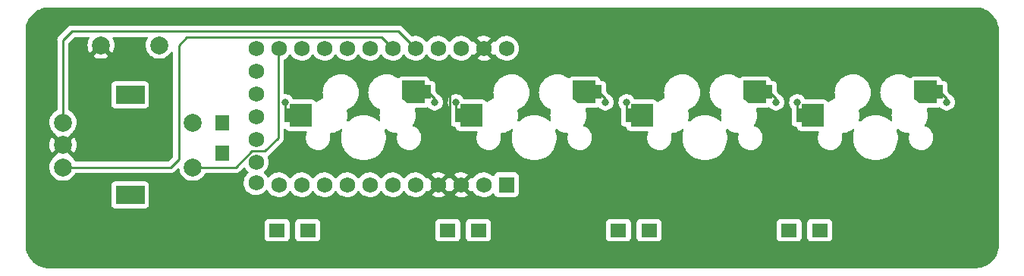
<source format=gbr>
%TF.GenerationSoftware,KiCad,Pcbnew,(6.0.1)*%
%TF.CreationDate,2022-02-15T20:39:13+08:00*%
%TF.ProjectId,Desk_Macropad,4465736b-5f4d-4616-9372-6f7061642e6b,rev?*%
%TF.SameCoordinates,Original*%
%TF.FileFunction,Copper,L2,Bot*%
%TF.FilePolarity,Positive*%
%FSLAX46Y46*%
G04 Gerber Fmt 4.6, Leading zero omitted, Abs format (unit mm)*
G04 Created by KiCad (PCBNEW (6.0.1)) date 2022-02-15 20:39:13*
%MOMM*%
%LPD*%
G01*
G04 APERTURE LIST*
G04 Aperture macros list*
%AMFreePoly0*
4,1,24,-0.364645,1.235355,-0.350000,1.200000,-0.350000,0.750000,0.350000,0.750000,0.350000,-0.750000,-0.350000,-0.750000,-0.350000,-1.200000,-0.364645,-1.235355,-0.400000,-1.250000,-2.300000,-1.250000,-2.315318,-1.243655,-2.331235,-1.239043,-2.831235,-0.839043,-2.832649,-0.836476,-2.835355,-0.835355,-2.841697,-0.820044,-2.849694,-0.805522,-2.848878,-0.802708,-2.850000,-0.800000,-2.850000,1.200000,
-2.835355,1.235355,-2.800000,1.250000,-0.400000,1.250000,-0.364645,1.235355,-0.364645,1.235355,$1*%
%AMFreePoly1*
4,1,17,2.735355,1.235355,2.750000,1.200000,2.750000,-1.200000,2.735355,-1.235355,2.700000,-1.250000,0.300000,-1.250000,0.264645,-1.235355,0.250000,-1.200000,0.250000,-0.750000,-0.350000,-0.750000,-0.350000,0.750000,0.250000,0.750000,0.250000,1.200000,0.264645,1.235355,0.300000,1.250000,2.700000,1.250000,2.735355,1.235355,2.735355,1.235355,$1*%
G04 Aperture macros list end*
%TA.AperFunction,SMDPad,CuDef*%
%ADD10FreePoly0,0.000000*%
%TD*%
%TA.AperFunction,SMDPad,CuDef*%
%ADD11FreePoly1,0.000000*%
%TD*%
%TA.AperFunction,ComponentPad*%
%ADD12R,1.800000X1.500000*%
%TD*%
%TA.AperFunction,ComponentPad*%
%ADD13C,2.000000*%
%TD*%
%TA.AperFunction,ComponentPad*%
%ADD14R,3.200000X2.000000*%
%TD*%
%TA.AperFunction,ComponentPad*%
%ADD15R,1.500000X1.800000*%
%TD*%
%TA.AperFunction,ComponentPad*%
%ADD16R,1.752600X1.752600*%
%TD*%
%TA.AperFunction,ComponentPad*%
%ADD17C,1.752600*%
%TD*%
%TA.AperFunction,ViaPad*%
%ADD18C,0.800000*%
%TD*%
%TA.AperFunction,Conductor*%
%ADD19C,0.250000*%
%TD*%
G04 APERTURE END LIST*
D10*
%TO.P,SW3,2,2*%
%TO.N,Net-(D4-Pad2)*%
X160393750Y-87768750D03*
D11*
%TO.P,SW3,1,1*%
%TO.N,col1*%
X144693750Y-90368750D03*
%TD*%
D10*
%TO.P,SW4,2,2*%
%TO.N,Net-(D5-Pad2)*%
X179443750Y-87768750D03*
D11*
%TO.P,SW4,1,1*%
%TO.N,col0*%
X163743750Y-90368750D03*
%TD*%
D12*
%TO.P,D4,2,A*%
%TO.N,Net-(D4-Pad2)*%
X146956250Y-103187500D03*
%TO.P,D4,1,K*%
%TO.N,row0*%
X143556250Y-103187500D03*
%TD*%
%TO.P,D3,1,K*%
%TO.N,row0*%
X124506250Y-103187500D03*
%TO.P,D3,2,A*%
%TO.N,Net-(D3-Pad2)*%
X127906250Y-103187500D03*
%TD*%
D11*
%TO.P,SW1,1,1*%
%TO.N,col3*%
X106593750Y-90368750D03*
D10*
%TO.P,SW1,2,2*%
%TO.N,Net-(D2-Pad2)*%
X122293750Y-87768750D03*
%TD*%
D13*
%TO.P,SW5,A,A*%
%TO.N,ENCA*%
X81543750Y-91162500D03*
%TO.P,SW5,B,B*%
%TO.N,ENCB*%
X81543750Y-96162500D03*
%TO.P,SW5,C,C*%
%TO.N,GND*%
X81543750Y-93662500D03*
D14*
%TO.P,SW5,MP*%
%TO.N,N/C*%
X89043750Y-88062500D03*
X89043750Y-99262500D03*
D13*
%TO.P,SW5,S1,S1*%
%TO.N,SW25A*%
X96043750Y-96162500D03*
%TO.P,SW5,S2,S2*%
%TO.N,SW25B*%
X96043750Y-91162500D03*
%TD*%
D12*
%TO.P,D2,1,K*%
%TO.N,row0*%
X105456250Y-103187500D03*
%TO.P,D2,2,A*%
%TO.N,Net-(D2-Pad2)*%
X108856250Y-103187500D03*
%TD*%
D13*
%TO.P,RSW1,1,1*%
%TO.N,GND*%
X85793750Y-82528750D03*
%TO.P,RSW1,2,2*%
%TO.N,RESET*%
X92293750Y-82528750D03*
%TD*%
D10*
%TO.P,SW2,2,2*%
%TO.N,Net-(D3-Pad2)*%
X141343750Y-87768750D03*
D11*
%TO.P,SW2,1,1*%
%TO.N,col2*%
X125643750Y-90368750D03*
%TD*%
D15*
%TO.P,D1,1,K*%
%TO.N,row0*%
X99362500Y-94568750D03*
%TO.P,D1,2,A*%
%TO.N,SW25B*%
X99362500Y-91168750D03*
%TD*%
D12*
%TO.P,D5,2,A*%
%TO.N,Net-(D5-Pad2)*%
X166006250Y-103187500D03*
%TO.P,D5,1,K*%
%TO.N,row0*%
X162606250Y-103187500D03*
%TD*%
D16*
%TO.P,U1,1,TX0/PD3*%
%TO.N,unconnected-(U1-Pad1)*%
X131045750Y-98107500D03*
D17*
%TO.P,U1,2,RX1/PD2*%
%TO.N,unconnected-(U1-Pad2)*%
X128505750Y-98107500D03*
%TO.P,U1,3,GND*%
%TO.N,GND*%
X125965750Y-98107500D03*
%TO.P,U1,4,GND*%
X123425750Y-98107500D03*
%TO.P,U1,5,2/PD1*%
%TO.N,unconnected-(U1-Pad5)*%
X120885750Y-98107500D03*
%TO.P,U1,6,3/PD0*%
%TO.N,unconnected-(U1-Pad6)*%
X118345750Y-98107500D03*
%TO.P,U1,7,4/PD4*%
%TO.N,unconnected-(U1-Pad7)*%
X115805750Y-98107500D03*
%TO.P,U1,8,5/PC6*%
%TO.N,row0*%
X113265750Y-98107500D03*
%TO.P,U1,9,6/PD7*%
%TO.N,unconnected-(U1-Pad9)*%
X110725750Y-98107500D03*
%TO.P,U1,10,7/PE6*%
%TO.N,unconnected-(U1-Pad10)*%
X108185750Y-98107500D03*
%TO.P,U1,11,8/PB4*%
%TO.N,unconnected-(U1-Pad11)*%
X105645750Y-98107500D03*
%TO.P,U1,12,9/PB5*%
%TO.N,unconnected-(U1-Pad12)*%
X103105750Y-97878900D03*
%TO.P,U1,13,10/PB6*%
%TO.N,unconnected-(U1-Pad13)*%
X103105750Y-82867500D03*
%TO.P,U1,14,16/PB2*%
%TO.N,SW25A*%
X105645750Y-82867500D03*
%TO.P,U1,15,14/PB3*%
%TO.N,col3*%
X108185750Y-82867500D03*
%TO.P,U1,16,15/PB1*%
%TO.N,col2*%
X110725750Y-82867500D03*
%TO.P,U1,17,A0/PF7*%
%TO.N,col1*%
X113265750Y-82867500D03*
%TO.P,U1,18,A1/PF6*%
%TO.N,col0*%
X115805750Y-82867500D03*
%TO.P,U1,19,A2/PF5*%
%TO.N,ENCB*%
X118345750Y-82867500D03*
%TO.P,U1,20,A3/PF4*%
%TO.N,ENCA*%
X120885750Y-82867500D03*
%TO.P,U1,21,VCC*%
%TO.N,VCC*%
X123425750Y-82867500D03*
%TO.P,U1,22,RST*%
%TO.N,RESET*%
X125965750Y-82867500D03*
%TO.P,U1,23,GND*%
%TO.N,GND*%
X128505750Y-82867500D03*
%TO.P,U1,24,B0*%
%TO.N,unconnected-(U1-Pad24)*%
X131045750Y-82867500D03*
%TO.P,U1,25,B7*%
%TO.N,unconnected-(U1-Pad25)*%
X103105750Y-95567500D03*
%TO.P,U1,26,D5*%
%TO.N,unconnected-(U1-Pad26)*%
X103105750Y-93027500D03*
%TO.P,U1,27,C7*%
%TO.N,unconnected-(U1-Pad27)*%
X103105750Y-90487500D03*
%TO.P,U1,28,F1*%
%TO.N,unconnected-(U1-Pad28)*%
X103105750Y-87947500D03*
%TO.P,U1,29,F0*%
%TO.N,unconnected-(U1-Pad29)*%
X103105750Y-85407500D03*
%TD*%
D18*
%TO.N,col3*%
X106362500Y-88900000D03*
%TO.N,Net-(D2-Pad2)*%
X123031250Y-88900000D03*
%TO.N,col2*%
X125412500Y-88900000D03*
%TO.N,Net-(D3-Pad2)*%
X142081250Y-88900000D03*
%TO.N,col1*%
X144462500Y-88900000D03*
%TO.N,col0*%
X163512500Y-88900000D03*
%TO.N,Net-(D5-Pad2)*%
X180181250Y-88900000D03*
%TO.N,Net-(D4-Pad2)*%
X161131250Y-88900000D03*
%TD*%
D19*
%TO.N,ENCA*%
X81543750Y-81968750D02*
X81543750Y-91162500D01*
X118980750Y-80962500D02*
X82550000Y-80962500D01*
X120885750Y-82867500D02*
X118980750Y-80962500D01*
X82550000Y-80962500D02*
X81543750Y-81968750D01*
%TO.N,ENCB*%
X93543750Y-96162500D02*
X81543750Y-96162500D01*
X94456250Y-82550000D02*
X94456250Y-95250000D01*
X95339561Y-81666689D02*
X94456250Y-82550000D01*
X94456250Y-95250000D02*
X93543750Y-96162500D01*
X117144939Y-81666689D02*
X95339561Y-81666689D01*
X118345750Y-82867500D02*
X117144939Y-81666689D01*
%TO.N,GND*%
X124687989Y-96829739D02*
X125965750Y-98107500D01*
X124687989Y-86685261D02*
X124687989Y-96829739D01*
X128505750Y-82867500D02*
X124687989Y-86685261D01*
%TO.N,SW25A*%
X105568750Y-92868750D02*
X105568750Y-82944500D01*
X102608357Y-94366689D02*
X104070811Y-94366689D01*
X104070811Y-94366689D02*
X105568750Y-92868750D01*
X100812546Y-96162500D02*
X102608357Y-94366689D01*
X96043750Y-96162500D02*
X100812546Y-96162500D01*
X105568750Y-82944500D02*
X105645750Y-82867500D01*
%TO.N,col3*%
X106362500Y-88900000D02*
X106362500Y-90137500D01*
X106362500Y-90137500D02*
X106593750Y-90368750D01*
%TO.N,Net-(D2-Pad2)*%
X123031250Y-88506250D02*
X122293750Y-87768750D01*
X123031250Y-88900000D02*
X123031250Y-88506250D01*
%TO.N,col2*%
X125412500Y-88900000D02*
X125412500Y-90137500D01*
X125412500Y-90137500D02*
X125643750Y-90368750D01*
%TO.N,Net-(D3-Pad2)*%
X142081250Y-88900000D02*
X142081250Y-88506250D01*
X142081250Y-88506250D02*
X141343750Y-87768750D01*
%TO.N,col1*%
X144462500Y-90137500D02*
X144693750Y-90368750D01*
X144462500Y-88900000D02*
X144462500Y-90137500D01*
%TO.N,col0*%
X163512500Y-90137500D02*
X163743750Y-90368750D01*
X163512500Y-88900000D02*
X163512500Y-90137500D01*
%TO.N,Net-(D5-Pad2)*%
X180181250Y-88506250D02*
X179443750Y-87768750D01*
X180181250Y-88900000D02*
X180181250Y-88506250D01*
%TO.N,Net-(D4-Pad2)*%
X161131250Y-88506250D02*
X160393750Y-87768750D01*
X161131250Y-88900000D02*
X161131250Y-88506250D01*
%TD*%
%TA.AperFunction,Conductor*%
%TO.N,GND*%
G36*
X183326307Y-78297000D02*
G01*
X183341108Y-78299305D01*
X183341111Y-78299305D01*
X183349980Y-78300686D01*
X183358882Y-78299522D01*
X183358884Y-78299522D01*
X183363212Y-78298956D01*
X183367945Y-78298337D01*
X183391343Y-78297471D01*
X183647800Y-78311874D01*
X183661829Y-78313454D01*
X183942742Y-78361183D01*
X183956507Y-78364324D01*
X184230315Y-78443207D01*
X184243635Y-78447868D01*
X184506885Y-78556910D01*
X184519608Y-78563037D01*
X184628486Y-78623212D01*
X184768988Y-78700865D01*
X184780951Y-78708382D01*
X185013323Y-78873258D01*
X185024371Y-78882068D01*
X185236828Y-79071931D01*
X185246819Y-79081922D01*
X185436682Y-79294379D01*
X185445492Y-79305427D01*
X185610368Y-79537799D01*
X185617885Y-79549762D01*
X185755711Y-79799138D01*
X185761840Y-79811865D01*
X185870882Y-80075115D01*
X185875543Y-80088435D01*
X185951609Y-80352467D01*
X185954425Y-80362240D01*
X185957567Y-80376008D01*
X185990570Y-80570247D01*
X186005295Y-80656914D01*
X186006877Y-80670955D01*
X186020870Y-80920122D01*
X186019568Y-80946568D01*
X186019446Y-80947350D01*
X186019446Y-80947356D01*
X186018064Y-80956230D01*
X186019229Y-80965137D01*
X186022186Y-80987751D01*
X186023250Y-81004089D01*
X186023250Y-104725672D01*
X186021750Y-104745056D01*
X186018064Y-104768730D01*
X186020349Y-104786201D01*
X186021195Y-104809929D01*
X186005284Y-105080354D01*
X186003551Y-105095028D01*
X185996176Y-105136433D01*
X185951206Y-105388862D01*
X185947759Y-105403256D01*
X185861317Y-105688923D01*
X185856206Y-105702812D01*
X185736868Y-105976365D01*
X185730163Y-105989561D01*
X185579565Y-106247240D01*
X185571359Y-106259557D01*
X185432844Y-106443121D01*
X185391591Y-106497790D01*
X185382001Y-106509057D01*
X185175522Y-106724583D01*
X185164691Y-106734634D01*
X184934353Y-106924468D01*
X184922421Y-106933178D01*
X184773321Y-107029118D01*
X184671425Y-107094684D01*
X184658529Y-107101948D01*
X184390344Y-107232899D01*
X184376691Y-107238600D01*
X184094977Y-107337208D01*
X184080763Y-107341263D01*
X183790478Y-107405922D01*
X183789442Y-107406153D01*
X183774833Y-107408517D01*
X183512580Y-107435263D01*
X183485764Y-107435129D01*
X183476583Y-107434100D01*
X183467736Y-107435645D01*
X183442107Y-107440121D01*
X183420430Y-107442000D01*
X80081892Y-107442000D01*
X80062507Y-107440500D01*
X80047706Y-107438195D01*
X80047703Y-107438195D01*
X80038834Y-107436814D01*
X80029932Y-107437978D01*
X80029930Y-107437978D01*
X80025602Y-107438544D01*
X80020869Y-107439163D01*
X79997471Y-107440029D01*
X79741014Y-107425626D01*
X79726985Y-107424046D01*
X79446072Y-107376317D01*
X79432307Y-107373176D01*
X79158499Y-107294293D01*
X79145179Y-107289632D01*
X78881929Y-107180590D01*
X78869206Y-107174463D01*
X78718873Y-107091377D01*
X78619826Y-107036635D01*
X78607863Y-107029118D01*
X78375491Y-106864242D01*
X78364443Y-106855432D01*
X78151986Y-106665569D01*
X78141995Y-106655578D01*
X77952132Y-106443121D01*
X77943322Y-106432073D01*
X77778446Y-106199701D01*
X77770929Y-106187738D01*
X77633103Y-105938362D01*
X77626972Y-105925631D01*
X77517932Y-105662385D01*
X77513271Y-105649065D01*
X77434388Y-105375257D01*
X77431245Y-105361485D01*
X77391333Y-105126574D01*
X77383518Y-105080579D01*
X77381937Y-105066545D01*
X77368151Y-104821071D01*
X77369473Y-104797196D01*
X77369393Y-104797189D01*
X77369603Y-104794847D01*
X77369700Y-104793096D01*
X77369829Y-104792332D01*
X77369829Y-104792327D01*
X77370635Y-104787539D01*
X77370788Y-104775000D01*
X77366837Y-104747412D01*
X77365564Y-104729549D01*
X77365564Y-103985634D01*
X104047750Y-103985634D01*
X104054505Y-104047816D01*
X104105635Y-104184205D01*
X104192989Y-104300761D01*
X104309545Y-104388115D01*
X104445934Y-104439245D01*
X104508116Y-104446000D01*
X106404384Y-104446000D01*
X106466566Y-104439245D01*
X106602955Y-104388115D01*
X106719511Y-104300761D01*
X106806865Y-104184205D01*
X106857995Y-104047816D01*
X106864750Y-103985634D01*
X107447750Y-103985634D01*
X107454505Y-104047816D01*
X107505635Y-104184205D01*
X107592989Y-104300761D01*
X107709545Y-104388115D01*
X107845934Y-104439245D01*
X107908116Y-104446000D01*
X109804384Y-104446000D01*
X109866566Y-104439245D01*
X110002955Y-104388115D01*
X110119511Y-104300761D01*
X110206865Y-104184205D01*
X110257995Y-104047816D01*
X110264750Y-103985634D01*
X123097750Y-103985634D01*
X123104505Y-104047816D01*
X123155635Y-104184205D01*
X123242989Y-104300761D01*
X123359545Y-104388115D01*
X123495934Y-104439245D01*
X123558116Y-104446000D01*
X125454384Y-104446000D01*
X125516566Y-104439245D01*
X125652955Y-104388115D01*
X125769511Y-104300761D01*
X125856865Y-104184205D01*
X125907995Y-104047816D01*
X125914750Y-103985634D01*
X126497750Y-103985634D01*
X126504505Y-104047816D01*
X126555635Y-104184205D01*
X126642989Y-104300761D01*
X126759545Y-104388115D01*
X126895934Y-104439245D01*
X126958116Y-104446000D01*
X128854384Y-104446000D01*
X128916566Y-104439245D01*
X129052955Y-104388115D01*
X129169511Y-104300761D01*
X129256865Y-104184205D01*
X129307995Y-104047816D01*
X129314750Y-103985634D01*
X142147750Y-103985634D01*
X142154505Y-104047816D01*
X142205635Y-104184205D01*
X142292989Y-104300761D01*
X142409545Y-104388115D01*
X142545934Y-104439245D01*
X142608116Y-104446000D01*
X144504384Y-104446000D01*
X144566566Y-104439245D01*
X144702955Y-104388115D01*
X144819511Y-104300761D01*
X144906865Y-104184205D01*
X144957995Y-104047816D01*
X144964750Y-103985634D01*
X145547750Y-103985634D01*
X145554505Y-104047816D01*
X145605635Y-104184205D01*
X145692989Y-104300761D01*
X145809545Y-104388115D01*
X145945934Y-104439245D01*
X146008116Y-104446000D01*
X147904384Y-104446000D01*
X147966566Y-104439245D01*
X148102955Y-104388115D01*
X148219511Y-104300761D01*
X148306865Y-104184205D01*
X148357995Y-104047816D01*
X148364750Y-103985634D01*
X161197750Y-103985634D01*
X161204505Y-104047816D01*
X161255635Y-104184205D01*
X161342989Y-104300761D01*
X161459545Y-104388115D01*
X161595934Y-104439245D01*
X161658116Y-104446000D01*
X163554384Y-104446000D01*
X163616566Y-104439245D01*
X163752955Y-104388115D01*
X163869511Y-104300761D01*
X163956865Y-104184205D01*
X164007995Y-104047816D01*
X164014750Y-103985634D01*
X164597750Y-103985634D01*
X164604505Y-104047816D01*
X164655635Y-104184205D01*
X164742989Y-104300761D01*
X164859545Y-104388115D01*
X164995934Y-104439245D01*
X165058116Y-104446000D01*
X166954384Y-104446000D01*
X167016566Y-104439245D01*
X167152955Y-104388115D01*
X167269511Y-104300761D01*
X167356865Y-104184205D01*
X167407995Y-104047816D01*
X167414750Y-103985634D01*
X167414750Y-102389366D01*
X167407995Y-102327184D01*
X167356865Y-102190795D01*
X167269511Y-102074239D01*
X167152955Y-101986885D01*
X167016566Y-101935755D01*
X166954384Y-101929000D01*
X165058116Y-101929000D01*
X164995934Y-101935755D01*
X164859545Y-101986885D01*
X164742989Y-102074239D01*
X164655635Y-102190795D01*
X164604505Y-102327184D01*
X164597750Y-102389366D01*
X164597750Y-103985634D01*
X164014750Y-103985634D01*
X164014750Y-102389366D01*
X164007995Y-102327184D01*
X163956865Y-102190795D01*
X163869511Y-102074239D01*
X163752955Y-101986885D01*
X163616566Y-101935755D01*
X163554384Y-101929000D01*
X161658116Y-101929000D01*
X161595934Y-101935755D01*
X161459545Y-101986885D01*
X161342989Y-102074239D01*
X161255635Y-102190795D01*
X161204505Y-102327184D01*
X161197750Y-102389366D01*
X161197750Y-103985634D01*
X148364750Y-103985634D01*
X148364750Y-102389366D01*
X148357995Y-102327184D01*
X148306865Y-102190795D01*
X148219511Y-102074239D01*
X148102955Y-101986885D01*
X147966566Y-101935755D01*
X147904384Y-101929000D01*
X146008116Y-101929000D01*
X145945934Y-101935755D01*
X145809545Y-101986885D01*
X145692989Y-102074239D01*
X145605635Y-102190795D01*
X145554505Y-102327184D01*
X145547750Y-102389366D01*
X145547750Y-103985634D01*
X144964750Y-103985634D01*
X144964750Y-102389366D01*
X144957995Y-102327184D01*
X144906865Y-102190795D01*
X144819511Y-102074239D01*
X144702955Y-101986885D01*
X144566566Y-101935755D01*
X144504384Y-101929000D01*
X142608116Y-101929000D01*
X142545934Y-101935755D01*
X142409545Y-101986885D01*
X142292989Y-102074239D01*
X142205635Y-102190795D01*
X142154505Y-102327184D01*
X142147750Y-102389366D01*
X142147750Y-103985634D01*
X129314750Y-103985634D01*
X129314750Y-102389366D01*
X129307995Y-102327184D01*
X129256865Y-102190795D01*
X129169511Y-102074239D01*
X129052955Y-101986885D01*
X128916566Y-101935755D01*
X128854384Y-101929000D01*
X126958116Y-101929000D01*
X126895934Y-101935755D01*
X126759545Y-101986885D01*
X126642989Y-102074239D01*
X126555635Y-102190795D01*
X126504505Y-102327184D01*
X126497750Y-102389366D01*
X126497750Y-103985634D01*
X125914750Y-103985634D01*
X125914750Y-102389366D01*
X125907995Y-102327184D01*
X125856865Y-102190795D01*
X125769511Y-102074239D01*
X125652955Y-101986885D01*
X125516566Y-101935755D01*
X125454384Y-101929000D01*
X123558116Y-101929000D01*
X123495934Y-101935755D01*
X123359545Y-101986885D01*
X123242989Y-102074239D01*
X123155635Y-102190795D01*
X123104505Y-102327184D01*
X123097750Y-102389366D01*
X123097750Y-103985634D01*
X110264750Y-103985634D01*
X110264750Y-102389366D01*
X110257995Y-102327184D01*
X110206865Y-102190795D01*
X110119511Y-102074239D01*
X110002955Y-101986885D01*
X109866566Y-101935755D01*
X109804384Y-101929000D01*
X107908116Y-101929000D01*
X107845934Y-101935755D01*
X107709545Y-101986885D01*
X107592989Y-102074239D01*
X107505635Y-102190795D01*
X107454505Y-102327184D01*
X107447750Y-102389366D01*
X107447750Y-103985634D01*
X106864750Y-103985634D01*
X106864750Y-102389366D01*
X106857995Y-102327184D01*
X106806865Y-102190795D01*
X106719511Y-102074239D01*
X106602955Y-101986885D01*
X106466566Y-101935755D01*
X106404384Y-101929000D01*
X104508116Y-101929000D01*
X104445934Y-101935755D01*
X104309545Y-101986885D01*
X104192989Y-102074239D01*
X104105635Y-102190795D01*
X104054505Y-102327184D01*
X104047750Y-102389366D01*
X104047750Y-103985634D01*
X77365564Y-103985634D01*
X77365564Y-100310634D01*
X86935250Y-100310634D01*
X86942005Y-100372816D01*
X86993135Y-100509205D01*
X87080489Y-100625761D01*
X87197045Y-100713115D01*
X87333434Y-100764245D01*
X87395616Y-100771000D01*
X90691884Y-100771000D01*
X90754066Y-100764245D01*
X90890455Y-100713115D01*
X91007011Y-100625761D01*
X91094365Y-100509205D01*
X91145495Y-100372816D01*
X91152250Y-100310634D01*
X91152250Y-98214366D01*
X91145495Y-98152184D01*
X91094365Y-98015795D01*
X91007011Y-97899239D01*
X90890455Y-97811885D01*
X90754066Y-97760755D01*
X90691884Y-97754000D01*
X87395616Y-97754000D01*
X87333434Y-97760755D01*
X87197045Y-97811885D01*
X87080489Y-97899239D01*
X86993135Y-98015795D01*
X86942005Y-98152184D01*
X86935250Y-98214366D01*
X86935250Y-100310634D01*
X77365564Y-100310634D01*
X77365564Y-96162500D01*
X80030585Y-96162500D01*
X80049215Y-96399211D01*
X80050369Y-96404018D01*
X80050370Y-96404024D01*
X80085390Y-96549891D01*
X80104645Y-96630094D01*
X80106538Y-96634665D01*
X80106539Y-96634667D01*
X80193056Y-96843538D01*
X80195510Y-96849463D01*
X80198096Y-96853683D01*
X80316991Y-97047702D01*
X80316995Y-97047708D01*
X80319574Y-97051916D01*
X80473781Y-97232469D01*
X80477537Y-97235677D01*
X80495634Y-97251133D01*
X80654334Y-97386676D01*
X80658542Y-97389255D01*
X80658548Y-97389259D01*
X80852567Y-97508154D01*
X80856787Y-97510740D01*
X80861357Y-97512633D01*
X80861361Y-97512635D01*
X81071583Y-97599711D01*
X81076156Y-97601605D01*
X81146633Y-97618525D01*
X81302226Y-97655880D01*
X81302232Y-97655881D01*
X81307039Y-97657035D01*
X81543750Y-97675665D01*
X81780461Y-97657035D01*
X81785268Y-97655881D01*
X81785274Y-97655880D01*
X81940867Y-97618525D01*
X82011344Y-97601605D01*
X82015917Y-97599711D01*
X82226139Y-97512635D01*
X82226143Y-97512633D01*
X82230713Y-97510740D01*
X82234933Y-97508154D01*
X82428952Y-97389259D01*
X82428958Y-97389255D01*
X82433166Y-97386676D01*
X82591866Y-97251133D01*
X82609963Y-97235677D01*
X82613719Y-97232469D01*
X82767926Y-97051916D01*
X82770505Y-97047708D01*
X82770509Y-97047702D01*
X82887883Y-96856165D01*
X82940531Y-96808534D01*
X82995316Y-96796000D01*
X93464983Y-96796000D01*
X93476166Y-96796527D01*
X93483659Y-96798202D01*
X93491585Y-96797953D01*
X93491586Y-96797953D01*
X93551736Y-96796062D01*
X93555695Y-96796000D01*
X93583606Y-96796000D01*
X93587541Y-96795503D01*
X93587606Y-96795495D01*
X93599443Y-96794562D01*
X93631701Y-96793548D01*
X93635720Y-96793422D01*
X93643639Y-96793173D01*
X93663093Y-96787521D01*
X93682450Y-96783513D01*
X93694680Y-96781968D01*
X93694681Y-96781968D01*
X93702547Y-96780974D01*
X93709918Y-96778055D01*
X93709920Y-96778055D01*
X93743662Y-96764696D01*
X93754892Y-96760851D01*
X93789733Y-96750729D01*
X93789734Y-96750729D01*
X93797343Y-96748518D01*
X93804162Y-96744485D01*
X93804167Y-96744483D01*
X93814778Y-96738207D01*
X93832526Y-96729512D01*
X93851367Y-96722052D01*
X93887137Y-96696064D01*
X93897057Y-96689548D01*
X93928285Y-96671080D01*
X93928288Y-96671078D01*
X93935112Y-96667042D01*
X93949433Y-96652721D01*
X93964467Y-96639880D01*
X93971642Y-96634667D01*
X93980857Y-96627972D01*
X93985908Y-96621867D01*
X93985913Y-96621862D01*
X94009049Y-96593896D01*
X94017037Y-96585118D01*
X94330688Y-96271467D01*
X94393000Y-96237441D01*
X94463815Y-96242506D01*
X94520651Y-96285053D01*
X94545395Y-96350676D01*
X94549215Y-96399211D01*
X94550369Y-96404018D01*
X94550370Y-96404024D01*
X94585390Y-96549891D01*
X94604645Y-96630094D01*
X94606538Y-96634665D01*
X94606539Y-96634667D01*
X94693056Y-96843538D01*
X94695510Y-96849463D01*
X94698096Y-96853683D01*
X94816991Y-97047702D01*
X94816995Y-97047708D01*
X94819574Y-97051916D01*
X94973781Y-97232469D01*
X94977537Y-97235677D01*
X94995634Y-97251133D01*
X95154334Y-97386676D01*
X95158542Y-97389255D01*
X95158548Y-97389259D01*
X95352567Y-97508154D01*
X95356787Y-97510740D01*
X95361357Y-97512633D01*
X95361361Y-97512635D01*
X95571583Y-97599711D01*
X95576156Y-97601605D01*
X95646633Y-97618525D01*
X95802226Y-97655880D01*
X95802232Y-97655881D01*
X95807039Y-97657035D01*
X96043750Y-97675665D01*
X96280461Y-97657035D01*
X96285268Y-97655881D01*
X96285274Y-97655880D01*
X96440867Y-97618525D01*
X96511344Y-97601605D01*
X96515917Y-97599711D01*
X96726139Y-97512635D01*
X96726143Y-97512633D01*
X96730713Y-97510740D01*
X96734933Y-97508154D01*
X96928952Y-97389259D01*
X96928958Y-97389255D01*
X96933166Y-97386676D01*
X97091866Y-97251133D01*
X97109963Y-97235677D01*
X97113719Y-97232469D01*
X97267926Y-97051916D01*
X97270505Y-97047708D01*
X97270509Y-97047702D01*
X97387883Y-96856165D01*
X97440531Y-96808534D01*
X97495316Y-96796000D01*
X100733779Y-96796000D01*
X100744962Y-96796527D01*
X100752455Y-96798202D01*
X100760381Y-96797953D01*
X100760382Y-96797953D01*
X100820532Y-96796062D01*
X100824491Y-96796000D01*
X100852402Y-96796000D01*
X100856337Y-96795503D01*
X100856402Y-96795495D01*
X100868239Y-96794562D01*
X100900497Y-96793548D01*
X100904516Y-96793422D01*
X100912435Y-96793173D01*
X100931889Y-96787521D01*
X100951246Y-96783513D01*
X100963476Y-96781968D01*
X100963477Y-96781968D01*
X100971343Y-96780974D01*
X100978714Y-96778055D01*
X100978716Y-96778055D01*
X101012458Y-96764696D01*
X101023688Y-96760851D01*
X101058529Y-96750729D01*
X101058530Y-96750729D01*
X101066139Y-96748518D01*
X101072958Y-96744485D01*
X101072963Y-96744483D01*
X101083574Y-96738207D01*
X101101322Y-96729512D01*
X101120163Y-96722052D01*
X101155933Y-96696064D01*
X101165853Y-96689548D01*
X101197081Y-96671080D01*
X101197084Y-96671078D01*
X101203908Y-96667042D01*
X101218229Y-96652721D01*
X101233263Y-96639880D01*
X101240438Y-96634667D01*
X101249653Y-96627972D01*
X101277844Y-96593895D01*
X101285834Y-96585116D01*
X101680811Y-96190139D01*
X101743123Y-96156113D01*
X101813938Y-96161178D01*
X101870774Y-96203725D01*
X101877338Y-96213399D01*
X101981739Y-96383764D01*
X101981742Y-96383769D01*
X101984442Y-96388174D01*
X102133536Y-96560293D01*
X102137511Y-96563593D01*
X102137514Y-96563596D01*
X102211153Y-96624732D01*
X102250788Y-96683635D01*
X102252286Y-96754615D01*
X102215171Y-96815138D01*
X102206327Y-96822432D01*
X102183194Y-96839800D01*
X102179622Y-96843538D01*
X102051634Y-96977470D01*
X102025870Y-97004430D01*
X102022956Y-97008702D01*
X102022955Y-97008703D01*
X101996352Y-97047702D01*
X101897547Y-97192545D01*
X101801671Y-97399092D01*
X101740817Y-97618525D01*
X101716619Y-97844950D01*
X101729727Y-98072287D01*
X101730862Y-98077324D01*
X101730863Y-98077330D01*
X101778651Y-98289382D01*
X101779789Y-98294431D01*
X101781733Y-98299217D01*
X101781734Y-98299222D01*
X101854947Y-98479522D01*
X101865461Y-98505415D01*
X101984442Y-98699574D01*
X102133536Y-98871693D01*
X102308739Y-99017149D01*
X102313191Y-99019751D01*
X102313196Y-99019754D01*
X102444336Y-99096386D01*
X102505347Y-99132038D01*
X102718079Y-99213272D01*
X102723145Y-99214303D01*
X102723146Y-99214303D01*
X102761455Y-99222097D01*
X102941222Y-99258671D01*
X103069038Y-99263358D01*
X103163620Y-99266827D01*
X103163625Y-99266827D01*
X103168784Y-99267016D01*
X103173904Y-99266360D01*
X103173906Y-99266360D01*
X103246094Y-99257112D01*
X103394653Y-99238081D01*
X103399602Y-99236596D01*
X103399608Y-99236595D01*
X103525954Y-99198689D01*
X103612763Y-99172645D01*
X103620551Y-99168830D01*
X103812615Y-99074738D01*
X103817257Y-99072464D01*
X103821461Y-99069466D01*
X103821465Y-99069463D01*
X103907504Y-99008092D01*
X104002643Y-98940230D01*
X104163943Y-98779492D01*
X104166957Y-98775298D01*
X104166966Y-98775287D01*
X104198672Y-98731163D01*
X104254666Y-98687515D01*
X104325370Y-98681069D01*
X104388334Y-98713872D01*
X104408424Y-98738851D01*
X104492497Y-98876045D01*
X104521740Y-98923764D01*
X104524442Y-98928174D01*
X104673536Y-99100293D01*
X104848739Y-99245749D01*
X104853191Y-99248351D01*
X104853196Y-99248354D01*
X104947290Y-99303338D01*
X105045347Y-99360638D01*
X105258079Y-99441872D01*
X105263145Y-99442903D01*
X105263146Y-99442903D01*
X105315380Y-99453530D01*
X105481222Y-99487271D01*
X105608297Y-99491931D01*
X105703620Y-99495427D01*
X105703625Y-99495427D01*
X105708784Y-99495616D01*
X105713904Y-99494960D01*
X105713906Y-99494960D01*
X105809053Y-99482771D01*
X105934653Y-99466681D01*
X105939602Y-99465196D01*
X105939608Y-99465195D01*
X106065954Y-99427289D01*
X106152763Y-99401245D01*
X106357257Y-99301064D01*
X106361461Y-99298066D01*
X106361465Y-99298063D01*
X106446103Y-99237691D01*
X106542643Y-99168830D01*
X106703943Y-99008092D01*
X106799583Y-98874995D01*
X106814278Y-98854544D01*
X106870273Y-98810896D01*
X106940976Y-98804450D01*
X107003941Y-98837253D01*
X107024033Y-98862235D01*
X107061739Y-98923764D01*
X107061742Y-98923769D01*
X107064442Y-98928174D01*
X107213536Y-99100293D01*
X107388739Y-99245749D01*
X107393191Y-99248351D01*
X107393196Y-99248354D01*
X107487290Y-99303338D01*
X107585347Y-99360638D01*
X107798079Y-99441872D01*
X107803145Y-99442903D01*
X107803146Y-99442903D01*
X107855380Y-99453530D01*
X108021222Y-99487271D01*
X108148297Y-99491931D01*
X108243620Y-99495427D01*
X108243625Y-99495427D01*
X108248784Y-99495616D01*
X108253904Y-99494960D01*
X108253906Y-99494960D01*
X108349053Y-99482771D01*
X108474653Y-99466681D01*
X108479602Y-99465196D01*
X108479608Y-99465195D01*
X108605954Y-99427289D01*
X108692763Y-99401245D01*
X108897257Y-99301064D01*
X108901461Y-99298066D01*
X108901465Y-99298063D01*
X108986103Y-99237691D01*
X109082643Y-99168830D01*
X109243943Y-99008092D01*
X109339583Y-98874995D01*
X109354278Y-98854544D01*
X109410273Y-98810896D01*
X109480976Y-98804450D01*
X109543941Y-98837253D01*
X109564033Y-98862235D01*
X109601739Y-98923764D01*
X109601742Y-98923769D01*
X109604442Y-98928174D01*
X109753536Y-99100293D01*
X109928739Y-99245749D01*
X109933191Y-99248351D01*
X109933196Y-99248354D01*
X110027290Y-99303338D01*
X110125347Y-99360638D01*
X110338079Y-99441872D01*
X110343145Y-99442903D01*
X110343146Y-99442903D01*
X110395380Y-99453530D01*
X110561222Y-99487271D01*
X110688297Y-99491931D01*
X110783620Y-99495427D01*
X110783625Y-99495427D01*
X110788784Y-99495616D01*
X110793904Y-99494960D01*
X110793906Y-99494960D01*
X110889053Y-99482771D01*
X111014653Y-99466681D01*
X111019602Y-99465196D01*
X111019608Y-99465195D01*
X111145954Y-99427289D01*
X111232763Y-99401245D01*
X111437257Y-99301064D01*
X111441461Y-99298066D01*
X111441465Y-99298063D01*
X111526103Y-99237691D01*
X111622643Y-99168830D01*
X111783943Y-99008092D01*
X111879583Y-98874995D01*
X111894278Y-98854544D01*
X111950273Y-98810896D01*
X112020976Y-98804450D01*
X112083941Y-98837253D01*
X112104033Y-98862235D01*
X112141739Y-98923764D01*
X112141742Y-98923769D01*
X112144442Y-98928174D01*
X112293536Y-99100293D01*
X112468739Y-99245749D01*
X112473191Y-99248351D01*
X112473196Y-99248354D01*
X112567290Y-99303338D01*
X112665347Y-99360638D01*
X112878079Y-99441872D01*
X112883145Y-99442903D01*
X112883146Y-99442903D01*
X112935380Y-99453530D01*
X113101222Y-99487271D01*
X113228297Y-99491931D01*
X113323620Y-99495427D01*
X113323625Y-99495427D01*
X113328784Y-99495616D01*
X113333904Y-99494960D01*
X113333906Y-99494960D01*
X113429053Y-99482771D01*
X113554653Y-99466681D01*
X113559602Y-99465196D01*
X113559608Y-99465195D01*
X113685954Y-99427289D01*
X113772763Y-99401245D01*
X113977257Y-99301064D01*
X113981461Y-99298066D01*
X113981465Y-99298063D01*
X114066103Y-99237691D01*
X114162643Y-99168830D01*
X114323943Y-99008092D01*
X114419583Y-98874995D01*
X114434278Y-98854544D01*
X114490273Y-98810896D01*
X114560976Y-98804450D01*
X114623941Y-98837253D01*
X114644033Y-98862235D01*
X114681739Y-98923764D01*
X114681742Y-98923769D01*
X114684442Y-98928174D01*
X114833536Y-99100293D01*
X115008739Y-99245749D01*
X115013191Y-99248351D01*
X115013196Y-99248354D01*
X115107290Y-99303338D01*
X115205347Y-99360638D01*
X115418079Y-99441872D01*
X115423145Y-99442903D01*
X115423146Y-99442903D01*
X115475380Y-99453530D01*
X115641222Y-99487271D01*
X115768297Y-99491931D01*
X115863620Y-99495427D01*
X115863625Y-99495427D01*
X115868784Y-99495616D01*
X115873904Y-99494960D01*
X115873906Y-99494960D01*
X115969053Y-99482771D01*
X116094653Y-99466681D01*
X116099602Y-99465196D01*
X116099608Y-99465195D01*
X116225954Y-99427289D01*
X116312763Y-99401245D01*
X116517257Y-99301064D01*
X116521461Y-99298066D01*
X116521465Y-99298063D01*
X116606103Y-99237691D01*
X116702643Y-99168830D01*
X116863943Y-99008092D01*
X116959583Y-98874995D01*
X116974278Y-98854544D01*
X117030273Y-98810896D01*
X117100976Y-98804450D01*
X117163941Y-98837253D01*
X117184033Y-98862235D01*
X117221739Y-98923764D01*
X117221742Y-98923769D01*
X117224442Y-98928174D01*
X117373536Y-99100293D01*
X117548739Y-99245749D01*
X117553191Y-99248351D01*
X117553196Y-99248354D01*
X117647290Y-99303338D01*
X117745347Y-99360638D01*
X117958079Y-99441872D01*
X117963145Y-99442903D01*
X117963146Y-99442903D01*
X118015380Y-99453530D01*
X118181222Y-99487271D01*
X118308297Y-99491931D01*
X118403620Y-99495427D01*
X118403625Y-99495427D01*
X118408784Y-99495616D01*
X118413904Y-99494960D01*
X118413906Y-99494960D01*
X118509053Y-99482771D01*
X118634653Y-99466681D01*
X118639602Y-99465196D01*
X118639608Y-99465195D01*
X118765954Y-99427289D01*
X118852763Y-99401245D01*
X119057257Y-99301064D01*
X119061461Y-99298066D01*
X119061465Y-99298063D01*
X119146103Y-99237691D01*
X119242643Y-99168830D01*
X119403943Y-99008092D01*
X119499583Y-98874995D01*
X119514278Y-98854544D01*
X119570273Y-98810896D01*
X119640976Y-98804450D01*
X119703941Y-98837253D01*
X119724033Y-98862235D01*
X119761739Y-98923764D01*
X119761742Y-98923769D01*
X119764442Y-98928174D01*
X119913536Y-99100293D01*
X120088739Y-99245749D01*
X120093191Y-99248351D01*
X120093196Y-99248354D01*
X120187290Y-99303338D01*
X120285347Y-99360638D01*
X120498079Y-99441872D01*
X120503145Y-99442903D01*
X120503146Y-99442903D01*
X120555380Y-99453530D01*
X120721222Y-99487271D01*
X120848297Y-99491931D01*
X120943620Y-99495427D01*
X120943625Y-99495427D01*
X120948784Y-99495616D01*
X120953904Y-99494960D01*
X120953906Y-99494960D01*
X121049053Y-99482771D01*
X121174653Y-99466681D01*
X121179602Y-99465196D01*
X121179608Y-99465195D01*
X121305954Y-99427289D01*
X121392763Y-99401245D01*
X121597257Y-99301064D01*
X121601461Y-99298066D01*
X121601465Y-99298063D01*
X121666631Y-99251580D01*
X122646500Y-99251580D01*
X122651781Y-99258634D01*
X122821103Y-99357578D01*
X122830390Y-99362028D01*
X123033388Y-99439545D01*
X123043290Y-99442422D01*
X123256206Y-99485740D01*
X123266458Y-99486963D01*
X123483597Y-99494925D01*
X123493883Y-99494458D01*
X123709420Y-99466847D01*
X123719498Y-99464705D01*
X123927627Y-99402263D01*
X123937225Y-99398502D01*
X124132365Y-99302904D01*
X124141204Y-99297635D01*
X124193854Y-99260080D01*
X124200528Y-99251580D01*
X125186500Y-99251580D01*
X125191781Y-99258634D01*
X125361103Y-99357578D01*
X125370390Y-99362028D01*
X125573388Y-99439545D01*
X125583290Y-99442422D01*
X125796206Y-99485740D01*
X125806458Y-99486963D01*
X126023597Y-99494925D01*
X126033883Y-99494458D01*
X126249420Y-99466847D01*
X126259498Y-99464705D01*
X126467627Y-99402263D01*
X126477225Y-99398502D01*
X126672365Y-99302904D01*
X126681204Y-99297635D01*
X126733854Y-99260080D01*
X126742254Y-99249381D01*
X126735265Y-99236225D01*
X125978562Y-98479522D01*
X125964618Y-98471908D01*
X125962785Y-98472039D01*
X125956170Y-98476290D01*
X125193260Y-99239200D01*
X125186500Y-99251580D01*
X124200528Y-99251580D01*
X124202254Y-99249381D01*
X124195265Y-99236225D01*
X123438562Y-98479522D01*
X123424618Y-98471908D01*
X123422785Y-98472039D01*
X123416170Y-98476290D01*
X122653260Y-99239200D01*
X122646500Y-99251580D01*
X121666631Y-99251580D01*
X121686103Y-99237691D01*
X121782643Y-99168830D01*
X121943943Y-99008092D01*
X122034749Y-98881722D01*
X122054595Y-98854103D01*
X122110590Y-98810455D01*
X122181293Y-98804009D01*
X122244258Y-98836812D01*
X122264351Y-98861795D01*
X122273083Y-98876045D01*
X122283540Y-98885506D01*
X122292318Y-98881722D01*
X123053728Y-98120312D01*
X123060106Y-98108632D01*
X123790158Y-98108632D01*
X123790289Y-98110465D01*
X123794540Y-98117080D01*
X124555070Y-98877610D01*
X124567080Y-98884169D01*
X124578820Y-98875200D01*
X124594313Y-98853640D01*
X124650307Y-98809993D01*
X124721011Y-98803547D01*
X124783975Y-98836350D01*
X124804068Y-98861333D01*
X124813083Y-98876045D01*
X124823540Y-98885506D01*
X124832318Y-98881722D01*
X125593728Y-98120312D01*
X125600106Y-98108632D01*
X126330158Y-98108632D01*
X126330289Y-98110465D01*
X126334540Y-98117080D01*
X127095070Y-98877610D01*
X127107080Y-98884169D01*
X127118821Y-98875200D01*
X127133995Y-98854082D01*
X127189989Y-98810434D01*
X127260692Y-98803987D01*
X127323657Y-98836789D01*
X127343750Y-98861771D01*
X127352497Y-98876045D01*
X127381740Y-98923764D01*
X127384442Y-98928174D01*
X127533536Y-99100293D01*
X127708739Y-99245749D01*
X127713191Y-99248351D01*
X127713196Y-99248354D01*
X127807290Y-99303338D01*
X127905347Y-99360638D01*
X128118079Y-99441872D01*
X128123145Y-99442903D01*
X128123146Y-99442903D01*
X128175380Y-99453530D01*
X128341222Y-99487271D01*
X128468297Y-99491931D01*
X128563620Y-99495427D01*
X128563625Y-99495427D01*
X128568784Y-99495616D01*
X128573904Y-99494960D01*
X128573906Y-99494960D01*
X128669053Y-99482771D01*
X128794653Y-99466681D01*
X128799602Y-99465196D01*
X128799608Y-99465195D01*
X128925954Y-99427289D01*
X129012763Y-99401245D01*
X129217257Y-99301064D01*
X129221461Y-99298066D01*
X129221465Y-99298063D01*
X129306103Y-99237691D01*
X129402643Y-99168830D01*
X129477650Y-99094085D01*
X129540020Y-99060169D01*
X129610827Y-99065357D01*
X129667589Y-99108003D01*
X129684571Y-99139106D01*
X129718835Y-99230505D01*
X129806189Y-99347061D01*
X129922745Y-99434415D01*
X130059134Y-99485545D01*
X130121316Y-99492300D01*
X131970184Y-99492300D01*
X132032366Y-99485545D01*
X132168755Y-99434415D01*
X132285311Y-99347061D01*
X132372665Y-99230505D01*
X132423795Y-99094116D01*
X132430550Y-99031934D01*
X132430550Y-97183066D01*
X132423795Y-97120884D01*
X132372665Y-96984495D01*
X132285311Y-96867939D01*
X132168755Y-96780585D01*
X132032366Y-96729455D01*
X131970184Y-96722700D01*
X130121316Y-96722700D01*
X130059134Y-96729455D01*
X129922745Y-96780585D01*
X129806189Y-96867939D01*
X129718835Y-96984495D01*
X129715683Y-96992903D01*
X129685436Y-97073586D01*
X129642794Y-97130350D01*
X129576233Y-97155050D01*
X129506884Y-97139842D01*
X129474259Y-97114154D01*
X129456897Y-97095073D01*
X129456893Y-97095069D01*
X129453418Y-97091250D01*
X129274713Y-96950118D01*
X129075357Y-96840067D01*
X128959348Y-96798986D01*
X128865579Y-96765780D01*
X128865575Y-96765779D01*
X128860704Y-96764054D01*
X128855611Y-96763147D01*
X128855608Y-96763146D01*
X128641607Y-96725027D01*
X128641601Y-96725026D01*
X128636518Y-96724121D01*
X128549448Y-96723057D01*
X128413989Y-96721402D01*
X128413987Y-96721402D01*
X128408820Y-96721339D01*
X128183726Y-96755783D01*
X127967279Y-96826529D01*
X127765294Y-96931676D01*
X127761161Y-96934779D01*
X127761158Y-96934781D01*
X127600142Y-97055675D01*
X127583194Y-97068400D01*
X127533039Y-97120884D01*
X127468645Y-97188269D01*
X127425870Y-97233030D01*
X127339227Y-97360045D01*
X127284318Y-97405045D01*
X127213794Y-97413216D01*
X127150046Y-97381962D01*
X127129349Y-97357478D01*
X127117833Y-97339678D01*
X127107148Y-97330475D01*
X127097581Y-97334879D01*
X126337772Y-98094688D01*
X126330158Y-98108632D01*
X125600106Y-98108632D01*
X125601342Y-98106368D01*
X125601211Y-98104535D01*
X125596960Y-98097920D01*
X124836672Y-97337632D01*
X124825136Y-97331332D01*
X124812852Y-97340956D01*
X124799524Y-97360495D01*
X124744613Y-97405499D01*
X124674088Y-97413671D01*
X124610341Y-97382417D01*
X124589644Y-97357933D01*
X124577835Y-97339679D01*
X124567148Y-97330475D01*
X124557581Y-97334879D01*
X123797772Y-98094688D01*
X123790158Y-98108632D01*
X123060106Y-98108632D01*
X123061342Y-98106368D01*
X123061211Y-98104535D01*
X123056960Y-98097920D01*
X122296672Y-97337632D01*
X122285136Y-97331332D01*
X122272851Y-97340957D01*
X122259828Y-97360048D01*
X122204917Y-97405051D01*
X122134392Y-97413222D01*
X122070645Y-97381968D01*
X122049950Y-97357487D01*
X121986673Y-97259675D01*
X121833418Y-97091250D01*
X121673734Y-96965140D01*
X122648186Y-96965140D01*
X122654930Y-96977470D01*
X123412938Y-97735478D01*
X123426882Y-97743092D01*
X123428715Y-97742961D01*
X123435330Y-97738710D01*
X124197865Y-96976175D01*
X124203892Y-96965140D01*
X125188186Y-96965140D01*
X125194930Y-96977470D01*
X125952938Y-97735478D01*
X125966882Y-97743092D01*
X125968715Y-97742961D01*
X125975330Y-97738710D01*
X126737865Y-96976175D01*
X126744886Y-96963319D01*
X126737357Y-96952986D01*
X126729906Y-96948036D01*
X126539682Y-96843026D01*
X126530273Y-96838798D01*
X126325447Y-96766265D01*
X126315484Y-96763633D01*
X126101560Y-96725527D01*
X126091307Y-96724558D01*
X125874024Y-96721903D01*
X125863741Y-96722623D01*
X125648955Y-96755490D01*
X125638927Y-96757879D01*
X125432388Y-96825386D01*
X125422891Y-96829378D01*
X125230150Y-96929711D01*
X125221422Y-96935208D01*
X125196639Y-96953815D01*
X125188186Y-96965140D01*
X124203892Y-96965140D01*
X124204886Y-96963319D01*
X124197357Y-96952986D01*
X124189906Y-96948036D01*
X123999682Y-96843026D01*
X123990273Y-96838798D01*
X123785447Y-96766265D01*
X123775484Y-96763633D01*
X123561560Y-96725527D01*
X123551307Y-96724558D01*
X123334024Y-96721903D01*
X123323741Y-96722623D01*
X123108955Y-96755490D01*
X123098927Y-96757879D01*
X122892388Y-96825386D01*
X122882891Y-96829378D01*
X122690150Y-96929711D01*
X122681422Y-96935208D01*
X122656639Y-96953815D01*
X122648186Y-96965140D01*
X121673734Y-96965140D01*
X121654713Y-96950118D01*
X121455357Y-96840067D01*
X121339348Y-96798986D01*
X121245579Y-96765780D01*
X121245575Y-96765779D01*
X121240704Y-96764054D01*
X121235611Y-96763147D01*
X121235608Y-96763146D01*
X121021607Y-96725027D01*
X121021601Y-96725026D01*
X121016518Y-96724121D01*
X120929448Y-96723057D01*
X120793989Y-96721402D01*
X120793987Y-96721402D01*
X120788820Y-96721339D01*
X120563726Y-96755783D01*
X120347279Y-96826529D01*
X120145294Y-96931676D01*
X120141161Y-96934779D01*
X120141158Y-96934781D01*
X119980142Y-97055675D01*
X119963194Y-97068400D01*
X119913039Y-97120884D01*
X119848645Y-97188269D01*
X119805870Y-97233030D01*
X119762823Y-97296135D01*
X119719534Y-97359594D01*
X119664623Y-97404596D01*
X119594098Y-97412767D01*
X119530351Y-97381513D01*
X119509654Y-97357029D01*
X119449481Y-97264015D01*
X119449479Y-97264012D01*
X119446673Y-97259675D01*
X119293418Y-97091250D01*
X119114713Y-96950118D01*
X118915357Y-96840067D01*
X118799348Y-96798986D01*
X118705579Y-96765780D01*
X118705575Y-96765779D01*
X118700704Y-96764054D01*
X118695611Y-96763147D01*
X118695608Y-96763146D01*
X118481607Y-96725027D01*
X118481601Y-96725026D01*
X118476518Y-96724121D01*
X118389448Y-96723057D01*
X118253989Y-96721402D01*
X118253987Y-96721402D01*
X118248820Y-96721339D01*
X118023726Y-96755783D01*
X117807279Y-96826529D01*
X117605294Y-96931676D01*
X117601161Y-96934779D01*
X117601158Y-96934781D01*
X117440142Y-97055675D01*
X117423194Y-97068400D01*
X117373039Y-97120884D01*
X117308645Y-97188269D01*
X117265870Y-97233030D01*
X117222823Y-97296135D01*
X117179534Y-97359594D01*
X117124623Y-97404596D01*
X117054098Y-97412767D01*
X116990351Y-97381513D01*
X116969654Y-97357029D01*
X116909481Y-97264015D01*
X116909479Y-97264012D01*
X116906673Y-97259675D01*
X116753418Y-97091250D01*
X116574713Y-96950118D01*
X116375357Y-96840067D01*
X116259348Y-96798986D01*
X116165579Y-96765780D01*
X116165575Y-96765779D01*
X116160704Y-96764054D01*
X116155611Y-96763147D01*
X116155608Y-96763146D01*
X115941607Y-96725027D01*
X115941601Y-96725026D01*
X115936518Y-96724121D01*
X115849448Y-96723057D01*
X115713989Y-96721402D01*
X115713987Y-96721402D01*
X115708820Y-96721339D01*
X115483726Y-96755783D01*
X115267279Y-96826529D01*
X115065294Y-96931676D01*
X115061161Y-96934779D01*
X115061158Y-96934781D01*
X114900142Y-97055675D01*
X114883194Y-97068400D01*
X114833039Y-97120884D01*
X114768645Y-97188269D01*
X114725870Y-97233030D01*
X114682823Y-97296135D01*
X114639534Y-97359594D01*
X114584623Y-97404596D01*
X114514098Y-97412767D01*
X114450351Y-97381513D01*
X114429654Y-97357029D01*
X114369481Y-97264015D01*
X114369479Y-97264012D01*
X114366673Y-97259675D01*
X114213418Y-97091250D01*
X114034713Y-96950118D01*
X113835357Y-96840067D01*
X113719348Y-96798986D01*
X113625579Y-96765780D01*
X113625575Y-96765779D01*
X113620704Y-96764054D01*
X113615611Y-96763147D01*
X113615608Y-96763146D01*
X113401607Y-96725027D01*
X113401601Y-96725026D01*
X113396518Y-96724121D01*
X113309448Y-96723057D01*
X113173989Y-96721402D01*
X113173987Y-96721402D01*
X113168820Y-96721339D01*
X112943726Y-96755783D01*
X112727279Y-96826529D01*
X112525294Y-96931676D01*
X112521161Y-96934779D01*
X112521158Y-96934781D01*
X112360142Y-97055675D01*
X112343194Y-97068400D01*
X112293039Y-97120884D01*
X112228645Y-97188269D01*
X112185870Y-97233030D01*
X112142823Y-97296135D01*
X112099534Y-97359594D01*
X112044623Y-97404596D01*
X111974098Y-97412767D01*
X111910351Y-97381513D01*
X111889654Y-97357029D01*
X111829481Y-97264015D01*
X111829479Y-97264012D01*
X111826673Y-97259675D01*
X111673418Y-97091250D01*
X111494713Y-96950118D01*
X111295357Y-96840067D01*
X111179348Y-96798986D01*
X111085579Y-96765780D01*
X111085575Y-96765779D01*
X111080704Y-96764054D01*
X111075611Y-96763147D01*
X111075608Y-96763146D01*
X110861607Y-96725027D01*
X110861601Y-96725026D01*
X110856518Y-96724121D01*
X110769448Y-96723057D01*
X110633989Y-96721402D01*
X110633987Y-96721402D01*
X110628820Y-96721339D01*
X110403726Y-96755783D01*
X110187279Y-96826529D01*
X109985294Y-96931676D01*
X109981161Y-96934779D01*
X109981158Y-96934781D01*
X109820142Y-97055675D01*
X109803194Y-97068400D01*
X109753039Y-97120884D01*
X109688645Y-97188269D01*
X109645870Y-97233030D01*
X109602823Y-97296135D01*
X109559534Y-97359594D01*
X109504623Y-97404596D01*
X109434098Y-97412767D01*
X109370351Y-97381513D01*
X109349654Y-97357029D01*
X109289481Y-97264015D01*
X109289479Y-97264012D01*
X109286673Y-97259675D01*
X109133418Y-97091250D01*
X108954713Y-96950118D01*
X108755357Y-96840067D01*
X108639348Y-96798986D01*
X108545579Y-96765780D01*
X108545575Y-96765779D01*
X108540704Y-96764054D01*
X108535611Y-96763147D01*
X108535608Y-96763146D01*
X108321607Y-96725027D01*
X108321601Y-96725026D01*
X108316518Y-96724121D01*
X108229448Y-96723057D01*
X108093989Y-96721402D01*
X108093987Y-96721402D01*
X108088820Y-96721339D01*
X107863726Y-96755783D01*
X107647279Y-96826529D01*
X107445294Y-96931676D01*
X107441161Y-96934779D01*
X107441158Y-96934781D01*
X107280142Y-97055675D01*
X107263194Y-97068400D01*
X107213039Y-97120884D01*
X107148645Y-97188269D01*
X107105870Y-97233030D01*
X107062823Y-97296135D01*
X107019534Y-97359594D01*
X106964623Y-97404596D01*
X106894098Y-97412767D01*
X106830351Y-97381513D01*
X106809654Y-97357029D01*
X106749481Y-97264015D01*
X106749479Y-97264012D01*
X106746673Y-97259675D01*
X106593418Y-97091250D01*
X106414713Y-96950118D01*
X106215357Y-96840067D01*
X106099348Y-96798986D01*
X106005579Y-96765780D01*
X106005575Y-96765779D01*
X106000704Y-96764054D01*
X105995611Y-96763147D01*
X105995608Y-96763146D01*
X105781607Y-96725027D01*
X105781601Y-96725026D01*
X105776518Y-96724121D01*
X105689448Y-96723057D01*
X105553989Y-96721402D01*
X105553987Y-96721402D01*
X105548820Y-96721339D01*
X105323726Y-96755783D01*
X105107279Y-96826529D01*
X104905294Y-96931676D01*
X104901161Y-96934779D01*
X104901158Y-96934781D01*
X104740142Y-97055675D01*
X104723194Y-97068400D01*
X104673039Y-97120884D01*
X104608645Y-97188269D01*
X104565870Y-97233030D01*
X104562959Y-97237298D01*
X104562957Y-97237301D01*
X104553521Y-97251133D01*
X104498609Y-97296135D01*
X104428085Y-97304305D01*
X104364338Y-97273050D01*
X104333885Y-97230370D01*
X104332425Y-97227012D01*
X104332421Y-97227005D01*
X104330362Y-97222269D01*
X104228811Y-97065295D01*
X104209481Y-97035415D01*
X104209479Y-97035412D01*
X104206673Y-97031075D01*
X104053418Y-96862650D01*
X104004833Y-96824280D01*
X103963770Y-96766363D01*
X103960538Y-96695440D01*
X103996163Y-96634028D01*
X103999318Y-96631201D01*
X104002643Y-96628830D01*
X104006756Y-96624732D01*
X104160282Y-96471740D01*
X104163943Y-96468092D01*
X104296823Y-96283169D01*
X104342802Y-96190139D01*
X104395423Y-96083668D01*
X104395424Y-96083666D01*
X104397717Y-96079026D01*
X104463914Y-95861146D01*
X104493637Y-95635379D01*
X104495296Y-95567500D01*
X104486305Y-95458141D01*
X104477061Y-95345702D01*
X104477060Y-95345696D01*
X104476637Y-95340551D01*
X104442767Y-95205706D01*
X104422422Y-95124708D01*
X104422421Y-95124704D01*
X104421163Y-95119697D01*
X104399201Y-95069188D01*
X104387987Y-95043396D01*
X104379168Y-94972949D01*
X104409834Y-94908917D01*
X104439397Y-94884701D01*
X104455345Y-94875269D01*
X104462173Y-94871231D01*
X104476494Y-94856910D01*
X104491528Y-94844069D01*
X104501505Y-94836820D01*
X104507918Y-94832161D01*
X104536109Y-94798084D01*
X104544099Y-94789305D01*
X105960997Y-93372407D01*
X105969287Y-93364863D01*
X105975768Y-93360750D01*
X106022409Y-93311082D01*
X106025163Y-93308241D01*
X106044885Y-93288519D01*
X106047362Y-93285326D01*
X106055067Y-93276305D01*
X106079909Y-93249850D01*
X106085336Y-93244071D01*
X106089157Y-93237121D01*
X106095096Y-93226318D01*
X106105952Y-93209791D01*
X106113507Y-93200052D01*
X106113508Y-93200050D01*
X106118364Y-93193790D01*
X106135924Y-93153210D01*
X106141141Y-93142562D01*
X106158625Y-93110759D01*
X106158626Y-93110757D01*
X106162445Y-93103810D01*
X106167483Y-93084187D01*
X106173887Y-93065484D01*
X106178783Y-93054170D01*
X106178783Y-93054169D01*
X106181931Y-93046895D01*
X106183170Y-93039072D01*
X106183173Y-93039062D01*
X106188849Y-93003226D01*
X106191255Y-92991606D01*
X106200278Y-92956461D01*
X106200278Y-92956460D01*
X106202250Y-92948780D01*
X106202250Y-92928526D01*
X106203801Y-92908815D01*
X106205730Y-92896636D01*
X106206970Y-92888807D01*
X106202809Y-92844788D01*
X106202250Y-92832931D01*
X106202250Y-91967806D01*
X106222252Y-91899685D01*
X106275908Y-91853192D01*
X106346182Y-91843088D01*
X106410762Y-91872582D01*
X106430008Y-91893626D01*
X106433497Y-91900015D01*
X106533137Y-92007034D01*
X106658891Y-92081645D01*
X106697160Y-92097496D01*
X106719835Y-92104154D01*
X106794966Y-92126215D01*
X106794969Y-92126216D01*
X106802528Y-92128435D01*
X106903697Y-92132050D01*
X106903542Y-92136384D01*
X106903697Y-92136370D01*
X106903697Y-92132479D01*
X106913454Y-92132479D01*
X106917953Y-92132559D01*
X106948657Y-92133656D01*
X106952978Y-92132553D01*
X106954363Y-92132479D01*
X108658640Y-92132479D01*
X108726761Y-92152481D01*
X108773254Y-92206137D01*
X108783358Y-92276411D01*
X108770957Y-92315583D01*
X108757961Y-92341145D01*
X108750510Y-92355801D01*
X108748928Y-92360895D01*
X108748927Y-92360898D01*
X108703203Y-92508154D01*
X108682143Y-92575977D01*
X108681442Y-92581266D01*
X108652667Y-92798376D01*
X108651852Y-92804524D01*
X108652052Y-92809853D01*
X108652052Y-92809855D01*
X108654720Y-92880915D01*
X108660501Y-93034908D01*
X108661596Y-93040127D01*
X108666916Y-93065484D01*
X108707843Y-93260541D01*
X108709801Y-93265500D01*
X108709802Y-93265502D01*
X108747418Y-93360750D01*
X108792526Y-93474971D01*
X108912127Y-93672067D01*
X108915624Y-93676097D01*
X109002188Y-93775853D01*
X109063227Y-93846195D01*
X109067358Y-93849582D01*
X109237377Y-93988990D01*
X109237383Y-93988994D01*
X109241505Y-93992374D01*
X109246141Y-93995013D01*
X109246144Y-93995015D01*
X109315548Y-94034522D01*
X109441864Y-94106425D01*
X109658575Y-94185087D01*
X109663824Y-94186036D01*
X109663827Y-94186037D01*
X109881358Y-94225373D01*
X109881365Y-94225374D01*
X109885442Y-94226111D01*
X109903164Y-94226947D01*
X109908106Y-94227180D01*
X109908113Y-94227180D01*
X109909594Y-94227250D01*
X110071640Y-94227250D01*
X110138559Y-94221572D01*
X110238159Y-94213121D01*
X110238163Y-94213120D01*
X110243470Y-94212670D01*
X110248625Y-94211332D01*
X110248631Y-94211331D01*
X110461453Y-94156093D01*
X110461457Y-94156092D01*
X110466622Y-94154751D01*
X110471488Y-94152559D01*
X110471491Y-94152558D01*
X110671952Y-94062257D01*
X110676825Y-94060062D01*
X110868069Y-93931309D01*
X111034885Y-93772174D01*
X111172504Y-93587208D01*
X111183140Y-93566290D01*
X111256981Y-93421054D01*
X111276990Y-93381699D01*
X111279876Y-93372407D01*
X111343774Y-93166621D01*
X111345357Y-93161523D01*
X111359585Y-93054170D01*
X111374948Y-92938261D01*
X111374948Y-92938256D01*
X111375648Y-92932976D01*
X111373798Y-92883683D01*
X111370453Y-92794593D01*
X111366999Y-92702592D01*
X111340623Y-92576881D01*
X111320948Y-92483112D01*
X111326536Y-92412335D01*
X111369501Y-92355815D01*
X111435473Y-92331545D01*
X111481281Y-92328342D01*
X111563962Y-92322560D01*
X111838720Y-92264158D01*
X111842849Y-92262655D01*
X111842853Y-92262654D01*
X112098531Y-92169595D01*
X112098535Y-92169593D01*
X112102676Y-92168086D01*
X112350692Y-92036213D01*
X112354253Y-92033626D01*
X112525867Y-91908942D01*
X112592735Y-91885083D01*
X112661887Y-91901164D01*
X112711367Y-91952078D01*
X112725466Y-92021661D01*
X112717080Y-92057261D01*
X112703307Y-92092048D01*
X112624810Y-92397775D01*
X112585250Y-92710929D01*
X112585250Y-93026571D01*
X112624810Y-93339725D01*
X112703307Y-93645452D01*
X112704760Y-93649121D01*
X112704760Y-93649122D01*
X112815029Y-93927628D01*
X112819503Y-93938929D01*
X112821409Y-93942397D01*
X112821410Y-93942398D01*
X112955353Y-94186037D01*
X112971566Y-94215529D01*
X113157096Y-94470890D01*
X113373168Y-94700983D01*
X113616375Y-94902182D01*
X113882881Y-95071312D01*
X113886460Y-95072996D01*
X113886467Y-95073000D01*
X114164894Y-95204017D01*
X114164898Y-95204019D01*
X114168484Y-95205706D01*
X114468678Y-95303245D01*
X114778730Y-95362391D01*
X115014912Y-95377250D01*
X115172588Y-95377250D01*
X115408770Y-95362391D01*
X115718822Y-95303245D01*
X116019016Y-95205706D01*
X116022602Y-95204019D01*
X116022606Y-95204017D01*
X116301033Y-95073000D01*
X116301040Y-95072996D01*
X116304619Y-95071312D01*
X116571125Y-94902182D01*
X116814332Y-94700983D01*
X117030404Y-94470890D01*
X117215934Y-94215529D01*
X117232148Y-94186037D01*
X117366090Y-93942398D01*
X117366091Y-93942397D01*
X117367997Y-93938929D01*
X117372472Y-93927628D01*
X117482740Y-93649122D01*
X117482740Y-93649121D01*
X117484193Y-93645452D01*
X117562690Y-93339725D01*
X117602250Y-93026571D01*
X117602250Y-92710929D01*
X117562690Y-92397775D01*
X117484193Y-92092048D01*
X117482740Y-92088377D01*
X117482736Y-92088366D01*
X117470338Y-92057051D01*
X117463859Y-91986351D01*
X117496632Y-91923371D01*
X117558252Y-91888108D01*
X117629155Y-91891757D01*
X117668480Y-91914147D01*
X117679473Y-91923371D01*
X117716928Y-91954800D01*
X117716932Y-91954803D01*
X117720300Y-91957629D01*
X117958514Y-92106481D01*
X118215125Y-92220732D01*
X118219353Y-92221944D01*
X118219352Y-92221944D01*
X118360890Y-92262529D01*
X118485140Y-92298157D01*
X118489490Y-92298768D01*
X118489493Y-92298769D01*
X118763136Y-92337227D01*
X118827810Y-92366515D01*
X118866383Y-92426119D01*
X118865932Y-92499364D01*
X118842143Y-92575977D01*
X118841442Y-92581266D01*
X118812667Y-92798376D01*
X118811852Y-92804524D01*
X118812052Y-92809853D01*
X118812052Y-92809855D01*
X118814720Y-92880915D01*
X118820501Y-93034908D01*
X118821596Y-93040127D01*
X118826916Y-93065484D01*
X118867843Y-93260541D01*
X118869801Y-93265500D01*
X118869802Y-93265502D01*
X118907418Y-93360750D01*
X118952526Y-93474971D01*
X119072127Y-93672067D01*
X119075624Y-93676097D01*
X119162188Y-93775853D01*
X119223227Y-93846195D01*
X119227358Y-93849582D01*
X119397377Y-93988990D01*
X119397383Y-93988994D01*
X119401505Y-93992374D01*
X119406141Y-93995013D01*
X119406144Y-93995015D01*
X119475548Y-94034522D01*
X119601864Y-94106425D01*
X119818575Y-94185087D01*
X119823824Y-94186036D01*
X119823827Y-94186037D01*
X120041358Y-94225373D01*
X120041365Y-94225374D01*
X120045442Y-94226111D01*
X120063164Y-94226947D01*
X120068106Y-94227180D01*
X120068113Y-94227180D01*
X120069594Y-94227250D01*
X120231640Y-94227250D01*
X120298559Y-94221572D01*
X120398159Y-94213121D01*
X120398163Y-94213120D01*
X120403470Y-94212670D01*
X120408625Y-94211332D01*
X120408631Y-94211331D01*
X120621453Y-94156093D01*
X120621457Y-94156092D01*
X120626622Y-94154751D01*
X120631488Y-94152559D01*
X120631491Y-94152558D01*
X120831952Y-94062257D01*
X120836825Y-94060062D01*
X121028069Y-93931309D01*
X121194885Y-93772174D01*
X121332504Y-93587208D01*
X121343140Y-93566290D01*
X121416981Y-93421054D01*
X121436990Y-93381699D01*
X121439876Y-93372407D01*
X121503774Y-93166621D01*
X121505357Y-93161523D01*
X121519585Y-93054170D01*
X121534948Y-92938261D01*
X121534948Y-92938256D01*
X121535648Y-92932976D01*
X121533798Y-92883683D01*
X121530453Y-92794593D01*
X121526999Y-92702592D01*
X121479657Y-92476959D01*
X121474798Y-92464656D01*
X121396935Y-92267494D01*
X121396934Y-92267492D01*
X121394974Y-92262529D01*
X121370347Y-92221944D01*
X121278140Y-92069993D01*
X121275373Y-92065433D01*
X121268283Y-92057262D01*
X121127773Y-91895338D01*
X121127771Y-91895336D01*
X121124273Y-91891305D01*
X121055271Y-91834727D01*
X120950123Y-91748510D01*
X120950117Y-91748506D01*
X120945995Y-91745126D01*
X120941359Y-91742487D01*
X120941356Y-91742485D01*
X120750279Y-91633718D01*
X120745636Y-91631075D01*
X120659915Y-91599960D01*
X120602707Y-91557916D01*
X120577311Y-91491616D01*
X120593787Y-91418521D01*
X120711185Y-91215181D01*
X120713386Y-91211369D01*
X120818612Y-90950926D01*
X120823878Y-90929804D01*
X120885503Y-90682643D01*
X120885504Y-90682638D01*
X120886567Y-90678374D01*
X120888026Y-90664500D01*
X120915469Y-90403386D01*
X120915469Y-90403383D01*
X120915928Y-90399017D01*
X120915775Y-90394622D01*
X120906279Y-90122689D01*
X120906278Y-90122683D01*
X120906125Y-90118292D01*
X120905362Y-90113961D01*
X120858110Y-89845986D01*
X120858110Y-89845985D01*
X120857348Y-89841663D01*
X120855993Y-89837492D01*
X120855991Y-89837485D01*
X120810479Y-89697415D01*
X120808451Y-89626447D01*
X120845114Y-89565650D01*
X120908826Y-89534324D01*
X120930312Y-89532479D01*
X121883803Y-89532479D01*
X121883803Y-89532584D01*
X121891517Y-89531615D01*
X121921203Y-89532675D01*
X121948659Y-89533656D01*
X121957738Y-89531339D01*
X122009167Y-89518213D01*
X122090340Y-89497496D01*
X122128609Y-89481645D01*
X122177875Y-89454744D01*
X122247249Y-89439652D01*
X122313770Y-89464463D01*
X122331897Y-89481021D01*
X122408846Y-89566481D01*
X122419997Y-89578866D01*
X122574498Y-89691118D01*
X122580526Y-89693802D01*
X122580528Y-89693803D01*
X122742055Y-89765719D01*
X122748962Y-89768794D01*
X122842362Y-89788647D01*
X122929306Y-89807128D01*
X122929311Y-89807128D01*
X122935763Y-89808500D01*
X123126737Y-89808500D01*
X123133189Y-89807128D01*
X123133194Y-89807128D01*
X123220137Y-89788647D01*
X123313538Y-89768794D01*
X123320445Y-89765719D01*
X123481972Y-89693803D01*
X123481974Y-89693802D01*
X123488002Y-89691118D01*
X123642503Y-89578866D01*
X123652047Y-89568266D01*
X123765871Y-89441852D01*
X123765875Y-89441847D01*
X123770290Y-89436944D01*
X123839493Y-89317081D01*
X123862473Y-89277279D01*
X123862474Y-89277278D01*
X123865777Y-89271556D01*
X123924792Y-89089928D01*
X123933001Y-89011829D01*
X123944064Y-88906565D01*
X123944754Y-88900000D01*
X124498996Y-88900000D01*
X124499686Y-88906565D01*
X124510750Y-89011829D01*
X124518958Y-89089928D01*
X124577973Y-89271556D01*
X124581276Y-89277278D01*
X124581277Y-89277279D01*
X124604257Y-89317081D01*
X124673460Y-89436944D01*
X124746637Y-89518215D01*
X124777353Y-89582221D01*
X124779000Y-89602524D01*
X124779000Y-90058733D01*
X124778473Y-90069916D01*
X124776798Y-90077409D01*
X124777047Y-90085335D01*
X124777047Y-90085336D01*
X124778938Y-90145486D01*
X124779000Y-90149445D01*
X124779000Y-90177356D01*
X124779497Y-90181287D01*
X124779745Y-90185233D01*
X124779511Y-90185248D01*
X124780021Y-90193362D01*
X124780021Y-91118750D01*
X124785250Y-91191861D01*
X124826446Y-91332161D01*
X124831317Y-91339740D01*
X124900628Y-91447591D01*
X124900630Y-91447594D01*
X124905500Y-91455171D01*
X124912310Y-91461072D01*
X125009195Y-91545024D01*
X125009198Y-91545026D01*
X125016007Y-91550926D01*
X125149016Y-91611669D01*
X125292864Y-91632352D01*
X125292865Y-91632352D01*
X125293750Y-91632479D01*
X125293722Y-91632671D01*
X125358528Y-91656844D01*
X125401073Y-91713680D01*
X125405104Y-91726552D01*
X125415003Y-91765338D01*
X125417737Y-91771938D01*
X125419119Y-91775277D01*
X125419124Y-91775287D01*
X125430855Y-91803609D01*
X125432471Y-91806568D01*
X125478988Y-91891757D01*
X125483497Y-91900015D01*
X125488870Y-91905786D01*
X125505243Y-91923371D01*
X125583137Y-92007034D01*
X125708891Y-92081645D01*
X125747160Y-92097496D01*
X125769835Y-92104154D01*
X125844966Y-92126215D01*
X125844969Y-92126216D01*
X125852528Y-92128435D01*
X125953697Y-92132050D01*
X125953542Y-92136384D01*
X125953697Y-92136370D01*
X125953697Y-92132479D01*
X125963454Y-92132479D01*
X125967953Y-92132559D01*
X125998657Y-92133656D01*
X126002978Y-92132553D01*
X126004363Y-92132479D01*
X127708640Y-92132479D01*
X127776761Y-92152481D01*
X127823254Y-92206137D01*
X127833358Y-92276411D01*
X127820957Y-92315583D01*
X127807961Y-92341145D01*
X127800510Y-92355801D01*
X127798928Y-92360895D01*
X127798927Y-92360898D01*
X127753203Y-92508154D01*
X127732143Y-92575977D01*
X127731442Y-92581266D01*
X127702667Y-92798376D01*
X127701852Y-92804524D01*
X127702052Y-92809853D01*
X127702052Y-92809855D01*
X127704720Y-92880915D01*
X127710501Y-93034908D01*
X127711596Y-93040127D01*
X127716916Y-93065484D01*
X127757843Y-93260541D01*
X127759801Y-93265500D01*
X127759802Y-93265502D01*
X127797418Y-93360750D01*
X127842526Y-93474971D01*
X127962127Y-93672067D01*
X127965624Y-93676097D01*
X128052188Y-93775853D01*
X128113227Y-93846195D01*
X128117358Y-93849582D01*
X128287377Y-93988990D01*
X128287383Y-93988994D01*
X128291505Y-93992374D01*
X128296141Y-93995013D01*
X128296144Y-93995015D01*
X128365548Y-94034522D01*
X128491864Y-94106425D01*
X128708575Y-94185087D01*
X128713824Y-94186036D01*
X128713827Y-94186037D01*
X128931358Y-94225373D01*
X128931365Y-94225374D01*
X128935442Y-94226111D01*
X128953164Y-94226947D01*
X128958106Y-94227180D01*
X128958113Y-94227180D01*
X128959594Y-94227250D01*
X129121640Y-94227250D01*
X129188559Y-94221572D01*
X129288159Y-94213121D01*
X129288163Y-94213120D01*
X129293470Y-94212670D01*
X129298625Y-94211332D01*
X129298631Y-94211331D01*
X129511453Y-94156093D01*
X129511457Y-94156092D01*
X129516622Y-94154751D01*
X129521488Y-94152559D01*
X129521491Y-94152558D01*
X129721952Y-94062257D01*
X129726825Y-94060062D01*
X129918069Y-93931309D01*
X130084885Y-93772174D01*
X130222504Y-93587208D01*
X130233140Y-93566290D01*
X130306981Y-93421054D01*
X130326990Y-93381699D01*
X130329876Y-93372407D01*
X130393774Y-93166621D01*
X130395357Y-93161523D01*
X130409585Y-93054170D01*
X130424948Y-92938261D01*
X130424948Y-92938256D01*
X130425648Y-92932976D01*
X130423798Y-92883683D01*
X130420453Y-92794593D01*
X130416999Y-92702592D01*
X130390623Y-92576881D01*
X130370948Y-92483112D01*
X130376536Y-92412335D01*
X130419501Y-92355815D01*
X130485473Y-92331545D01*
X130531281Y-92328342D01*
X130613962Y-92322560D01*
X130888720Y-92264158D01*
X130892849Y-92262655D01*
X130892853Y-92262654D01*
X131148531Y-92169595D01*
X131148535Y-92169593D01*
X131152676Y-92168086D01*
X131400692Y-92036213D01*
X131404253Y-92033626D01*
X131575867Y-91908942D01*
X131642735Y-91885083D01*
X131711887Y-91901164D01*
X131761367Y-91952078D01*
X131775466Y-92021661D01*
X131767080Y-92057261D01*
X131753307Y-92092048D01*
X131674810Y-92397775D01*
X131635250Y-92710929D01*
X131635250Y-93026571D01*
X131674810Y-93339725D01*
X131753307Y-93645452D01*
X131754760Y-93649121D01*
X131754760Y-93649122D01*
X131865029Y-93927628D01*
X131869503Y-93938929D01*
X131871409Y-93942397D01*
X131871410Y-93942398D01*
X132005353Y-94186037D01*
X132021566Y-94215529D01*
X132207096Y-94470890D01*
X132423168Y-94700983D01*
X132666375Y-94902182D01*
X132932881Y-95071312D01*
X132936460Y-95072996D01*
X132936467Y-95073000D01*
X133214894Y-95204017D01*
X133214898Y-95204019D01*
X133218484Y-95205706D01*
X133518678Y-95303245D01*
X133828730Y-95362391D01*
X134064912Y-95377250D01*
X134222588Y-95377250D01*
X134458770Y-95362391D01*
X134768822Y-95303245D01*
X135069016Y-95205706D01*
X135072602Y-95204019D01*
X135072606Y-95204017D01*
X135351033Y-95073000D01*
X135351040Y-95072996D01*
X135354619Y-95071312D01*
X135621125Y-94902182D01*
X135864332Y-94700983D01*
X136080404Y-94470890D01*
X136265934Y-94215529D01*
X136282148Y-94186037D01*
X136416090Y-93942398D01*
X136416091Y-93942397D01*
X136417997Y-93938929D01*
X136422472Y-93927628D01*
X136532740Y-93649122D01*
X136532740Y-93649121D01*
X136534193Y-93645452D01*
X136612690Y-93339725D01*
X136652250Y-93026571D01*
X136652250Y-92710929D01*
X136612690Y-92397775D01*
X136534193Y-92092048D01*
X136532740Y-92088377D01*
X136532736Y-92088366D01*
X136520338Y-92057051D01*
X136513859Y-91986351D01*
X136546632Y-91923371D01*
X136608252Y-91888108D01*
X136679155Y-91891757D01*
X136718480Y-91914147D01*
X136729473Y-91923371D01*
X136766928Y-91954800D01*
X136766932Y-91954803D01*
X136770300Y-91957629D01*
X137008514Y-92106481D01*
X137265125Y-92220732D01*
X137269353Y-92221944D01*
X137269352Y-92221944D01*
X137410890Y-92262529D01*
X137535140Y-92298157D01*
X137539490Y-92298768D01*
X137539493Y-92298769D01*
X137813136Y-92337227D01*
X137877810Y-92366515D01*
X137916383Y-92426119D01*
X137915932Y-92499364D01*
X137892143Y-92575977D01*
X137891442Y-92581266D01*
X137862667Y-92798376D01*
X137861852Y-92804524D01*
X137862052Y-92809853D01*
X137862052Y-92809855D01*
X137864720Y-92880915D01*
X137870501Y-93034908D01*
X137871596Y-93040127D01*
X137876916Y-93065484D01*
X137917843Y-93260541D01*
X137919801Y-93265500D01*
X137919802Y-93265502D01*
X137957418Y-93360750D01*
X138002526Y-93474971D01*
X138122127Y-93672067D01*
X138125624Y-93676097D01*
X138212188Y-93775853D01*
X138273227Y-93846195D01*
X138277358Y-93849582D01*
X138447377Y-93988990D01*
X138447383Y-93988994D01*
X138451505Y-93992374D01*
X138456141Y-93995013D01*
X138456144Y-93995015D01*
X138525548Y-94034522D01*
X138651864Y-94106425D01*
X138868575Y-94185087D01*
X138873824Y-94186036D01*
X138873827Y-94186037D01*
X139091358Y-94225373D01*
X139091365Y-94225374D01*
X139095442Y-94226111D01*
X139113164Y-94226947D01*
X139118106Y-94227180D01*
X139118113Y-94227180D01*
X139119594Y-94227250D01*
X139281640Y-94227250D01*
X139348559Y-94221572D01*
X139448159Y-94213121D01*
X139448163Y-94213120D01*
X139453470Y-94212670D01*
X139458625Y-94211332D01*
X139458631Y-94211331D01*
X139671453Y-94156093D01*
X139671457Y-94156092D01*
X139676622Y-94154751D01*
X139681488Y-94152559D01*
X139681491Y-94152558D01*
X139881952Y-94062257D01*
X139886825Y-94060062D01*
X140078069Y-93931309D01*
X140244885Y-93772174D01*
X140382504Y-93587208D01*
X140393140Y-93566290D01*
X140466981Y-93421054D01*
X140486990Y-93381699D01*
X140489876Y-93372407D01*
X140553774Y-93166621D01*
X140555357Y-93161523D01*
X140569585Y-93054170D01*
X140584948Y-92938261D01*
X140584948Y-92938256D01*
X140585648Y-92932976D01*
X140583798Y-92883683D01*
X140580453Y-92794593D01*
X140576999Y-92702592D01*
X140529657Y-92476959D01*
X140524798Y-92464656D01*
X140446935Y-92267494D01*
X140446934Y-92267492D01*
X140444974Y-92262529D01*
X140420347Y-92221944D01*
X140328140Y-92069993D01*
X140325373Y-92065433D01*
X140318283Y-92057262D01*
X140177773Y-91895338D01*
X140177771Y-91895336D01*
X140174273Y-91891305D01*
X140105271Y-91834727D01*
X140000123Y-91748510D01*
X140000117Y-91748506D01*
X139995995Y-91745126D01*
X139991359Y-91742487D01*
X139991356Y-91742485D01*
X139800279Y-91633718D01*
X139795636Y-91631075D01*
X139709915Y-91599960D01*
X139652707Y-91557916D01*
X139627311Y-91491616D01*
X139643787Y-91418521D01*
X139761185Y-91215181D01*
X139763386Y-91211369D01*
X139868612Y-90950926D01*
X139873878Y-90929804D01*
X139935503Y-90682643D01*
X139935504Y-90682638D01*
X139936567Y-90678374D01*
X139938026Y-90664500D01*
X139965469Y-90403386D01*
X139965469Y-90403383D01*
X139965928Y-90399017D01*
X139965775Y-90394622D01*
X139956279Y-90122689D01*
X139956278Y-90122683D01*
X139956125Y-90118292D01*
X139955362Y-90113961D01*
X139908110Y-89845986D01*
X139908110Y-89845985D01*
X139907348Y-89841663D01*
X139905993Y-89837492D01*
X139905991Y-89837485D01*
X139860479Y-89697415D01*
X139858451Y-89626447D01*
X139895114Y-89565650D01*
X139958826Y-89534324D01*
X139980312Y-89532479D01*
X140933803Y-89532479D01*
X140933803Y-89532584D01*
X140941517Y-89531615D01*
X140971203Y-89532675D01*
X140998659Y-89533656D01*
X141007738Y-89531339D01*
X141059167Y-89518213D01*
X141140340Y-89497496D01*
X141178609Y-89481645D01*
X141227875Y-89454744D01*
X141297249Y-89439652D01*
X141363770Y-89464463D01*
X141381897Y-89481021D01*
X141458846Y-89566481D01*
X141469997Y-89578866D01*
X141624498Y-89691118D01*
X141630526Y-89693802D01*
X141630528Y-89693803D01*
X141792055Y-89765719D01*
X141798962Y-89768794D01*
X141892362Y-89788647D01*
X141979306Y-89807128D01*
X141979311Y-89807128D01*
X141985763Y-89808500D01*
X142176737Y-89808500D01*
X142183189Y-89807128D01*
X142183194Y-89807128D01*
X142270137Y-89788647D01*
X142363538Y-89768794D01*
X142370445Y-89765719D01*
X142531972Y-89693803D01*
X142531974Y-89693802D01*
X142538002Y-89691118D01*
X142692503Y-89578866D01*
X142702047Y-89568266D01*
X142815871Y-89441852D01*
X142815875Y-89441847D01*
X142820290Y-89436944D01*
X142889493Y-89317081D01*
X142912473Y-89277279D01*
X142912474Y-89277278D01*
X142915777Y-89271556D01*
X142974792Y-89089928D01*
X142983001Y-89011829D01*
X142994064Y-88906565D01*
X142994754Y-88900000D01*
X143548996Y-88900000D01*
X143549686Y-88906565D01*
X143560750Y-89011829D01*
X143568958Y-89089928D01*
X143627973Y-89271556D01*
X143631276Y-89277278D01*
X143631277Y-89277279D01*
X143654257Y-89317081D01*
X143723460Y-89436944D01*
X143796637Y-89518215D01*
X143827353Y-89582221D01*
X143829000Y-89602524D01*
X143829000Y-90058733D01*
X143828473Y-90069916D01*
X143826798Y-90077409D01*
X143827047Y-90085335D01*
X143827047Y-90085336D01*
X143828938Y-90145486D01*
X143829000Y-90149445D01*
X143829000Y-90177356D01*
X143829497Y-90181287D01*
X143829745Y-90185233D01*
X143829511Y-90185248D01*
X143830021Y-90193362D01*
X143830021Y-91118750D01*
X143835250Y-91191861D01*
X143876446Y-91332161D01*
X143881317Y-91339740D01*
X143950628Y-91447591D01*
X143950630Y-91447594D01*
X143955500Y-91455171D01*
X143962310Y-91461072D01*
X144059195Y-91545024D01*
X144059198Y-91545026D01*
X144066007Y-91550926D01*
X144199016Y-91611669D01*
X144342864Y-91632352D01*
X144342865Y-91632352D01*
X144343750Y-91632479D01*
X144343722Y-91632671D01*
X144408528Y-91656844D01*
X144451073Y-91713680D01*
X144455104Y-91726552D01*
X144465003Y-91765338D01*
X144467737Y-91771938D01*
X144469119Y-91775277D01*
X144469124Y-91775287D01*
X144480855Y-91803609D01*
X144482471Y-91806568D01*
X144528988Y-91891757D01*
X144533497Y-91900015D01*
X144538870Y-91905786D01*
X144555243Y-91923371D01*
X144633137Y-92007034D01*
X144758891Y-92081645D01*
X144797160Y-92097496D01*
X144819835Y-92104154D01*
X144894966Y-92126215D01*
X144894969Y-92126216D01*
X144902528Y-92128435D01*
X145003697Y-92132050D01*
X145003542Y-92136384D01*
X145003697Y-92136370D01*
X145003697Y-92132479D01*
X145013454Y-92132479D01*
X145017953Y-92132559D01*
X145048657Y-92133656D01*
X145052978Y-92132553D01*
X145054363Y-92132479D01*
X146758640Y-92132479D01*
X146826761Y-92152481D01*
X146873254Y-92206137D01*
X146883358Y-92276411D01*
X146870957Y-92315583D01*
X146857961Y-92341145D01*
X146850510Y-92355801D01*
X146848928Y-92360895D01*
X146848927Y-92360898D01*
X146803203Y-92508154D01*
X146782143Y-92575977D01*
X146781442Y-92581266D01*
X146752667Y-92798376D01*
X146751852Y-92804524D01*
X146752052Y-92809853D01*
X146752052Y-92809855D01*
X146754720Y-92880915D01*
X146760501Y-93034908D01*
X146761596Y-93040127D01*
X146766916Y-93065484D01*
X146807843Y-93260541D01*
X146809801Y-93265500D01*
X146809802Y-93265502D01*
X146847418Y-93360750D01*
X146892526Y-93474971D01*
X147012127Y-93672067D01*
X147015624Y-93676097D01*
X147102188Y-93775853D01*
X147163227Y-93846195D01*
X147167358Y-93849582D01*
X147337377Y-93988990D01*
X147337383Y-93988994D01*
X147341505Y-93992374D01*
X147346141Y-93995013D01*
X147346144Y-93995015D01*
X147415548Y-94034522D01*
X147541864Y-94106425D01*
X147758575Y-94185087D01*
X147763824Y-94186036D01*
X147763827Y-94186037D01*
X147981358Y-94225373D01*
X147981365Y-94225374D01*
X147985442Y-94226111D01*
X148003164Y-94226947D01*
X148008106Y-94227180D01*
X148008113Y-94227180D01*
X148009594Y-94227250D01*
X148171640Y-94227250D01*
X148238559Y-94221572D01*
X148338159Y-94213121D01*
X148338163Y-94213120D01*
X148343470Y-94212670D01*
X148348625Y-94211332D01*
X148348631Y-94211331D01*
X148561453Y-94156093D01*
X148561457Y-94156092D01*
X148566622Y-94154751D01*
X148571488Y-94152559D01*
X148571491Y-94152558D01*
X148771952Y-94062257D01*
X148776825Y-94060062D01*
X148968069Y-93931309D01*
X149134885Y-93772174D01*
X149272504Y-93587208D01*
X149283140Y-93566290D01*
X149356981Y-93421054D01*
X149376990Y-93381699D01*
X149379876Y-93372407D01*
X149443774Y-93166621D01*
X149445357Y-93161523D01*
X149459585Y-93054170D01*
X149474948Y-92938261D01*
X149474948Y-92938256D01*
X149475648Y-92932976D01*
X149473798Y-92883683D01*
X149470453Y-92794593D01*
X149466999Y-92702592D01*
X149440623Y-92576881D01*
X149420948Y-92483112D01*
X149426536Y-92412335D01*
X149469501Y-92355815D01*
X149535473Y-92331545D01*
X149581281Y-92328342D01*
X149663962Y-92322560D01*
X149938720Y-92264158D01*
X149942849Y-92262655D01*
X149942853Y-92262654D01*
X150198531Y-92169595D01*
X150198535Y-92169593D01*
X150202676Y-92168086D01*
X150450692Y-92036213D01*
X150454253Y-92033626D01*
X150625867Y-91908942D01*
X150692735Y-91885083D01*
X150761887Y-91901164D01*
X150811367Y-91952078D01*
X150825466Y-92021661D01*
X150817080Y-92057261D01*
X150803307Y-92092048D01*
X150724810Y-92397775D01*
X150685250Y-92710929D01*
X150685250Y-93026571D01*
X150724810Y-93339725D01*
X150803307Y-93645452D01*
X150804760Y-93649121D01*
X150804760Y-93649122D01*
X150915029Y-93927628D01*
X150919503Y-93938929D01*
X150921409Y-93942397D01*
X150921410Y-93942398D01*
X151055353Y-94186037D01*
X151071566Y-94215529D01*
X151257096Y-94470890D01*
X151473168Y-94700983D01*
X151716375Y-94902182D01*
X151982881Y-95071312D01*
X151986460Y-95072996D01*
X151986467Y-95073000D01*
X152264894Y-95204017D01*
X152264898Y-95204019D01*
X152268484Y-95205706D01*
X152568678Y-95303245D01*
X152878730Y-95362391D01*
X153114912Y-95377250D01*
X153272588Y-95377250D01*
X153508770Y-95362391D01*
X153818822Y-95303245D01*
X154119016Y-95205706D01*
X154122602Y-95204019D01*
X154122606Y-95204017D01*
X154401033Y-95073000D01*
X154401040Y-95072996D01*
X154404619Y-95071312D01*
X154671125Y-94902182D01*
X154914332Y-94700983D01*
X155130404Y-94470890D01*
X155315934Y-94215529D01*
X155332148Y-94186037D01*
X155466090Y-93942398D01*
X155466091Y-93942397D01*
X155467997Y-93938929D01*
X155472472Y-93927628D01*
X155582740Y-93649122D01*
X155582740Y-93649121D01*
X155584193Y-93645452D01*
X155662690Y-93339725D01*
X155702250Y-93026571D01*
X155702250Y-92710929D01*
X155662690Y-92397775D01*
X155584193Y-92092048D01*
X155582740Y-92088377D01*
X155582736Y-92088366D01*
X155570338Y-92057051D01*
X155563859Y-91986351D01*
X155596632Y-91923371D01*
X155658252Y-91888108D01*
X155729155Y-91891757D01*
X155768480Y-91914147D01*
X155779473Y-91923371D01*
X155816928Y-91954800D01*
X155816932Y-91954803D01*
X155820300Y-91957629D01*
X156058514Y-92106481D01*
X156315125Y-92220732D01*
X156319353Y-92221944D01*
X156319352Y-92221944D01*
X156460890Y-92262529D01*
X156585140Y-92298157D01*
X156589490Y-92298768D01*
X156589493Y-92298769D01*
X156863136Y-92337227D01*
X156927810Y-92366515D01*
X156966383Y-92426119D01*
X156965932Y-92499364D01*
X156942143Y-92575977D01*
X156941442Y-92581266D01*
X156912667Y-92798376D01*
X156911852Y-92804524D01*
X156912052Y-92809853D01*
X156912052Y-92809855D01*
X156914720Y-92880915D01*
X156920501Y-93034908D01*
X156921596Y-93040127D01*
X156926916Y-93065484D01*
X156967843Y-93260541D01*
X156969801Y-93265500D01*
X156969802Y-93265502D01*
X157007418Y-93360750D01*
X157052526Y-93474971D01*
X157172127Y-93672067D01*
X157175624Y-93676097D01*
X157262188Y-93775853D01*
X157323227Y-93846195D01*
X157327358Y-93849582D01*
X157497377Y-93988990D01*
X157497383Y-93988994D01*
X157501505Y-93992374D01*
X157506141Y-93995013D01*
X157506144Y-93995015D01*
X157575548Y-94034522D01*
X157701864Y-94106425D01*
X157918575Y-94185087D01*
X157923824Y-94186036D01*
X157923827Y-94186037D01*
X158141358Y-94225373D01*
X158141365Y-94225374D01*
X158145442Y-94226111D01*
X158163164Y-94226947D01*
X158168106Y-94227180D01*
X158168113Y-94227180D01*
X158169594Y-94227250D01*
X158331640Y-94227250D01*
X158398559Y-94221572D01*
X158498159Y-94213121D01*
X158498163Y-94213120D01*
X158503470Y-94212670D01*
X158508625Y-94211332D01*
X158508631Y-94211331D01*
X158721453Y-94156093D01*
X158721457Y-94156092D01*
X158726622Y-94154751D01*
X158731488Y-94152559D01*
X158731491Y-94152558D01*
X158931952Y-94062257D01*
X158936825Y-94060062D01*
X159128069Y-93931309D01*
X159294885Y-93772174D01*
X159432504Y-93587208D01*
X159443140Y-93566290D01*
X159516981Y-93421054D01*
X159536990Y-93381699D01*
X159539876Y-93372407D01*
X159603774Y-93166621D01*
X159605357Y-93161523D01*
X159619585Y-93054170D01*
X159634948Y-92938261D01*
X159634948Y-92938256D01*
X159635648Y-92932976D01*
X159633798Y-92883683D01*
X159630453Y-92794593D01*
X159626999Y-92702592D01*
X159579657Y-92476959D01*
X159574798Y-92464656D01*
X159496935Y-92267494D01*
X159496934Y-92267492D01*
X159494974Y-92262529D01*
X159470347Y-92221944D01*
X159378140Y-92069993D01*
X159375373Y-92065433D01*
X159368283Y-92057262D01*
X159227773Y-91895338D01*
X159227771Y-91895336D01*
X159224273Y-91891305D01*
X159155271Y-91834727D01*
X159050123Y-91748510D01*
X159050117Y-91748506D01*
X159045995Y-91745126D01*
X159041359Y-91742487D01*
X159041356Y-91742485D01*
X158850279Y-91633718D01*
X158845636Y-91631075D01*
X158759915Y-91599960D01*
X158702707Y-91557916D01*
X158677311Y-91491616D01*
X158693787Y-91418521D01*
X158811185Y-91215181D01*
X158813386Y-91211369D01*
X158918612Y-90950926D01*
X158923878Y-90929804D01*
X158985503Y-90682643D01*
X158985504Y-90682638D01*
X158986567Y-90678374D01*
X158988026Y-90664500D01*
X159015469Y-90403386D01*
X159015469Y-90403383D01*
X159015928Y-90399017D01*
X159015775Y-90394622D01*
X159006279Y-90122689D01*
X159006278Y-90122683D01*
X159006125Y-90118292D01*
X159005362Y-90113961D01*
X158958110Y-89845986D01*
X158958110Y-89845985D01*
X158957348Y-89841663D01*
X158955993Y-89837492D01*
X158955991Y-89837485D01*
X158910479Y-89697415D01*
X158908451Y-89626447D01*
X158945114Y-89565650D01*
X159008826Y-89534324D01*
X159030312Y-89532479D01*
X159983803Y-89532479D01*
X159983803Y-89532584D01*
X159991517Y-89531615D01*
X160021203Y-89532675D01*
X160048659Y-89533656D01*
X160057738Y-89531339D01*
X160109167Y-89518213D01*
X160190340Y-89497496D01*
X160228609Y-89481645D01*
X160277875Y-89454744D01*
X160347249Y-89439652D01*
X160413770Y-89464463D01*
X160431897Y-89481021D01*
X160508846Y-89566481D01*
X160519997Y-89578866D01*
X160674498Y-89691118D01*
X160680526Y-89693802D01*
X160680528Y-89693803D01*
X160842055Y-89765719D01*
X160848962Y-89768794D01*
X160942362Y-89788647D01*
X161029306Y-89807128D01*
X161029311Y-89807128D01*
X161035763Y-89808500D01*
X161226737Y-89808500D01*
X161233189Y-89807128D01*
X161233194Y-89807128D01*
X161320137Y-89788647D01*
X161413538Y-89768794D01*
X161420445Y-89765719D01*
X161581972Y-89693803D01*
X161581974Y-89693802D01*
X161588002Y-89691118D01*
X161742503Y-89578866D01*
X161752047Y-89568266D01*
X161865871Y-89441852D01*
X161865875Y-89441847D01*
X161870290Y-89436944D01*
X161939493Y-89317081D01*
X161962473Y-89277279D01*
X161962474Y-89277278D01*
X161965777Y-89271556D01*
X162024792Y-89089928D01*
X162033001Y-89011829D01*
X162044064Y-88906565D01*
X162044754Y-88900000D01*
X162598996Y-88900000D01*
X162599686Y-88906565D01*
X162610750Y-89011829D01*
X162618958Y-89089928D01*
X162677973Y-89271556D01*
X162681276Y-89277278D01*
X162681277Y-89277279D01*
X162704257Y-89317081D01*
X162773460Y-89436944D01*
X162846637Y-89518215D01*
X162877353Y-89582221D01*
X162879000Y-89602524D01*
X162879000Y-90058733D01*
X162878473Y-90069916D01*
X162876798Y-90077409D01*
X162877047Y-90085335D01*
X162877047Y-90085336D01*
X162878938Y-90145486D01*
X162879000Y-90149445D01*
X162879000Y-90177356D01*
X162879497Y-90181287D01*
X162879745Y-90185233D01*
X162879511Y-90185248D01*
X162880021Y-90193362D01*
X162880021Y-91118750D01*
X162885250Y-91191861D01*
X162926446Y-91332161D01*
X162931317Y-91339740D01*
X163000628Y-91447591D01*
X163000630Y-91447594D01*
X163005500Y-91455171D01*
X163012310Y-91461072D01*
X163109195Y-91545024D01*
X163109198Y-91545026D01*
X163116007Y-91550926D01*
X163249016Y-91611669D01*
X163392864Y-91632352D01*
X163392865Y-91632352D01*
X163393750Y-91632479D01*
X163393722Y-91632671D01*
X163458528Y-91656844D01*
X163501073Y-91713680D01*
X163505104Y-91726552D01*
X163515003Y-91765338D01*
X163517737Y-91771938D01*
X163519119Y-91775277D01*
X163519124Y-91775287D01*
X163530855Y-91803609D01*
X163532471Y-91806568D01*
X163578988Y-91891757D01*
X163583497Y-91900015D01*
X163588870Y-91905786D01*
X163605243Y-91923371D01*
X163683137Y-92007034D01*
X163808891Y-92081645D01*
X163847160Y-92097496D01*
X163869835Y-92104154D01*
X163944966Y-92126215D01*
X163944969Y-92126216D01*
X163952528Y-92128435D01*
X164053697Y-92132050D01*
X164053542Y-92136384D01*
X164053697Y-92136370D01*
X164053697Y-92132479D01*
X164063454Y-92132479D01*
X164067953Y-92132559D01*
X164098657Y-92133656D01*
X164102978Y-92132553D01*
X164104363Y-92132479D01*
X165808640Y-92132479D01*
X165876761Y-92152481D01*
X165923254Y-92206137D01*
X165933358Y-92276411D01*
X165920957Y-92315583D01*
X165907961Y-92341145D01*
X165900510Y-92355801D01*
X165898928Y-92360895D01*
X165898927Y-92360898D01*
X165853203Y-92508154D01*
X165832143Y-92575977D01*
X165831442Y-92581266D01*
X165802667Y-92798376D01*
X165801852Y-92804524D01*
X165802052Y-92809853D01*
X165802052Y-92809855D01*
X165804720Y-92880915D01*
X165810501Y-93034908D01*
X165811596Y-93040127D01*
X165816916Y-93065484D01*
X165857843Y-93260541D01*
X165859801Y-93265500D01*
X165859802Y-93265502D01*
X165897418Y-93360750D01*
X165942526Y-93474971D01*
X166062127Y-93672067D01*
X166065624Y-93676097D01*
X166152188Y-93775853D01*
X166213227Y-93846195D01*
X166217358Y-93849582D01*
X166387377Y-93988990D01*
X166387383Y-93988994D01*
X166391505Y-93992374D01*
X166396141Y-93995013D01*
X166396144Y-93995015D01*
X166465548Y-94034522D01*
X166591864Y-94106425D01*
X166808575Y-94185087D01*
X166813824Y-94186036D01*
X166813827Y-94186037D01*
X167031358Y-94225373D01*
X167031365Y-94225374D01*
X167035442Y-94226111D01*
X167053164Y-94226947D01*
X167058106Y-94227180D01*
X167058113Y-94227180D01*
X167059594Y-94227250D01*
X167221640Y-94227250D01*
X167288559Y-94221572D01*
X167388159Y-94213121D01*
X167388163Y-94213120D01*
X167393470Y-94212670D01*
X167398625Y-94211332D01*
X167398631Y-94211331D01*
X167611453Y-94156093D01*
X167611457Y-94156092D01*
X167616622Y-94154751D01*
X167621488Y-94152559D01*
X167621491Y-94152558D01*
X167821952Y-94062257D01*
X167826825Y-94060062D01*
X168018069Y-93931309D01*
X168184885Y-93772174D01*
X168322504Y-93587208D01*
X168333140Y-93566290D01*
X168406981Y-93421054D01*
X168426990Y-93381699D01*
X168429876Y-93372407D01*
X168493774Y-93166621D01*
X168495357Y-93161523D01*
X168509585Y-93054170D01*
X168524948Y-92938261D01*
X168524948Y-92938256D01*
X168525648Y-92932976D01*
X168523798Y-92883683D01*
X168520453Y-92794593D01*
X168516999Y-92702592D01*
X168490623Y-92576881D01*
X168470948Y-92483112D01*
X168476536Y-92412335D01*
X168519501Y-92355815D01*
X168585473Y-92331545D01*
X168631281Y-92328342D01*
X168713962Y-92322560D01*
X168988720Y-92264158D01*
X168992849Y-92262655D01*
X168992853Y-92262654D01*
X169248531Y-92169595D01*
X169248535Y-92169593D01*
X169252676Y-92168086D01*
X169500692Y-92036213D01*
X169504253Y-92033626D01*
X169675867Y-91908942D01*
X169742735Y-91885083D01*
X169811887Y-91901164D01*
X169861367Y-91952078D01*
X169875466Y-92021661D01*
X169867080Y-92057261D01*
X169853307Y-92092048D01*
X169774810Y-92397775D01*
X169735250Y-92710929D01*
X169735250Y-93026571D01*
X169774810Y-93339725D01*
X169853307Y-93645452D01*
X169854760Y-93649121D01*
X169854760Y-93649122D01*
X169965029Y-93927628D01*
X169969503Y-93938929D01*
X169971409Y-93942397D01*
X169971410Y-93942398D01*
X170105353Y-94186037D01*
X170121566Y-94215529D01*
X170307096Y-94470890D01*
X170523168Y-94700983D01*
X170766375Y-94902182D01*
X171032881Y-95071312D01*
X171036460Y-95072996D01*
X171036467Y-95073000D01*
X171314894Y-95204017D01*
X171314898Y-95204019D01*
X171318484Y-95205706D01*
X171618678Y-95303245D01*
X171928730Y-95362391D01*
X172164912Y-95377250D01*
X172322588Y-95377250D01*
X172558770Y-95362391D01*
X172868822Y-95303245D01*
X173169016Y-95205706D01*
X173172602Y-95204019D01*
X173172606Y-95204017D01*
X173451033Y-95073000D01*
X173451040Y-95072996D01*
X173454619Y-95071312D01*
X173721125Y-94902182D01*
X173964332Y-94700983D01*
X174180404Y-94470890D01*
X174365934Y-94215529D01*
X174382148Y-94186037D01*
X174516090Y-93942398D01*
X174516091Y-93942397D01*
X174517997Y-93938929D01*
X174522472Y-93927628D01*
X174632740Y-93649122D01*
X174632740Y-93649121D01*
X174634193Y-93645452D01*
X174712690Y-93339725D01*
X174752250Y-93026571D01*
X174752250Y-92710929D01*
X174712690Y-92397775D01*
X174634193Y-92092048D01*
X174632740Y-92088377D01*
X174632736Y-92088366D01*
X174620338Y-92057051D01*
X174613859Y-91986351D01*
X174646632Y-91923371D01*
X174708252Y-91888108D01*
X174779155Y-91891757D01*
X174818480Y-91914147D01*
X174829473Y-91923371D01*
X174866928Y-91954800D01*
X174866932Y-91954803D01*
X174870300Y-91957629D01*
X175108514Y-92106481D01*
X175365125Y-92220732D01*
X175369353Y-92221944D01*
X175369352Y-92221944D01*
X175510890Y-92262529D01*
X175635140Y-92298157D01*
X175639490Y-92298768D01*
X175639493Y-92298769D01*
X175913136Y-92337227D01*
X175977810Y-92366515D01*
X176016383Y-92426119D01*
X176015932Y-92499364D01*
X175992143Y-92575977D01*
X175991442Y-92581266D01*
X175962667Y-92798376D01*
X175961852Y-92804524D01*
X175962052Y-92809853D01*
X175962052Y-92809855D01*
X175964720Y-92880915D01*
X175970501Y-93034908D01*
X175971596Y-93040127D01*
X175976916Y-93065484D01*
X176017843Y-93260541D01*
X176019801Y-93265500D01*
X176019802Y-93265502D01*
X176057418Y-93360750D01*
X176102526Y-93474971D01*
X176222127Y-93672067D01*
X176225624Y-93676097D01*
X176312188Y-93775853D01*
X176373227Y-93846195D01*
X176377358Y-93849582D01*
X176547377Y-93988990D01*
X176547383Y-93988994D01*
X176551505Y-93992374D01*
X176556141Y-93995013D01*
X176556144Y-93995015D01*
X176625548Y-94034522D01*
X176751864Y-94106425D01*
X176968575Y-94185087D01*
X176973824Y-94186036D01*
X176973827Y-94186037D01*
X177191358Y-94225373D01*
X177191365Y-94225374D01*
X177195442Y-94226111D01*
X177213164Y-94226947D01*
X177218106Y-94227180D01*
X177218113Y-94227180D01*
X177219594Y-94227250D01*
X177381640Y-94227250D01*
X177448559Y-94221572D01*
X177548159Y-94213121D01*
X177548163Y-94213120D01*
X177553470Y-94212670D01*
X177558625Y-94211332D01*
X177558631Y-94211331D01*
X177771453Y-94156093D01*
X177771457Y-94156092D01*
X177776622Y-94154751D01*
X177781488Y-94152559D01*
X177781491Y-94152558D01*
X177981952Y-94062257D01*
X177986825Y-94060062D01*
X178178069Y-93931309D01*
X178344885Y-93772174D01*
X178482504Y-93587208D01*
X178493140Y-93566290D01*
X178566981Y-93421054D01*
X178586990Y-93381699D01*
X178589876Y-93372407D01*
X178653774Y-93166621D01*
X178655357Y-93161523D01*
X178669585Y-93054170D01*
X178684948Y-92938261D01*
X178684948Y-92938256D01*
X178685648Y-92932976D01*
X178683798Y-92883683D01*
X178680453Y-92794593D01*
X178676999Y-92702592D01*
X178629657Y-92476959D01*
X178624798Y-92464656D01*
X178546935Y-92267494D01*
X178546934Y-92267492D01*
X178544974Y-92262529D01*
X178520347Y-92221944D01*
X178428140Y-92069993D01*
X178425373Y-92065433D01*
X178418283Y-92057262D01*
X178277773Y-91895338D01*
X178277771Y-91895336D01*
X178274273Y-91891305D01*
X178205271Y-91834727D01*
X178100123Y-91748510D01*
X178100117Y-91748506D01*
X178095995Y-91745126D01*
X178091359Y-91742487D01*
X178091356Y-91742485D01*
X177900279Y-91633718D01*
X177895636Y-91631075D01*
X177809915Y-91599960D01*
X177752707Y-91557916D01*
X177727311Y-91491616D01*
X177743787Y-91418521D01*
X177861185Y-91215181D01*
X177863386Y-91211369D01*
X177968612Y-90950926D01*
X177973878Y-90929804D01*
X178035503Y-90682643D01*
X178035504Y-90682638D01*
X178036567Y-90678374D01*
X178038026Y-90664500D01*
X178065469Y-90403386D01*
X178065469Y-90403383D01*
X178065928Y-90399017D01*
X178065775Y-90394622D01*
X178056279Y-90122689D01*
X178056278Y-90122683D01*
X178056125Y-90118292D01*
X178055362Y-90113961D01*
X178008110Y-89845986D01*
X178008110Y-89845985D01*
X178007348Y-89841663D01*
X178005993Y-89837492D01*
X178005991Y-89837485D01*
X177960479Y-89697415D01*
X177958451Y-89626447D01*
X177995114Y-89565650D01*
X178058826Y-89534324D01*
X178080312Y-89532479D01*
X179033803Y-89532479D01*
X179033803Y-89532584D01*
X179041517Y-89531615D01*
X179071203Y-89532675D01*
X179098659Y-89533656D01*
X179107738Y-89531339D01*
X179159167Y-89518213D01*
X179240340Y-89497496D01*
X179278609Y-89481645D01*
X179327875Y-89454744D01*
X179397249Y-89439652D01*
X179463770Y-89464463D01*
X179481897Y-89481021D01*
X179558846Y-89566481D01*
X179569997Y-89578866D01*
X179724498Y-89691118D01*
X179730526Y-89693802D01*
X179730528Y-89693803D01*
X179892055Y-89765719D01*
X179898962Y-89768794D01*
X179992362Y-89788647D01*
X180079306Y-89807128D01*
X180079311Y-89807128D01*
X180085763Y-89808500D01*
X180276737Y-89808500D01*
X180283189Y-89807128D01*
X180283194Y-89807128D01*
X180370137Y-89788647D01*
X180463538Y-89768794D01*
X180470445Y-89765719D01*
X180631972Y-89693803D01*
X180631974Y-89693802D01*
X180638002Y-89691118D01*
X180792503Y-89578866D01*
X180802047Y-89568266D01*
X180915871Y-89441852D01*
X180915875Y-89441847D01*
X180920290Y-89436944D01*
X180989493Y-89317081D01*
X181012473Y-89277279D01*
X181012474Y-89277278D01*
X181015777Y-89271556D01*
X181074792Y-89089928D01*
X181083001Y-89011829D01*
X181094064Y-88906565D01*
X181094754Y-88900000D01*
X181088576Y-88841221D01*
X181075482Y-88716635D01*
X181075482Y-88716633D01*
X181074792Y-88710072D01*
X181015777Y-88528444D01*
X180920290Y-88363056D01*
X180915722Y-88357982D01*
X180796925Y-88226045D01*
X180796924Y-88226044D01*
X180792503Y-88221134D01*
X180736677Y-88180574D01*
X180702288Y-88142782D01*
X180685792Y-88114888D01*
X180671471Y-88100567D01*
X180658630Y-88085533D01*
X180651382Y-88075557D01*
X180646722Y-88069143D01*
X180612651Y-88040957D01*
X180603872Y-88032968D01*
X180344384Y-87773480D01*
X180310358Y-87711168D01*
X180307479Y-87684385D01*
X180307479Y-87018750D01*
X180302250Y-86945639D01*
X180261054Y-86805339D01*
X180197482Y-86706419D01*
X180186872Y-86689909D01*
X180186870Y-86689906D01*
X180182000Y-86682329D01*
X180163939Y-86666679D01*
X180078305Y-86592476D01*
X180078302Y-86592474D01*
X180071493Y-86586574D01*
X179938484Y-86525831D01*
X179793750Y-86505021D01*
X179704286Y-86505021D01*
X179636165Y-86485019D01*
X179589672Y-86431363D01*
X179582200Y-86410182D01*
X179573609Y-86376521D01*
X179572496Y-86372160D01*
X179556645Y-86333891D01*
X179504004Y-86237485D01*
X179491238Y-86223773D01*
X179434374Y-86162699D01*
X179404364Y-86130467D01*
X179396622Y-86125873D01*
X179396620Y-86125872D01*
X179282472Y-86058147D01*
X179278609Y-86055855D01*
X179250287Y-86044124D01*
X179250285Y-86044123D01*
X179243458Y-86041295D01*
X179243453Y-86041293D01*
X179240338Y-86040003D01*
X179237102Y-86039053D01*
X179237094Y-86039050D01*
X179142534Y-86011285D01*
X179142531Y-86011285D01*
X179134972Y-86009065D01*
X179033803Y-86005450D01*
X179033958Y-86001116D01*
X179033803Y-86001130D01*
X179033803Y-86005021D01*
X179024046Y-86005021D01*
X179019547Y-86004941D01*
X179018847Y-86004916D01*
X178988843Y-86003844D01*
X178984522Y-86004947D01*
X178983137Y-86005021D01*
X176653697Y-86005021D01*
X176653697Y-86004916D01*
X176645983Y-86005885D01*
X176620293Y-86004968D01*
X176588843Y-86003844D01*
X176447162Y-86040003D01*
X176437215Y-86044123D01*
X176437213Y-86044124D01*
X176408891Y-86055855D01*
X176405932Y-86057471D01*
X176319405Y-86104718D01*
X176319403Y-86104720D01*
X176312485Y-86108497D01*
X176205466Y-86208137D01*
X176203929Y-86206486D01*
X176155863Y-86239859D01*
X176084912Y-86242393D01*
X176035080Y-86216829D01*
X175970571Y-86162699D01*
X175970566Y-86162695D01*
X175967200Y-86159871D01*
X175728986Y-86011019D01*
X175472375Y-85896768D01*
X175202360Y-85819343D01*
X175198010Y-85818732D01*
X175198007Y-85818731D01*
X175095060Y-85804263D01*
X174924198Y-85780250D01*
X174713604Y-85780250D01*
X174711418Y-85780403D01*
X174711414Y-85780403D01*
X174507923Y-85794632D01*
X174507918Y-85794633D01*
X174503538Y-85794939D01*
X174228780Y-85853341D01*
X174224651Y-85854844D01*
X174224647Y-85854845D01*
X173968969Y-85947904D01*
X173968965Y-85947906D01*
X173964824Y-85949413D01*
X173716808Y-86081286D01*
X173713249Y-86083872D01*
X173713247Y-86083873D01*
X173498550Y-86239859D01*
X173489558Y-86246392D01*
X173486394Y-86249448D01*
X173486391Y-86249450D01*
X173421888Y-86311740D01*
X173287498Y-86441519D01*
X173114562Y-86662868D01*
X173112366Y-86666672D01*
X173112361Y-86666679D01*
X173021415Y-86824203D01*
X172974114Y-86906131D01*
X172868888Y-87166574D01*
X172867823Y-87170847D01*
X172867822Y-87170849D01*
X172834129Y-87305986D01*
X172800933Y-87439126D01*
X172800474Y-87443494D01*
X172800473Y-87443499D01*
X172775156Y-87684385D01*
X172771572Y-87718483D01*
X172771725Y-87722871D01*
X172771725Y-87722877D01*
X172781154Y-87992872D01*
X172781375Y-87999208D01*
X172782137Y-88003531D01*
X172782138Y-88003538D01*
X172805447Y-88135728D01*
X172830152Y-88275837D01*
X172916953Y-88542985D01*
X172918881Y-88546938D01*
X172918883Y-88546943D01*
X172966282Y-88644124D01*
X173040090Y-88795452D01*
X173042545Y-88799091D01*
X173042548Y-88799097D01*
X173088925Y-88867853D01*
X173197165Y-89028326D01*
X173200110Y-89031597D01*
X173200111Y-89031598D01*
X173268199Y-89107217D01*
X173385121Y-89237072D01*
X173600300Y-89417629D01*
X173604032Y-89419961D01*
X173782717Y-89531615D01*
X173838514Y-89566481D01*
X173976883Y-89628087D01*
X174043729Y-89657849D01*
X174097825Y-89703829D01*
X174118474Y-89771757D01*
X174114737Y-89803438D01*
X174080306Y-89941535D01*
X174070933Y-89979126D01*
X174070474Y-89983494D01*
X174070473Y-89983499D01*
X174045193Y-90224033D01*
X174041572Y-90258483D01*
X174041725Y-90262871D01*
X174041725Y-90262877D01*
X174049687Y-90490865D01*
X174051375Y-90539208D01*
X174052137Y-90543531D01*
X174052138Y-90543538D01*
X174075447Y-90675728D01*
X174100152Y-90815837D01*
X174101510Y-90820015D01*
X174114123Y-90858836D01*
X174116150Y-90929804D01*
X174079488Y-90990602D01*
X174015775Y-91021927D01*
X173945241Y-91013833D01*
X173913974Y-90994857D01*
X173802976Y-90903031D01*
X173721125Y-90835318D01*
X173473821Y-90678374D01*
X173457966Y-90668312D01*
X173457965Y-90668312D01*
X173454619Y-90666188D01*
X173451040Y-90664504D01*
X173451033Y-90664500D01*
X173172606Y-90533483D01*
X173172602Y-90533481D01*
X173169016Y-90531794D01*
X172868822Y-90434255D01*
X172558770Y-90375109D01*
X172322588Y-90360250D01*
X172164912Y-90360250D01*
X171928730Y-90375109D01*
X171618678Y-90434255D01*
X171318484Y-90531794D01*
X171314898Y-90533481D01*
X171314894Y-90533483D01*
X171036467Y-90664500D01*
X171036460Y-90664504D01*
X171032881Y-90666188D01*
X171029535Y-90668312D01*
X171029534Y-90668312D01*
X171013679Y-90678374D01*
X170766375Y-90835318D01*
X170763323Y-90837843D01*
X170571651Y-90996408D01*
X170506413Y-91024418D01*
X170436388Y-91012711D01*
X170383808Y-90965004D01*
X170365368Y-90896445D01*
X170369078Y-90868841D01*
X170415503Y-90682642D01*
X170415504Y-90682637D01*
X170416567Y-90678373D01*
X170417625Y-90668312D01*
X170445469Y-90403385D01*
X170445469Y-90403382D01*
X170445928Y-90399016D01*
X170445775Y-90394622D01*
X170436279Y-90122688D01*
X170436278Y-90122682D01*
X170436125Y-90118291D01*
X170432246Y-90096287D01*
X170398602Y-89905489D01*
X170387348Y-89841662D01*
X170377829Y-89812365D01*
X170377204Y-89810440D01*
X170375177Y-89739472D01*
X170411840Y-89678675D01*
X170453943Y-89653104D01*
X170518532Y-89629596D01*
X170518541Y-89629592D01*
X170522676Y-89628087D01*
X170770692Y-89496214D01*
X170790745Y-89481645D01*
X170994379Y-89333697D01*
X170994382Y-89333694D01*
X170997942Y-89331108D01*
X171012468Y-89317081D01*
X171194738Y-89141064D01*
X171200002Y-89135981D01*
X171372938Y-88914632D01*
X171375134Y-88910828D01*
X171375139Y-88910821D01*
X171511185Y-88675181D01*
X171513386Y-88671369D01*
X171618612Y-88410926D01*
X171629359Y-88367822D01*
X171685503Y-88142643D01*
X171685504Y-88142638D01*
X171686567Y-88138374D01*
X171688319Y-88121710D01*
X171715469Y-87863386D01*
X171715469Y-87863383D01*
X171715928Y-87859017D01*
X171712941Y-87773480D01*
X171706279Y-87582689D01*
X171706278Y-87582683D01*
X171706125Y-87578292D01*
X171682358Y-87443499D01*
X171658110Y-87305986D01*
X171657348Y-87301663D01*
X171570547Y-87034515D01*
X171562387Y-87017783D01*
X171467970Y-86824203D01*
X171447410Y-86782048D01*
X171444955Y-86778409D01*
X171444952Y-86778403D01*
X171369593Y-86666679D01*
X171290335Y-86549174D01*
X171251158Y-86505663D01*
X171105316Y-86343690D01*
X171102379Y-86340428D01*
X170887200Y-86159871D01*
X170648986Y-86011019D01*
X170392375Y-85896768D01*
X170122360Y-85819343D01*
X170118010Y-85818732D01*
X170118007Y-85818731D01*
X170015060Y-85804263D01*
X169844198Y-85780250D01*
X169633604Y-85780250D01*
X169631418Y-85780403D01*
X169631414Y-85780403D01*
X169427923Y-85794632D01*
X169427918Y-85794633D01*
X169423538Y-85794939D01*
X169148780Y-85853341D01*
X169144651Y-85854844D01*
X169144647Y-85854845D01*
X168888969Y-85947904D01*
X168888965Y-85947906D01*
X168884824Y-85949413D01*
X168636808Y-86081286D01*
X168633249Y-86083872D01*
X168633247Y-86083873D01*
X168418550Y-86239859D01*
X168409558Y-86246392D01*
X168406394Y-86249448D01*
X168406391Y-86249450D01*
X168341888Y-86311740D01*
X168207498Y-86441519D01*
X168034562Y-86662868D01*
X168032366Y-86666672D01*
X168032361Y-86666679D01*
X167941415Y-86824203D01*
X167894114Y-86906131D01*
X167788888Y-87166574D01*
X167787823Y-87170847D01*
X167787822Y-87170849D01*
X167754129Y-87305986D01*
X167720933Y-87439126D01*
X167720474Y-87443494D01*
X167720473Y-87443499D01*
X167695156Y-87684385D01*
X167691572Y-87718483D01*
X167691725Y-87722871D01*
X167691725Y-87722877D01*
X167701154Y-87992872D01*
X167701375Y-87999208D01*
X167702137Y-88003531D01*
X167702138Y-88003538D01*
X167725447Y-88135728D01*
X167750152Y-88275837D01*
X167751510Y-88280015D01*
X167751511Y-88280020D01*
X167760296Y-88307059D01*
X167762323Y-88378027D01*
X167725660Y-88438824D01*
X167683557Y-88464395D01*
X167618968Y-88487903D01*
X167618959Y-88487907D01*
X167614824Y-88489412D01*
X167366808Y-88621285D01*
X167363249Y-88623871D01*
X167363247Y-88623872D01*
X167159260Y-88772077D01*
X167139558Y-88786391D01*
X167086649Y-88837485D01*
X167082780Y-88841221D01*
X167019884Y-88874153D01*
X166949167Y-88867853D01*
X166903036Y-88836444D01*
X166810504Y-88737061D01*
X166810502Y-88737059D01*
X166804364Y-88730467D01*
X166796622Y-88725873D01*
X166796620Y-88725872D01*
X166682472Y-88658147D01*
X166678609Y-88655855D01*
X166650287Y-88644124D01*
X166650285Y-88644123D01*
X166643458Y-88641295D01*
X166643453Y-88641293D01*
X166640338Y-88640003D01*
X166637102Y-88639053D01*
X166637094Y-88639050D01*
X166542534Y-88611285D01*
X166542531Y-88611285D01*
X166534972Y-88609065D01*
X166433803Y-88605450D01*
X166433958Y-88601116D01*
X166433803Y-88601130D01*
X166433803Y-88605021D01*
X166424046Y-88605021D01*
X166419547Y-88604941D01*
X166419308Y-88604932D01*
X166388843Y-88603844D01*
X166384522Y-88604947D01*
X166383137Y-88605021D01*
X164462191Y-88605021D01*
X164394070Y-88585019D01*
X164347947Y-88531275D01*
X164347027Y-88528444D01*
X164325687Y-88491481D01*
X164279178Y-88410926D01*
X164251540Y-88363056D01*
X164246972Y-88357982D01*
X164128175Y-88226045D01*
X164128174Y-88226044D01*
X164123753Y-88221134D01*
X163969252Y-88108882D01*
X163963224Y-88106198D01*
X163963222Y-88106197D01*
X163800819Y-88033891D01*
X163800818Y-88033891D01*
X163794788Y-88031206D01*
X163672751Y-88005266D01*
X163614444Y-87992872D01*
X163614439Y-87992872D01*
X163607987Y-87991500D01*
X163417013Y-87991500D01*
X163410561Y-87992872D01*
X163410556Y-87992872D01*
X163352249Y-88005266D01*
X163230212Y-88031206D01*
X163224182Y-88033891D01*
X163224181Y-88033891D01*
X163061778Y-88106197D01*
X163061776Y-88106198D01*
X163055748Y-88108882D01*
X162901247Y-88221134D01*
X162896826Y-88226044D01*
X162896825Y-88226045D01*
X162778029Y-88357982D01*
X162773460Y-88363056D01*
X162677973Y-88528444D01*
X162618958Y-88710072D01*
X162618268Y-88716633D01*
X162618268Y-88716635D01*
X162605174Y-88841221D01*
X162598996Y-88900000D01*
X162044754Y-88900000D01*
X162038576Y-88841221D01*
X162025482Y-88716635D01*
X162025482Y-88716633D01*
X162024792Y-88710072D01*
X161965777Y-88528444D01*
X161870290Y-88363056D01*
X161865722Y-88357982D01*
X161746925Y-88226045D01*
X161746924Y-88226044D01*
X161742503Y-88221134D01*
X161686677Y-88180574D01*
X161652288Y-88142782D01*
X161635792Y-88114888D01*
X161621471Y-88100567D01*
X161608630Y-88085533D01*
X161601382Y-88075557D01*
X161596722Y-88069143D01*
X161562651Y-88040957D01*
X161553872Y-88032968D01*
X161294384Y-87773480D01*
X161260358Y-87711168D01*
X161257479Y-87684385D01*
X161257479Y-87018750D01*
X161252250Y-86945639D01*
X161211054Y-86805339D01*
X161147482Y-86706419D01*
X161136872Y-86689909D01*
X161136870Y-86689906D01*
X161132000Y-86682329D01*
X161113939Y-86666679D01*
X161028305Y-86592476D01*
X161028302Y-86592474D01*
X161021493Y-86586574D01*
X160888484Y-86525831D01*
X160743750Y-86505021D01*
X160654286Y-86505021D01*
X160586165Y-86485019D01*
X160539672Y-86431363D01*
X160532200Y-86410182D01*
X160523609Y-86376521D01*
X160522496Y-86372160D01*
X160506645Y-86333891D01*
X160454004Y-86237485D01*
X160441238Y-86223773D01*
X160384374Y-86162699D01*
X160354364Y-86130467D01*
X160346622Y-86125873D01*
X160346620Y-86125872D01*
X160232472Y-86058147D01*
X160228609Y-86055855D01*
X160200287Y-86044124D01*
X160200285Y-86044123D01*
X160193458Y-86041295D01*
X160193453Y-86041293D01*
X160190338Y-86040003D01*
X160187102Y-86039053D01*
X160187094Y-86039050D01*
X160092534Y-86011285D01*
X160092531Y-86011285D01*
X160084972Y-86009065D01*
X159983803Y-86005450D01*
X159983958Y-86001116D01*
X159983803Y-86001130D01*
X159983803Y-86005021D01*
X159974046Y-86005021D01*
X159969547Y-86004941D01*
X159968847Y-86004916D01*
X159938843Y-86003844D01*
X159934522Y-86004947D01*
X159933137Y-86005021D01*
X157603697Y-86005021D01*
X157603697Y-86004916D01*
X157595983Y-86005885D01*
X157570293Y-86004968D01*
X157538843Y-86003844D01*
X157397162Y-86040003D01*
X157387215Y-86044123D01*
X157387213Y-86044124D01*
X157358891Y-86055855D01*
X157355932Y-86057471D01*
X157269405Y-86104718D01*
X157269403Y-86104720D01*
X157262485Y-86108497D01*
X157155466Y-86208137D01*
X157153929Y-86206486D01*
X157105863Y-86239859D01*
X157034912Y-86242393D01*
X156985080Y-86216829D01*
X156920571Y-86162699D01*
X156920566Y-86162695D01*
X156917200Y-86159871D01*
X156678986Y-86011019D01*
X156422375Y-85896768D01*
X156152360Y-85819343D01*
X156148010Y-85818732D01*
X156148007Y-85818731D01*
X156045060Y-85804263D01*
X155874198Y-85780250D01*
X155663604Y-85780250D01*
X155661418Y-85780403D01*
X155661414Y-85780403D01*
X155457923Y-85794632D01*
X155457918Y-85794633D01*
X155453538Y-85794939D01*
X155178780Y-85853341D01*
X155174651Y-85854844D01*
X155174647Y-85854845D01*
X154918969Y-85947904D01*
X154918965Y-85947906D01*
X154914824Y-85949413D01*
X154666808Y-86081286D01*
X154663249Y-86083872D01*
X154663247Y-86083873D01*
X154448550Y-86239859D01*
X154439558Y-86246392D01*
X154436394Y-86249448D01*
X154436391Y-86249450D01*
X154371888Y-86311740D01*
X154237498Y-86441519D01*
X154064562Y-86662868D01*
X154062366Y-86666672D01*
X154062361Y-86666679D01*
X153971415Y-86824203D01*
X153924114Y-86906131D01*
X153818888Y-87166574D01*
X153817823Y-87170847D01*
X153817822Y-87170849D01*
X153784129Y-87305986D01*
X153750933Y-87439126D01*
X153750474Y-87443494D01*
X153750473Y-87443499D01*
X153725156Y-87684385D01*
X153721572Y-87718483D01*
X153721725Y-87722871D01*
X153721725Y-87722877D01*
X153731154Y-87992872D01*
X153731375Y-87999208D01*
X153732137Y-88003531D01*
X153732138Y-88003538D01*
X153755447Y-88135728D01*
X153780152Y-88275837D01*
X153866953Y-88542985D01*
X153868881Y-88546938D01*
X153868883Y-88546943D01*
X153916282Y-88644124D01*
X153990090Y-88795452D01*
X153992545Y-88799091D01*
X153992548Y-88799097D01*
X154038925Y-88867853D01*
X154147165Y-89028326D01*
X154150110Y-89031597D01*
X154150111Y-89031598D01*
X154218199Y-89107217D01*
X154335121Y-89237072D01*
X154550300Y-89417629D01*
X154554032Y-89419961D01*
X154732717Y-89531615D01*
X154788514Y-89566481D01*
X154926883Y-89628087D01*
X154993729Y-89657849D01*
X155047825Y-89703829D01*
X155068474Y-89771757D01*
X155064737Y-89803438D01*
X155030306Y-89941535D01*
X155020933Y-89979126D01*
X155020474Y-89983494D01*
X155020473Y-89983499D01*
X154995193Y-90224033D01*
X154991572Y-90258483D01*
X154991725Y-90262871D01*
X154991725Y-90262877D01*
X154999687Y-90490865D01*
X155001375Y-90539208D01*
X155002137Y-90543531D01*
X155002138Y-90543538D01*
X155025447Y-90675728D01*
X155050152Y-90815837D01*
X155051510Y-90820015D01*
X155064123Y-90858836D01*
X155066150Y-90929804D01*
X155029488Y-90990602D01*
X154965775Y-91021927D01*
X154895241Y-91013833D01*
X154863974Y-90994857D01*
X154752976Y-90903031D01*
X154671125Y-90835318D01*
X154423821Y-90678374D01*
X154407966Y-90668312D01*
X154407965Y-90668312D01*
X154404619Y-90666188D01*
X154401040Y-90664504D01*
X154401033Y-90664500D01*
X154122606Y-90533483D01*
X154122602Y-90533481D01*
X154119016Y-90531794D01*
X153818822Y-90434255D01*
X153508770Y-90375109D01*
X153272588Y-90360250D01*
X153114912Y-90360250D01*
X152878730Y-90375109D01*
X152568678Y-90434255D01*
X152268484Y-90531794D01*
X152264898Y-90533481D01*
X152264894Y-90533483D01*
X151986467Y-90664500D01*
X151986460Y-90664504D01*
X151982881Y-90666188D01*
X151979535Y-90668312D01*
X151979534Y-90668312D01*
X151963679Y-90678374D01*
X151716375Y-90835318D01*
X151713323Y-90837843D01*
X151521651Y-90996408D01*
X151456413Y-91024418D01*
X151386388Y-91012711D01*
X151333808Y-90965004D01*
X151315368Y-90896445D01*
X151319078Y-90868841D01*
X151365503Y-90682642D01*
X151365504Y-90682637D01*
X151366567Y-90678373D01*
X151367625Y-90668312D01*
X151395469Y-90403385D01*
X151395469Y-90403382D01*
X151395928Y-90399016D01*
X151395775Y-90394622D01*
X151386279Y-90122688D01*
X151386278Y-90122682D01*
X151386125Y-90118291D01*
X151382246Y-90096287D01*
X151348602Y-89905489D01*
X151337348Y-89841662D01*
X151327829Y-89812365D01*
X151327204Y-89810440D01*
X151325177Y-89739472D01*
X151361840Y-89678675D01*
X151403943Y-89653104D01*
X151468532Y-89629596D01*
X151468541Y-89629592D01*
X151472676Y-89628087D01*
X151720692Y-89496214D01*
X151740745Y-89481645D01*
X151944379Y-89333697D01*
X151944382Y-89333694D01*
X151947942Y-89331108D01*
X151962468Y-89317081D01*
X152144738Y-89141064D01*
X152150002Y-89135981D01*
X152322938Y-88914632D01*
X152325134Y-88910828D01*
X152325139Y-88910821D01*
X152461185Y-88675181D01*
X152463386Y-88671369D01*
X152568612Y-88410926D01*
X152579359Y-88367822D01*
X152635503Y-88142643D01*
X152635504Y-88142638D01*
X152636567Y-88138374D01*
X152638319Y-88121710D01*
X152665469Y-87863386D01*
X152665469Y-87863383D01*
X152665928Y-87859017D01*
X152662941Y-87773480D01*
X152656279Y-87582689D01*
X152656278Y-87582683D01*
X152656125Y-87578292D01*
X152632358Y-87443499D01*
X152608110Y-87305986D01*
X152607348Y-87301663D01*
X152520547Y-87034515D01*
X152512387Y-87017783D01*
X152417970Y-86824203D01*
X152397410Y-86782048D01*
X152394955Y-86778409D01*
X152394952Y-86778403D01*
X152319593Y-86666679D01*
X152240335Y-86549174D01*
X152201158Y-86505663D01*
X152055316Y-86343690D01*
X152052379Y-86340428D01*
X151837200Y-86159871D01*
X151598986Y-86011019D01*
X151342375Y-85896768D01*
X151072360Y-85819343D01*
X151068010Y-85818732D01*
X151068007Y-85818731D01*
X150965060Y-85804263D01*
X150794198Y-85780250D01*
X150583604Y-85780250D01*
X150581418Y-85780403D01*
X150581414Y-85780403D01*
X150377923Y-85794632D01*
X150377918Y-85794633D01*
X150373538Y-85794939D01*
X150098780Y-85853341D01*
X150094651Y-85854844D01*
X150094647Y-85854845D01*
X149838969Y-85947904D01*
X149838965Y-85947906D01*
X149834824Y-85949413D01*
X149586808Y-86081286D01*
X149583249Y-86083872D01*
X149583247Y-86083873D01*
X149368550Y-86239859D01*
X149359558Y-86246392D01*
X149356394Y-86249448D01*
X149356391Y-86249450D01*
X149291888Y-86311740D01*
X149157498Y-86441519D01*
X148984562Y-86662868D01*
X148982366Y-86666672D01*
X148982361Y-86666679D01*
X148891415Y-86824203D01*
X148844114Y-86906131D01*
X148738888Y-87166574D01*
X148737823Y-87170847D01*
X148737822Y-87170849D01*
X148704129Y-87305986D01*
X148670933Y-87439126D01*
X148670474Y-87443494D01*
X148670473Y-87443499D01*
X148645156Y-87684385D01*
X148641572Y-87718483D01*
X148641725Y-87722871D01*
X148641725Y-87722877D01*
X148651154Y-87992872D01*
X148651375Y-87999208D01*
X148652137Y-88003531D01*
X148652138Y-88003538D01*
X148675447Y-88135728D01*
X148700152Y-88275837D01*
X148701510Y-88280015D01*
X148701511Y-88280020D01*
X148710296Y-88307059D01*
X148712323Y-88378027D01*
X148675660Y-88438824D01*
X148633557Y-88464395D01*
X148568968Y-88487903D01*
X148568959Y-88487907D01*
X148564824Y-88489412D01*
X148316808Y-88621285D01*
X148313249Y-88623871D01*
X148313247Y-88623872D01*
X148109260Y-88772077D01*
X148089558Y-88786391D01*
X148036649Y-88837485D01*
X148032780Y-88841221D01*
X147969884Y-88874153D01*
X147899167Y-88867853D01*
X147853036Y-88836444D01*
X147760504Y-88737061D01*
X147760502Y-88737059D01*
X147754364Y-88730467D01*
X147746622Y-88725873D01*
X147746620Y-88725872D01*
X147632472Y-88658147D01*
X147628609Y-88655855D01*
X147600287Y-88644124D01*
X147600285Y-88644123D01*
X147593458Y-88641295D01*
X147593453Y-88641293D01*
X147590338Y-88640003D01*
X147587102Y-88639053D01*
X147587094Y-88639050D01*
X147492534Y-88611285D01*
X147492531Y-88611285D01*
X147484972Y-88609065D01*
X147383803Y-88605450D01*
X147383958Y-88601116D01*
X147383803Y-88601130D01*
X147383803Y-88605021D01*
X147374046Y-88605021D01*
X147369547Y-88604941D01*
X147369308Y-88604932D01*
X147338843Y-88603844D01*
X147334522Y-88604947D01*
X147333137Y-88605021D01*
X145412191Y-88605021D01*
X145344070Y-88585019D01*
X145297947Y-88531275D01*
X145297027Y-88528444D01*
X145275687Y-88491481D01*
X145229178Y-88410926D01*
X145201540Y-88363056D01*
X145196972Y-88357982D01*
X145078175Y-88226045D01*
X145078174Y-88226044D01*
X145073753Y-88221134D01*
X144919252Y-88108882D01*
X144913224Y-88106198D01*
X144913222Y-88106197D01*
X144750819Y-88033891D01*
X144750818Y-88033891D01*
X144744788Y-88031206D01*
X144622751Y-88005266D01*
X144564444Y-87992872D01*
X144564439Y-87992872D01*
X144557987Y-87991500D01*
X144367013Y-87991500D01*
X144360561Y-87992872D01*
X144360556Y-87992872D01*
X144302249Y-88005266D01*
X144180212Y-88031206D01*
X144174182Y-88033891D01*
X144174181Y-88033891D01*
X144011778Y-88106197D01*
X144011776Y-88106198D01*
X144005748Y-88108882D01*
X143851247Y-88221134D01*
X143846826Y-88226044D01*
X143846825Y-88226045D01*
X143728029Y-88357982D01*
X143723460Y-88363056D01*
X143627973Y-88528444D01*
X143568958Y-88710072D01*
X143568268Y-88716633D01*
X143568268Y-88716635D01*
X143555174Y-88841221D01*
X143548996Y-88900000D01*
X142994754Y-88900000D01*
X142988576Y-88841221D01*
X142975482Y-88716635D01*
X142975482Y-88716633D01*
X142974792Y-88710072D01*
X142915777Y-88528444D01*
X142820290Y-88363056D01*
X142815722Y-88357982D01*
X142696925Y-88226045D01*
X142696924Y-88226044D01*
X142692503Y-88221134D01*
X142636677Y-88180574D01*
X142602288Y-88142782D01*
X142585792Y-88114888D01*
X142571471Y-88100567D01*
X142558630Y-88085533D01*
X142551382Y-88075557D01*
X142546722Y-88069143D01*
X142512651Y-88040957D01*
X142503872Y-88032968D01*
X142244384Y-87773480D01*
X142210358Y-87711168D01*
X142207479Y-87684385D01*
X142207479Y-87018750D01*
X142202250Y-86945639D01*
X142161054Y-86805339D01*
X142097482Y-86706419D01*
X142086872Y-86689909D01*
X142086870Y-86689906D01*
X142082000Y-86682329D01*
X142063939Y-86666679D01*
X141978305Y-86592476D01*
X141978302Y-86592474D01*
X141971493Y-86586574D01*
X141838484Y-86525831D01*
X141693750Y-86505021D01*
X141604286Y-86505021D01*
X141536165Y-86485019D01*
X141489672Y-86431363D01*
X141482200Y-86410182D01*
X141473609Y-86376521D01*
X141472496Y-86372160D01*
X141456645Y-86333891D01*
X141404004Y-86237485D01*
X141391238Y-86223773D01*
X141334374Y-86162699D01*
X141304364Y-86130467D01*
X141296622Y-86125873D01*
X141296620Y-86125872D01*
X141182472Y-86058147D01*
X141178609Y-86055855D01*
X141150287Y-86044124D01*
X141150285Y-86044123D01*
X141143458Y-86041295D01*
X141143453Y-86041293D01*
X141140338Y-86040003D01*
X141137102Y-86039053D01*
X141137094Y-86039050D01*
X141042534Y-86011285D01*
X141042531Y-86011285D01*
X141034972Y-86009065D01*
X140933803Y-86005450D01*
X140933958Y-86001116D01*
X140933803Y-86001130D01*
X140933803Y-86005021D01*
X140924046Y-86005021D01*
X140919547Y-86004941D01*
X140918847Y-86004916D01*
X140888843Y-86003844D01*
X140884522Y-86004947D01*
X140883137Y-86005021D01*
X138553697Y-86005021D01*
X138553697Y-86004916D01*
X138545983Y-86005885D01*
X138520293Y-86004968D01*
X138488843Y-86003844D01*
X138347162Y-86040003D01*
X138337215Y-86044123D01*
X138337213Y-86044124D01*
X138308891Y-86055855D01*
X138305932Y-86057471D01*
X138219405Y-86104718D01*
X138219403Y-86104720D01*
X138212485Y-86108497D01*
X138105466Y-86208137D01*
X138103929Y-86206486D01*
X138055863Y-86239859D01*
X137984912Y-86242393D01*
X137935080Y-86216829D01*
X137870571Y-86162699D01*
X137870566Y-86162695D01*
X137867200Y-86159871D01*
X137628986Y-86011019D01*
X137372375Y-85896768D01*
X137102360Y-85819343D01*
X137098010Y-85818732D01*
X137098007Y-85818731D01*
X136995060Y-85804263D01*
X136824198Y-85780250D01*
X136613604Y-85780250D01*
X136611418Y-85780403D01*
X136611414Y-85780403D01*
X136407923Y-85794632D01*
X136407918Y-85794633D01*
X136403538Y-85794939D01*
X136128780Y-85853341D01*
X136124651Y-85854844D01*
X136124647Y-85854845D01*
X135868969Y-85947904D01*
X135868965Y-85947906D01*
X135864824Y-85949413D01*
X135616808Y-86081286D01*
X135613249Y-86083872D01*
X135613247Y-86083873D01*
X135398550Y-86239859D01*
X135389558Y-86246392D01*
X135386394Y-86249448D01*
X135386391Y-86249450D01*
X135321888Y-86311740D01*
X135187498Y-86441519D01*
X135014562Y-86662868D01*
X135012366Y-86666672D01*
X135012361Y-86666679D01*
X134921415Y-86824203D01*
X134874114Y-86906131D01*
X134768888Y-87166574D01*
X134767823Y-87170847D01*
X134767822Y-87170849D01*
X134734129Y-87305986D01*
X134700933Y-87439126D01*
X134700474Y-87443494D01*
X134700473Y-87443499D01*
X134675156Y-87684385D01*
X134671572Y-87718483D01*
X134671725Y-87722871D01*
X134671725Y-87722877D01*
X134681154Y-87992872D01*
X134681375Y-87999208D01*
X134682137Y-88003531D01*
X134682138Y-88003538D01*
X134705447Y-88135728D01*
X134730152Y-88275837D01*
X134816953Y-88542985D01*
X134818881Y-88546938D01*
X134818883Y-88546943D01*
X134866282Y-88644124D01*
X134940090Y-88795452D01*
X134942545Y-88799091D01*
X134942548Y-88799097D01*
X134988925Y-88867853D01*
X135097165Y-89028326D01*
X135100110Y-89031597D01*
X135100111Y-89031598D01*
X135168199Y-89107217D01*
X135285121Y-89237072D01*
X135500300Y-89417629D01*
X135504032Y-89419961D01*
X135682717Y-89531615D01*
X135738514Y-89566481D01*
X135876883Y-89628087D01*
X135943729Y-89657849D01*
X135997825Y-89703829D01*
X136018474Y-89771757D01*
X136014737Y-89803438D01*
X135980306Y-89941535D01*
X135970933Y-89979126D01*
X135970474Y-89983494D01*
X135970473Y-89983499D01*
X135945193Y-90224033D01*
X135941572Y-90258483D01*
X135941725Y-90262871D01*
X135941725Y-90262877D01*
X135949687Y-90490865D01*
X135951375Y-90539208D01*
X135952137Y-90543531D01*
X135952138Y-90543538D01*
X135975447Y-90675728D01*
X136000152Y-90815837D01*
X136001510Y-90820015D01*
X136014123Y-90858836D01*
X136016150Y-90929804D01*
X135979488Y-90990602D01*
X135915775Y-91021927D01*
X135845241Y-91013833D01*
X135813974Y-90994857D01*
X135702976Y-90903031D01*
X135621125Y-90835318D01*
X135373821Y-90678374D01*
X135357966Y-90668312D01*
X135357965Y-90668312D01*
X135354619Y-90666188D01*
X135351040Y-90664504D01*
X135351033Y-90664500D01*
X135072606Y-90533483D01*
X135072602Y-90533481D01*
X135069016Y-90531794D01*
X134768822Y-90434255D01*
X134458770Y-90375109D01*
X134222588Y-90360250D01*
X134064912Y-90360250D01*
X133828730Y-90375109D01*
X133518678Y-90434255D01*
X133218484Y-90531794D01*
X133214898Y-90533481D01*
X133214894Y-90533483D01*
X132936467Y-90664500D01*
X132936460Y-90664504D01*
X132932881Y-90666188D01*
X132929535Y-90668312D01*
X132929534Y-90668312D01*
X132913679Y-90678374D01*
X132666375Y-90835318D01*
X132663323Y-90837843D01*
X132471651Y-90996408D01*
X132406413Y-91024418D01*
X132336388Y-91012711D01*
X132283808Y-90965004D01*
X132265368Y-90896445D01*
X132269078Y-90868841D01*
X132315503Y-90682642D01*
X132315504Y-90682637D01*
X132316567Y-90678373D01*
X132317625Y-90668312D01*
X132345469Y-90403385D01*
X132345469Y-90403382D01*
X132345928Y-90399016D01*
X132345775Y-90394622D01*
X132336279Y-90122688D01*
X132336278Y-90122682D01*
X132336125Y-90118291D01*
X132332246Y-90096287D01*
X132298602Y-89905489D01*
X132287348Y-89841662D01*
X132277829Y-89812365D01*
X132277204Y-89810440D01*
X132275177Y-89739472D01*
X132311840Y-89678675D01*
X132353943Y-89653104D01*
X132418532Y-89629596D01*
X132418541Y-89629592D01*
X132422676Y-89628087D01*
X132670692Y-89496214D01*
X132690745Y-89481645D01*
X132894379Y-89333697D01*
X132894382Y-89333694D01*
X132897942Y-89331108D01*
X132912468Y-89317081D01*
X133094738Y-89141064D01*
X133100002Y-89135981D01*
X133272938Y-88914632D01*
X133275134Y-88910828D01*
X133275139Y-88910821D01*
X133411185Y-88675181D01*
X133413386Y-88671369D01*
X133518612Y-88410926D01*
X133529359Y-88367822D01*
X133585503Y-88142643D01*
X133585504Y-88142638D01*
X133586567Y-88138374D01*
X133588319Y-88121710D01*
X133615469Y-87863386D01*
X133615469Y-87863383D01*
X133615928Y-87859017D01*
X133612941Y-87773480D01*
X133606279Y-87582689D01*
X133606278Y-87582683D01*
X133606125Y-87578292D01*
X133582358Y-87443499D01*
X133558110Y-87305986D01*
X133557348Y-87301663D01*
X133470547Y-87034515D01*
X133462387Y-87017783D01*
X133367970Y-86824203D01*
X133347410Y-86782048D01*
X133344955Y-86778409D01*
X133344952Y-86778403D01*
X133269593Y-86666679D01*
X133190335Y-86549174D01*
X133151158Y-86505663D01*
X133005316Y-86343690D01*
X133002379Y-86340428D01*
X132787200Y-86159871D01*
X132548986Y-86011019D01*
X132292375Y-85896768D01*
X132022360Y-85819343D01*
X132018010Y-85818732D01*
X132018007Y-85818731D01*
X131915060Y-85804263D01*
X131744198Y-85780250D01*
X131533604Y-85780250D01*
X131531418Y-85780403D01*
X131531414Y-85780403D01*
X131327923Y-85794632D01*
X131327918Y-85794633D01*
X131323538Y-85794939D01*
X131048780Y-85853341D01*
X131044651Y-85854844D01*
X131044647Y-85854845D01*
X130788969Y-85947904D01*
X130788965Y-85947906D01*
X130784824Y-85949413D01*
X130536808Y-86081286D01*
X130533249Y-86083872D01*
X130533247Y-86083873D01*
X130318550Y-86239859D01*
X130309558Y-86246392D01*
X130306394Y-86249448D01*
X130306391Y-86249450D01*
X130241888Y-86311740D01*
X130107498Y-86441519D01*
X129934562Y-86662868D01*
X129932366Y-86666672D01*
X129932361Y-86666679D01*
X129841415Y-86824203D01*
X129794114Y-86906131D01*
X129688888Y-87166574D01*
X129687823Y-87170847D01*
X129687822Y-87170849D01*
X129654129Y-87305986D01*
X129620933Y-87439126D01*
X129620474Y-87443494D01*
X129620473Y-87443499D01*
X129595156Y-87684385D01*
X129591572Y-87718483D01*
X129591725Y-87722871D01*
X129591725Y-87722877D01*
X129601154Y-87992872D01*
X129601375Y-87999208D01*
X129602137Y-88003531D01*
X129602138Y-88003538D01*
X129625447Y-88135728D01*
X129650152Y-88275837D01*
X129651510Y-88280015D01*
X129651511Y-88280020D01*
X129660296Y-88307059D01*
X129662323Y-88378027D01*
X129625660Y-88438824D01*
X129583557Y-88464395D01*
X129518968Y-88487903D01*
X129518959Y-88487907D01*
X129514824Y-88489412D01*
X129266808Y-88621285D01*
X129263249Y-88623871D01*
X129263247Y-88623872D01*
X129059260Y-88772077D01*
X129039558Y-88786391D01*
X128986649Y-88837485D01*
X128982780Y-88841221D01*
X128919884Y-88874153D01*
X128849167Y-88867853D01*
X128803036Y-88836444D01*
X128710504Y-88737061D01*
X128710502Y-88737059D01*
X128704364Y-88730467D01*
X128696622Y-88725873D01*
X128696620Y-88725872D01*
X128582472Y-88658147D01*
X128578609Y-88655855D01*
X128550287Y-88644124D01*
X128550285Y-88644123D01*
X128543458Y-88641295D01*
X128543453Y-88641293D01*
X128540338Y-88640003D01*
X128537102Y-88639053D01*
X128537094Y-88639050D01*
X128442534Y-88611285D01*
X128442531Y-88611285D01*
X128434972Y-88609065D01*
X128333803Y-88605450D01*
X128333958Y-88601116D01*
X128333803Y-88601130D01*
X128333803Y-88605021D01*
X128324046Y-88605021D01*
X128319547Y-88604941D01*
X128319308Y-88604932D01*
X128288843Y-88603844D01*
X128284522Y-88604947D01*
X128283137Y-88605021D01*
X126362191Y-88605021D01*
X126294070Y-88585019D01*
X126247947Y-88531275D01*
X126247027Y-88528444D01*
X126225687Y-88491481D01*
X126179178Y-88410926D01*
X126151540Y-88363056D01*
X126146972Y-88357982D01*
X126028175Y-88226045D01*
X126028174Y-88226044D01*
X126023753Y-88221134D01*
X125869252Y-88108882D01*
X125863224Y-88106198D01*
X125863222Y-88106197D01*
X125700819Y-88033891D01*
X125700818Y-88033891D01*
X125694788Y-88031206D01*
X125572751Y-88005266D01*
X125514444Y-87992872D01*
X125514439Y-87992872D01*
X125507987Y-87991500D01*
X125317013Y-87991500D01*
X125310561Y-87992872D01*
X125310556Y-87992872D01*
X125252249Y-88005266D01*
X125130212Y-88031206D01*
X125124182Y-88033891D01*
X125124181Y-88033891D01*
X124961778Y-88106197D01*
X124961776Y-88106198D01*
X124955748Y-88108882D01*
X124801247Y-88221134D01*
X124796826Y-88226044D01*
X124796825Y-88226045D01*
X124678029Y-88357982D01*
X124673460Y-88363056D01*
X124577973Y-88528444D01*
X124518958Y-88710072D01*
X124518268Y-88716633D01*
X124518268Y-88716635D01*
X124505174Y-88841221D01*
X124498996Y-88900000D01*
X123944754Y-88900000D01*
X123938576Y-88841221D01*
X123925482Y-88716635D01*
X123925482Y-88716633D01*
X123924792Y-88710072D01*
X123865777Y-88528444D01*
X123770290Y-88363056D01*
X123765722Y-88357982D01*
X123646925Y-88226045D01*
X123646924Y-88226044D01*
X123642503Y-88221134D01*
X123586677Y-88180574D01*
X123552288Y-88142782D01*
X123535792Y-88114888D01*
X123521471Y-88100567D01*
X123508630Y-88085533D01*
X123501382Y-88075557D01*
X123496722Y-88069143D01*
X123462651Y-88040957D01*
X123453872Y-88032968D01*
X123194384Y-87773480D01*
X123160358Y-87711168D01*
X123157479Y-87684385D01*
X123157479Y-87018750D01*
X123152250Y-86945639D01*
X123111054Y-86805339D01*
X123047482Y-86706419D01*
X123036872Y-86689909D01*
X123036870Y-86689906D01*
X123032000Y-86682329D01*
X123013939Y-86666679D01*
X122928305Y-86592476D01*
X122928302Y-86592474D01*
X122921493Y-86586574D01*
X122788484Y-86525831D01*
X122643750Y-86505021D01*
X122554286Y-86505021D01*
X122486165Y-86485019D01*
X122439672Y-86431363D01*
X122432200Y-86410182D01*
X122423609Y-86376521D01*
X122422496Y-86372160D01*
X122406645Y-86333891D01*
X122354004Y-86237485D01*
X122341238Y-86223773D01*
X122284374Y-86162699D01*
X122254364Y-86130467D01*
X122246622Y-86125873D01*
X122246620Y-86125872D01*
X122132472Y-86058147D01*
X122128609Y-86055855D01*
X122100287Y-86044124D01*
X122100285Y-86044123D01*
X122093458Y-86041295D01*
X122093453Y-86041293D01*
X122090338Y-86040003D01*
X122087102Y-86039053D01*
X122087094Y-86039050D01*
X121992534Y-86011285D01*
X121992531Y-86011285D01*
X121984972Y-86009065D01*
X121883803Y-86005450D01*
X121883958Y-86001116D01*
X121883803Y-86001130D01*
X121883803Y-86005021D01*
X121874046Y-86005021D01*
X121869547Y-86004941D01*
X121868847Y-86004916D01*
X121838843Y-86003844D01*
X121834522Y-86004947D01*
X121833137Y-86005021D01*
X119503697Y-86005021D01*
X119503697Y-86004916D01*
X119495983Y-86005885D01*
X119470293Y-86004968D01*
X119438843Y-86003844D01*
X119297162Y-86040003D01*
X119287215Y-86044123D01*
X119287213Y-86044124D01*
X119258891Y-86055855D01*
X119255932Y-86057471D01*
X119169405Y-86104718D01*
X119169403Y-86104720D01*
X119162485Y-86108497D01*
X119055466Y-86208137D01*
X119053929Y-86206486D01*
X119005863Y-86239859D01*
X118934912Y-86242393D01*
X118885080Y-86216829D01*
X118820571Y-86162699D01*
X118820566Y-86162695D01*
X118817200Y-86159871D01*
X118578986Y-86011019D01*
X118322375Y-85896768D01*
X118052360Y-85819343D01*
X118048010Y-85818732D01*
X118048007Y-85818731D01*
X117945060Y-85804263D01*
X117774198Y-85780250D01*
X117563604Y-85780250D01*
X117561418Y-85780403D01*
X117561414Y-85780403D01*
X117357923Y-85794632D01*
X117357918Y-85794633D01*
X117353538Y-85794939D01*
X117078780Y-85853341D01*
X117074651Y-85854844D01*
X117074647Y-85854845D01*
X116818969Y-85947904D01*
X116818965Y-85947906D01*
X116814824Y-85949413D01*
X116566808Y-86081286D01*
X116563249Y-86083872D01*
X116563247Y-86083873D01*
X116348550Y-86239859D01*
X116339558Y-86246392D01*
X116336394Y-86249448D01*
X116336391Y-86249450D01*
X116271888Y-86311740D01*
X116137498Y-86441519D01*
X115964562Y-86662868D01*
X115962366Y-86666672D01*
X115962361Y-86666679D01*
X115871415Y-86824203D01*
X115824114Y-86906131D01*
X115718888Y-87166574D01*
X115717823Y-87170847D01*
X115717822Y-87170849D01*
X115684129Y-87305986D01*
X115650933Y-87439126D01*
X115650474Y-87443494D01*
X115650473Y-87443499D01*
X115625156Y-87684385D01*
X115621572Y-87718483D01*
X115621725Y-87722871D01*
X115621725Y-87722877D01*
X115631154Y-87992872D01*
X115631375Y-87999208D01*
X115632137Y-88003531D01*
X115632138Y-88003538D01*
X115655447Y-88135728D01*
X115680152Y-88275837D01*
X115766953Y-88542985D01*
X115768881Y-88546938D01*
X115768883Y-88546943D01*
X115816282Y-88644124D01*
X115890090Y-88795452D01*
X115892545Y-88799091D01*
X115892548Y-88799097D01*
X115938925Y-88867853D01*
X116047165Y-89028326D01*
X116050110Y-89031597D01*
X116050111Y-89031598D01*
X116118199Y-89107217D01*
X116235121Y-89237072D01*
X116450300Y-89417629D01*
X116454032Y-89419961D01*
X116632717Y-89531615D01*
X116688514Y-89566481D01*
X116826883Y-89628087D01*
X116893729Y-89657849D01*
X116947825Y-89703829D01*
X116968474Y-89771757D01*
X116964737Y-89803438D01*
X116930306Y-89941535D01*
X116920933Y-89979126D01*
X116920474Y-89983494D01*
X116920473Y-89983499D01*
X116895193Y-90224033D01*
X116891572Y-90258483D01*
X116891725Y-90262871D01*
X116891725Y-90262877D01*
X116899687Y-90490865D01*
X116901375Y-90539208D01*
X116902137Y-90543531D01*
X116902138Y-90543538D01*
X116925447Y-90675728D01*
X116950152Y-90815837D01*
X116951510Y-90820015D01*
X116964123Y-90858836D01*
X116966150Y-90929804D01*
X116929488Y-90990602D01*
X116865775Y-91021927D01*
X116795241Y-91013833D01*
X116763974Y-90994857D01*
X116652976Y-90903031D01*
X116571125Y-90835318D01*
X116323821Y-90678374D01*
X116307966Y-90668312D01*
X116307965Y-90668312D01*
X116304619Y-90666188D01*
X116301040Y-90664504D01*
X116301033Y-90664500D01*
X116022606Y-90533483D01*
X116022602Y-90533481D01*
X116019016Y-90531794D01*
X115718822Y-90434255D01*
X115408770Y-90375109D01*
X115172588Y-90360250D01*
X115014912Y-90360250D01*
X114778730Y-90375109D01*
X114468678Y-90434255D01*
X114168484Y-90531794D01*
X114164898Y-90533481D01*
X114164894Y-90533483D01*
X113886467Y-90664500D01*
X113886460Y-90664504D01*
X113882881Y-90666188D01*
X113879535Y-90668312D01*
X113879534Y-90668312D01*
X113863679Y-90678374D01*
X113616375Y-90835318D01*
X113613323Y-90837843D01*
X113421651Y-90996408D01*
X113356413Y-91024418D01*
X113286388Y-91012711D01*
X113233808Y-90965004D01*
X113215368Y-90896445D01*
X113219078Y-90868841D01*
X113265503Y-90682642D01*
X113265504Y-90682637D01*
X113266567Y-90678373D01*
X113267625Y-90668312D01*
X113295469Y-90403385D01*
X113295469Y-90403382D01*
X113295928Y-90399016D01*
X113295775Y-90394622D01*
X113286279Y-90122688D01*
X113286278Y-90122682D01*
X113286125Y-90118291D01*
X113282246Y-90096287D01*
X113248602Y-89905489D01*
X113237348Y-89841662D01*
X113227829Y-89812365D01*
X113227204Y-89810440D01*
X113225177Y-89739472D01*
X113261840Y-89678675D01*
X113303943Y-89653104D01*
X113368532Y-89629596D01*
X113368541Y-89629592D01*
X113372676Y-89628087D01*
X113620692Y-89496214D01*
X113640745Y-89481645D01*
X113844379Y-89333697D01*
X113844382Y-89333694D01*
X113847942Y-89331108D01*
X113862468Y-89317081D01*
X114044738Y-89141064D01*
X114050002Y-89135981D01*
X114222938Y-88914632D01*
X114225134Y-88910828D01*
X114225139Y-88910821D01*
X114361185Y-88675181D01*
X114363386Y-88671369D01*
X114468612Y-88410926D01*
X114479359Y-88367822D01*
X114535503Y-88142643D01*
X114535504Y-88142638D01*
X114536567Y-88138374D01*
X114538319Y-88121710D01*
X114565469Y-87863386D01*
X114565469Y-87863383D01*
X114565928Y-87859017D01*
X114562941Y-87773480D01*
X114556279Y-87582689D01*
X114556278Y-87582683D01*
X114556125Y-87578292D01*
X114532358Y-87443499D01*
X114508110Y-87305986D01*
X114507348Y-87301663D01*
X114420547Y-87034515D01*
X114412387Y-87017783D01*
X114317970Y-86824203D01*
X114297410Y-86782048D01*
X114294955Y-86778409D01*
X114294952Y-86778403D01*
X114219593Y-86666679D01*
X114140335Y-86549174D01*
X114101158Y-86505663D01*
X113955316Y-86343690D01*
X113952379Y-86340428D01*
X113737200Y-86159871D01*
X113498986Y-86011019D01*
X113242375Y-85896768D01*
X112972360Y-85819343D01*
X112968010Y-85818732D01*
X112968007Y-85818731D01*
X112865060Y-85804263D01*
X112694198Y-85780250D01*
X112483604Y-85780250D01*
X112481418Y-85780403D01*
X112481414Y-85780403D01*
X112277923Y-85794632D01*
X112277918Y-85794633D01*
X112273538Y-85794939D01*
X111998780Y-85853341D01*
X111994651Y-85854844D01*
X111994647Y-85854845D01*
X111738969Y-85947904D01*
X111738965Y-85947906D01*
X111734824Y-85949413D01*
X111486808Y-86081286D01*
X111483249Y-86083872D01*
X111483247Y-86083873D01*
X111268550Y-86239859D01*
X111259558Y-86246392D01*
X111256394Y-86249448D01*
X111256391Y-86249450D01*
X111191888Y-86311740D01*
X111057498Y-86441519D01*
X110884562Y-86662868D01*
X110882366Y-86666672D01*
X110882361Y-86666679D01*
X110791415Y-86824203D01*
X110744114Y-86906131D01*
X110638888Y-87166574D01*
X110637823Y-87170847D01*
X110637822Y-87170849D01*
X110604129Y-87305986D01*
X110570933Y-87439126D01*
X110570474Y-87443494D01*
X110570473Y-87443499D01*
X110545156Y-87684385D01*
X110541572Y-87718483D01*
X110541725Y-87722871D01*
X110541725Y-87722877D01*
X110551154Y-87992872D01*
X110551375Y-87999208D01*
X110552137Y-88003531D01*
X110552138Y-88003538D01*
X110575447Y-88135728D01*
X110600152Y-88275837D01*
X110601510Y-88280015D01*
X110601511Y-88280020D01*
X110610296Y-88307059D01*
X110612323Y-88378027D01*
X110575660Y-88438824D01*
X110533557Y-88464395D01*
X110468968Y-88487903D01*
X110468959Y-88487907D01*
X110464824Y-88489412D01*
X110216808Y-88621285D01*
X110213249Y-88623871D01*
X110213247Y-88623872D01*
X110009260Y-88772077D01*
X109989558Y-88786391D01*
X109936649Y-88837485D01*
X109932780Y-88841221D01*
X109869884Y-88874153D01*
X109799167Y-88867853D01*
X109753036Y-88836444D01*
X109660504Y-88737061D01*
X109660502Y-88737059D01*
X109654364Y-88730467D01*
X109646622Y-88725873D01*
X109646620Y-88725872D01*
X109532472Y-88658147D01*
X109528609Y-88655855D01*
X109500287Y-88644124D01*
X109500285Y-88644123D01*
X109493458Y-88641295D01*
X109493453Y-88641293D01*
X109490338Y-88640003D01*
X109487102Y-88639053D01*
X109487094Y-88639050D01*
X109392534Y-88611285D01*
X109392531Y-88611285D01*
X109384972Y-88609065D01*
X109283803Y-88605450D01*
X109283958Y-88601116D01*
X109283803Y-88601130D01*
X109283803Y-88605021D01*
X109274046Y-88605021D01*
X109269547Y-88604941D01*
X109269308Y-88604932D01*
X109238843Y-88603844D01*
X109234522Y-88604947D01*
X109233137Y-88605021D01*
X107312191Y-88605021D01*
X107244070Y-88585019D01*
X107197947Y-88531275D01*
X107197027Y-88528444D01*
X107175687Y-88491481D01*
X107129178Y-88410926D01*
X107101540Y-88363056D01*
X107096972Y-88357982D01*
X106978175Y-88226045D01*
X106978174Y-88226044D01*
X106973753Y-88221134D01*
X106819252Y-88108882D01*
X106813224Y-88106198D01*
X106813222Y-88106197D01*
X106650819Y-88033891D01*
X106650818Y-88033891D01*
X106644788Y-88031206D01*
X106522751Y-88005266D01*
X106464444Y-87992872D01*
X106464439Y-87992872D01*
X106457987Y-87991500D01*
X106328250Y-87991500D01*
X106260129Y-87971498D01*
X106213636Y-87917842D01*
X106202250Y-87865500D01*
X106202250Y-84215582D01*
X106222252Y-84147461D01*
X106272818Y-84102430D01*
X106352622Y-84063335D01*
X106352625Y-84063333D01*
X106357257Y-84061064D01*
X106542643Y-83928830D01*
X106703943Y-83768092D01*
X106814278Y-83614544D01*
X106870273Y-83570896D01*
X106940976Y-83564450D01*
X107003941Y-83597253D01*
X107024033Y-83622235D01*
X107061739Y-83683764D01*
X107061742Y-83683769D01*
X107064442Y-83688174D01*
X107213536Y-83860293D01*
X107388739Y-84005749D01*
X107393191Y-84008351D01*
X107393196Y-84008354D01*
X107554188Y-84102430D01*
X107585347Y-84120638D01*
X107798079Y-84201872D01*
X107803145Y-84202903D01*
X107803146Y-84202903D01*
X107855380Y-84213530D01*
X108021222Y-84247271D01*
X108149038Y-84251958D01*
X108243620Y-84255427D01*
X108243625Y-84255427D01*
X108248784Y-84255616D01*
X108253904Y-84254960D01*
X108253906Y-84254960D01*
X108335986Y-84244445D01*
X108474653Y-84226681D01*
X108479602Y-84225196D01*
X108479608Y-84225195D01*
X108605954Y-84187289D01*
X108692763Y-84161245D01*
X108735993Y-84140067D01*
X108892615Y-84063338D01*
X108897257Y-84061064D01*
X108901461Y-84058066D01*
X108901465Y-84058063D01*
X109026981Y-83968533D01*
X109082643Y-83928830D01*
X109243943Y-83768092D01*
X109354278Y-83614544D01*
X109410273Y-83570896D01*
X109480976Y-83564450D01*
X109543941Y-83597253D01*
X109564033Y-83622235D01*
X109601739Y-83683764D01*
X109601742Y-83683769D01*
X109604442Y-83688174D01*
X109753536Y-83860293D01*
X109928739Y-84005749D01*
X109933191Y-84008351D01*
X109933196Y-84008354D01*
X110094188Y-84102430D01*
X110125347Y-84120638D01*
X110338079Y-84201872D01*
X110343145Y-84202903D01*
X110343146Y-84202903D01*
X110395380Y-84213530D01*
X110561222Y-84247271D01*
X110689038Y-84251958D01*
X110783620Y-84255427D01*
X110783625Y-84255427D01*
X110788784Y-84255616D01*
X110793904Y-84254960D01*
X110793906Y-84254960D01*
X110875986Y-84244445D01*
X111014653Y-84226681D01*
X111019602Y-84225196D01*
X111019608Y-84225195D01*
X111145954Y-84187289D01*
X111232763Y-84161245D01*
X111275993Y-84140067D01*
X111432615Y-84063338D01*
X111437257Y-84061064D01*
X111441461Y-84058066D01*
X111441465Y-84058063D01*
X111566981Y-83968533D01*
X111622643Y-83928830D01*
X111783943Y-83768092D01*
X111894278Y-83614544D01*
X111950273Y-83570896D01*
X112020976Y-83564450D01*
X112083941Y-83597253D01*
X112104033Y-83622235D01*
X112141739Y-83683764D01*
X112141742Y-83683769D01*
X112144442Y-83688174D01*
X112293536Y-83860293D01*
X112468739Y-84005749D01*
X112473191Y-84008351D01*
X112473196Y-84008354D01*
X112634188Y-84102430D01*
X112665347Y-84120638D01*
X112878079Y-84201872D01*
X112883145Y-84202903D01*
X112883146Y-84202903D01*
X112935380Y-84213530D01*
X113101222Y-84247271D01*
X113229038Y-84251958D01*
X113323620Y-84255427D01*
X113323625Y-84255427D01*
X113328784Y-84255616D01*
X113333904Y-84254960D01*
X113333906Y-84254960D01*
X113415986Y-84244445D01*
X113554653Y-84226681D01*
X113559602Y-84225196D01*
X113559608Y-84225195D01*
X113685954Y-84187289D01*
X113772763Y-84161245D01*
X113815993Y-84140067D01*
X113972615Y-84063338D01*
X113977257Y-84061064D01*
X113981461Y-84058066D01*
X113981465Y-84058063D01*
X114106981Y-83968533D01*
X114162643Y-83928830D01*
X114323943Y-83768092D01*
X114434278Y-83614544D01*
X114490273Y-83570896D01*
X114560976Y-83564450D01*
X114623941Y-83597253D01*
X114644033Y-83622235D01*
X114681739Y-83683764D01*
X114681742Y-83683769D01*
X114684442Y-83688174D01*
X114833536Y-83860293D01*
X115008739Y-84005749D01*
X115013191Y-84008351D01*
X115013196Y-84008354D01*
X115174188Y-84102430D01*
X115205347Y-84120638D01*
X115418079Y-84201872D01*
X115423145Y-84202903D01*
X115423146Y-84202903D01*
X115475380Y-84213530D01*
X115641222Y-84247271D01*
X115769038Y-84251958D01*
X115863620Y-84255427D01*
X115863625Y-84255427D01*
X115868784Y-84255616D01*
X115873904Y-84254960D01*
X115873906Y-84254960D01*
X115955986Y-84244445D01*
X116094653Y-84226681D01*
X116099602Y-84225196D01*
X116099608Y-84225195D01*
X116225954Y-84187289D01*
X116312763Y-84161245D01*
X116355993Y-84140067D01*
X116512615Y-84063338D01*
X116517257Y-84061064D01*
X116521461Y-84058066D01*
X116521465Y-84058063D01*
X116646981Y-83968533D01*
X116702643Y-83928830D01*
X116863943Y-83768092D01*
X116974278Y-83614544D01*
X117030273Y-83570896D01*
X117100976Y-83564450D01*
X117163941Y-83597253D01*
X117184033Y-83622235D01*
X117221739Y-83683764D01*
X117221742Y-83683769D01*
X117224442Y-83688174D01*
X117373536Y-83860293D01*
X117548739Y-84005749D01*
X117553191Y-84008351D01*
X117553196Y-84008354D01*
X117714188Y-84102430D01*
X117745347Y-84120638D01*
X117958079Y-84201872D01*
X117963145Y-84202903D01*
X117963146Y-84202903D01*
X118015380Y-84213530D01*
X118181222Y-84247271D01*
X118309038Y-84251958D01*
X118403620Y-84255427D01*
X118403625Y-84255427D01*
X118408784Y-84255616D01*
X118413904Y-84254960D01*
X118413906Y-84254960D01*
X118495986Y-84244445D01*
X118634653Y-84226681D01*
X118639602Y-84225196D01*
X118639608Y-84225195D01*
X118765954Y-84187289D01*
X118852763Y-84161245D01*
X118895993Y-84140067D01*
X119052615Y-84063338D01*
X119057257Y-84061064D01*
X119061461Y-84058066D01*
X119061465Y-84058063D01*
X119186981Y-83968533D01*
X119242643Y-83928830D01*
X119403943Y-83768092D01*
X119514278Y-83614544D01*
X119570273Y-83570896D01*
X119640976Y-83564450D01*
X119703941Y-83597253D01*
X119724033Y-83622235D01*
X119761739Y-83683764D01*
X119761742Y-83683769D01*
X119764442Y-83688174D01*
X119913536Y-83860293D01*
X120088739Y-84005749D01*
X120093191Y-84008351D01*
X120093196Y-84008354D01*
X120254188Y-84102430D01*
X120285347Y-84120638D01*
X120498079Y-84201872D01*
X120503145Y-84202903D01*
X120503146Y-84202903D01*
X120555380Y-84213530D01*
X120721222Y-84247271D01*
X120849038Y-84251958D01*
X120943620Y-84255427D01*
X120943625Y-84255427D01*
X120948784Y-84255616D01*
X120953904Y-84254960D01*
X120953906Y-84254960D01*
X121035986Y-84244445D01*
X121174653Y-84226681D01*
X121179602Y-84225196D01*
X121179608Y-84225195D01*
X121305954Y-84187289D01*
X121392763Y-84161245D01*
X121435993Y-84140067D01*
X121592615Y-84063338D01*
X121597257Y-84061064D01*
X121601461Y-84058066D01*
X121601465Y-84058063D01*
X121726981Y-83968533D01*
X121782643Y-83928830D01*
X121943943Y-83768092D01*
X122054278Y-83614544D01*
X122110273Y-83570896D01*
X122180976Y-83564450D01*
X122243941Y-83597253D01*
X122264033Y-83622235D01*
X122301739Y-83683764D01*
X122301742Y-83683769D01*
X122304442Y-83688174D01*
X122453536Y-83860293D01*
X122628739Y-84005749D01*
X122633191Y-84008351D01*
X122633196Y-84008354D01*
X122794188Y-84102430D01*
X122825347Y-84120638D01*
X123038079Y-84201872D01*
X123043145Y-84202903D01*
X123043146Y-84202903D01*
X123095380Y-84213530D01*
X123261222Y-84247271D01*
X123389038Y-84251958D01*
X123483620Y-84255427D01*
X123483625Y-84255427D01*
X123488784Y-84255616D01*
X123493904Y-84254960D01*
X123493906Y-84254960D01*
X123575986Y-84244445D01*
X123714653Y-84226681D01*
X123719602Y-84225196D01*
X123719608Y-84225195D01*
X123845954Y-84187289D01*
X123932763Y-84161245D01*
X123975993Y-84140067D01*
X124132615Y-84063338D01*
X124137257Y-84061064D01*
X124141461Y-84058066D01*
X124141465Y-84058063D01*
X124266981Y-83968533D01*
X124322643Y-83928830D01*
X124483943Y-83768092D01*
X124594278Y-83614544D01*
X124650273Y-83570896D01*
X124720976Y-83564450D01*
X124783941Y-83597253D01*
X124804033Y-83622235D01*
X124841739Y-83683764D01*
X124841742Y-83683769D01*
X124844442Y-83688174D01*
X124993536Y-83860293D01*
X125168739Y-84005749D01*
X125173191Y-84008351D01*
X125173196Y-84008354D01*
X125334188Y-84102430D01*
X125365347Y-84120638D01*
X125578079Y-84201872D01*
X125583145Y-84202903D01*
X125583146Y-84202903D01*
X125635380Y-84213530D01*
X125801222Y-84247271D01*
X125929038Y-84251958D01*
X126023620Y-84255427D01*
X126023625Y-84255427D01*
X126028784Y-84255616D01*
X126033904Y-84254960D01*
X126033906Y-84254960D01*
X126115986Y-84244445D01*
X126254653Y-84226681D01*
X126259602Y-84225196D01*
X126259608Y-84225195D01*
X126385954Y-84187289D01*
X126472763Y-84161245D01*
X126515993Y-84140067D01*
X126672615Y-84063338D01*
X126677257Y-84061064D01*
X126681461Y-84058066D01*
X126681465Y-84058063D01*
X126746632Y-84011580D01*
X127726500Y-84011580D01*
X127731781Y-84018634D01*
X127901103Y-84117578D01*
X127910390Y-84122028D01*
X128113388Y-84199545D01*
X128123290Y-84202422D01*
X128336206Y-84245740D01*
X128346458Y-84246963D01*
X128563597Y-84254925D01*
X128573883Y-84254458D01*
X128789420Y-84226847D01*
X128799498Y-84224705D01*
X129007627Y-84162263D01*
X129017225Y-84158502D01*
X129212365Y-84062904D01*
X129221204Y-84057635D01*
X129273854Y-84020080D01*
X129282254Y-84009381D01*
X129275265Y-83996225D01*
X128518562Y-83239522D01*
X128504618Y-83231908D01*
X128502785Y-83232039D01*
X128496170Y-83236290D01*
X127733260Y-83999200D01*
X127726500Y-84011580D01*
X126746632Y-84011580D01*
X126806981Y-83968533D01*
X126862643Y-83928830D01*
X127023943Y-83768092D01*
X127114749Y-83641722D01*
X127134595Y-83614103D01*
X127190590Y-83570455D01*
X127261293Y-83564009D01*
X127324258Y-83596812D01*
X127344351Y-83621795D01*
X127353083Y-83636045D01*
X127363540Y-83645506D01*
X127372318Y-83641722D01*
X128133728Y-82880312D01*
X128140106Y-82868632D01*
X128870158Y-82868632D01*
X128870289Y-82870465D01*
X128874540Y-82877080D01*
X129635070Y-83637610D01*
X129647080Y-83644169D01*
X129658821Y-83635200D01*
X129673995Y-83614082D01*
X129729989Y-83570434D01*
X129800692Y-83563987D01*
X129863657Y-83596789D01*
X129883750Y-83621771D01*
X129892497Y-83636045D01*
X129921740Y-83683764D01*
X129924442Y-83688174D01*
X130073536Y-83860293D01*
X130248739Y-84005749D01*
X130253191Y-84008351D01*
X130253196Y-84008354D01*
X130414188Y-84102430D01*
X130445347Y-84120638D01*
X130658079Y-84201872D01*
X130663145Y-84202903D01*
X130663146Y-84202903D01*
X130715380Y-84213530D01*
X130881222Y-84247271D01*
X131009038Y-84251958D01*
X131103620Y-84255427D01*
X131103625Y-84255427D01*
X131108784Y-84255616D01*
X131113904Y-84254960D01*
X131113906Y-84254960D01*
X131195986Y-84244445D01*
X131334653Y-84226681D01*
X131339602Y-84225196D01*
X131339608Y-84225195D01*
X131465954Y-84187289D01*
X131552763Y-84161245D01*
X131595993Y-84140067D01*
X131752615Y-84063338D01*
X131757257Y-84061064D01*
X131761461Y-84058066D01*
X131761465Y-84058063D01*
X131886981Y-83968533D01*
X131942643Y-83928830D01*
X132103943Y-83768092D01*
X132236823Y-83583169D01*
X132246293Y-83564009D01*
X132335423Y-83383668D01*
X132335424Y-83383666D01*
X132337717Y-83379026D01*
X132403914Y-83161146D01*
X132416450Y-83065930D01*
X132433200Y-82938701D01*
X132433201Y-82938694D01*
X132433637Y-82935379D01*
X132435296Y-82867500D01*
X132426495Y-82760449D01*
X132417061Y-82645702D01*
X132417060Y-82645696D01*
X132416637Y-82640551D01*
X132381369Y-82500142D01*
X132362422Y-82424708D01*
X132362421Y-82424704D01*
X132361163Y-82419697D01*
X132317897Y-82320191D01*
X132272422Y-82215606D01*
X132272420Y-82215603D01*
X132270362Y-82210869D01*
X132146673Y-82019675D01*
X131993418Y-81851250D01*
X131814713Y-81710118D01*
X131615357Y-81600067D01*
X131479920Y-81552106D01*
X131405579Y-81525780D01*
X131405575Y-81525779D01*
X131400704Y-81524054D01*
X131395611Y-81523147D01*
X131395608Y-81523146D01*
X131181607Y-81485027D01*
X131181601Y-81485026D01*
X131176518Y-81484121D01*
X131089448Y-81483057D01*
X130953989Y-81481402D01*
X130953987Y-81481402D01*
X130948820Y-81481339D01*
X130723726Y-81515783D01*
X130507279Y-81586529D01*
X130484590Y-81598340D01*
X130397438Y-81643709D01*
X130305294Y-81691676D01*
X130301161Y-81694779D01*
X130301158Y-81694781D01*
X130146242Y-81811095D01*
X130123194Y-81828400D01*
X129965870Y-81993030D01*
X129879227Y-82120045D01*
X129824318Y-82165045D01*
X129753794Y-82173216D01*
X129690046Y-82141962D01*
X129669349Y-82117478D01*
X129657833Y-82099678D01*
X129647148Y-82090475D01*
X129637581Y-82094879D01*
X128877772Y-82854688D01*
X128870158Y-82868632D01*
X128140106Y-82868632D01*
X128141342Y-82866368D01*
X128141211Y-82864535D01*
X128136960Y-82857920D01*
X127376672Y-82097632D01*
X127365136Y-82091332D01*
X127352851Y-82100957D01*
X127339828Y-82120048D01*
X127284917Y-82165051D01*
X127214392Y-82173222D01*
X127150645Y-82141968D01*
X127129950Y-82117487D01*
X127066673Y-82019675D01*
X126913418Y-81851250D01*
X126753734Y-81725140D01*
X127728186Y-81725140D01*
X127734930Y-81737470D01*
X128492938Y-82495478D01*
X128506882Y-82503092D01*
X128508715Y-82502961D01*
X128515330Y-82498710D01*
X129277865Y-81736175D01*
X129284886Y-81723319D01*
X129277357Y-81712986D01*
X129269906Y-81708036D01*
X129079682Y-81603026D01*
X129070273Y-81598798D01*
X128865447Y-81526265D01*
X128855484Y-81523633D01*
X128641560Y-81485527D01*
X128631307Y-81484558D01*
X128414024Y-81481903D01*
X128403741Y-81482623D01*
X128188955Y-81515490D01*
X128178927Y-81517879D01*
X127972388Y-81585386D01*
X127962891Y-81589378D01*
X127770150Y-81689711D01*
X127761422Y-81695208D01*
X127736639Y-81713815D01*
X127728186Y-81725140D01*
X126753734Y-81725140D01*
X126734713Y-81710118D01*
X126535357Y-81600067D01*
X126399920Y-81552106D01*
X126325579Y-81525780D01*
X126325575Y-81525779D01*
X126320704Y-81524054D01*
X126315611Y-81523147D01*
X126315608Y-81523146D01*
X126101607Y-81485027D01*
X126101601Y-81485026D01*
X126096518Y-81484121D01*
X126009448Y-81483057D01*
X125873989Y-81481402D01*
X125873987Y-81481402D01*
X125868820Y-81481339D01*
X125643726Y-81515783D01*
X125427279Y-81586529D01*
X125404590Y-81598340D01*
X125317438Y-81643709D01*
X125225294Y-81691676D01*
X125221161Y-81694779D01*
X125221158Y-81694781D01*
X125066242Y-81811095D01*
X125043194Y-81828400D01*
X124885870Y-81993030D01*
X124819398Y-82090475D01*
X124799534Y-82119594D01*
X124744623Y-82164596D01*
X124674098Y-82172767D01*
X124610351Y-82141513D01*
X124589654Y-82117029D01*
X124529481Y-82024015D01*
X124529479Y-82024012D01*
X124526673Y-82019675D01*
X124373418Y-81851250D01*
X124194713Y-81710118D01*
X123995357Y-81600067D01*
X123859920Y-81552106D01*
X123785579Y-81525780D01*
X123785575Y-81525779D01*
X123780704Y-81524054D01*
X123775611Y-81523147D01*
X123775608Y-81523146D01*
X123561607Y-81485027D01*
X123561601Y-81485026D01*
X123556518Y-81484121D01*
X123469448Y-81483057D01*
X123333989Y-81481402D01*
X123333987Y-81481402D01*
X123328820Y-81481339D01*
X123103726Y-81515783D01*
X122887279Y-81586529D01*
X122864590Y-81598340D01*
X122777438Y-81643709D01*
X122685294Y-81691676D01*
X122681161Y-81694779D01*
X122681158Y-81694781D01*
X122526242Y-81811095D01*
X122503194Y-81828400D01*
X122345870Y-81993030D01*
X122279398Y-82090475D01*
X122259534Y-82119594D01*
X122204623Y-82164596D01*
X122134098Y-82172767D01*
X122070351Y-82141513D01*
X122049654Y-82117029D01*
X121989481Y-82024015D01*
X121989479Y-82024012D01*
X121986673Y-82019675D01*
X121833418Y-81851250D01*
X121654713Y-81710118D01*
X121455357Y-81600067D01*
X121319920Y-81552106D01*
X121245579Y-81525780D01*
X121245575Y-81525779D01*
X121240704Y-81524054D01*
X121235611Y-81523147D01*
X121235608Y-81523146D01*
X121021607Y-81485027D01*
X121021601Y-81485026D01*
X121016518Y-81484121D01*
X120929448Y-81483057D01*
X120793989Y-81481402D01*
X120793987Y-81481402D01*
X120788820Y-81481339D01*
X120563726Y-81515783D01*
X120541199Y-81523146D01*
X120536429Y-81524705D01*
X120465465Y-81526856D01*
X120408190Y-81494036D01*
X119484391Y-80570236D01*
X119476862Y-80561962D01*
X119472750Y-80555482D01*
X119423098Y-80508856D01*
X119420257Y-80506102D01*
X119400520Y-80486365D01*
X119397323Y-80483885D01*
X119388301Y-80476180D01*
X119374866Y-80463564D01*
X119356071Y-80445914D01*
X119349125Y-80442095D01*
X119349122Y-80442093D01*
X119338316Y-80436152D01*
X119321797Y-80425301D01*
X119321333Y-80424941D01*
X119305791Y-80412886D01*
X119298522Y-80409741D01*
X119298518Y-80409738D01*
X119265213Y-80395326D01*
X119254563Y-80390109D01*
X119215810Y-80368805D01*
X119196187Y-80363767D01*
X119177484Y-80357363D01*
X119166170Y-80352467D01*
X119166169Y-80352467D01*
X119158895Y-80349319D01*
X119151072Y-80348080D01*
X119151062Y-80348077D01*
X119115226Y-80342401D01*
X119103606Y-80339995D01*
X119068461Y-80330972D01*
X119068460Y-80330972D01*
X119060780Y-80329000D01*
X119040526Y-80329000D01*
X119020815Y-80327449D01*
X119018284Y-80327048D01*
X119000807Y-80324280D01*
X118992915Y-80325026D01*
X118956789Y-80328441D01*
X118944931Y-80329000D01*
X82628763Y-80329000D01*
X82617579Y-80328473D01*
X82610091Y-80326799D01*
X82602168Y-80327048D01*
X82542033Y-80328938D01*
X82538075Y-80329000D01*
X82510144Y-80329000D01*
X82506229Y-80329495D01*
X82506225Y-80329495D01*
X82506167Y-80329503D01*
X82506138Y-80329506D01*
X82494296Y-80330439D01*
X82450110Y-80331827D01*
X82432744Y-80336872D01*
X82430658Y-80337478D01*
X82411306Y-80341486D01*
X82399068Y-80343032D01*
X82399066Y-80343033D01*
X82391203Y-80344026D01*
X82350086Y-80360306D01*
X82338885Y-80364141D01*
X82296406Y-80376482D01*
X82289587Y-80380515D01*
X82289582Y-80380517D01*
X82278971Y-80386793D01*
X82261221Y-80395490D01*
X82242383Y-80402948D01*
X82235967Y-80407609D01*
X82235966Y-80407610D01*
X82206625Y-80428928D01*
X82196701Y-80435447D01*
X82165460Y-80453922D01*
X82165455Y-80453926D01*
X82158637Y-80457958D01*
X82144313Y-80472282D01*
X82129281Y-80485121D01*
X82112893Y-80497028D01*
X82084712Y-80531093D01*
X82076722Y-80539873D01*
X81151497Y-81465098D01*
X81143211Y-81472638D01*
X81136732Y-81476750D01*
X81131307Y-81482527D01*
X81090107Y-81526401D01*
X81087352Y-81529243D01*
X81067615Y-81548980D01*
X81065135Y-81552177D01*
X81057432Y-81561197D01*
X81027164Y-81593429D01*
X81023345Y-81600375D01*
X81023343Y-81600378D01*
X81017402Y-81611184D01*
X81006551Y-81627703D01*
X80994136Y-81643709D01*
X80990991Y-81650978D01*
X80990988Y-81650982D01*
X80976576Y-81684287D01*
X80971359Y-81694937D01*
X80950055Y-81733690D01*
X80948084Y-81741365D01*
X80948084Y-81741366D01*
X80945017Y-81753312D01*
X80938613Y-81772016D01*
X80930569Y-81790605D01*
X80929330Y-81798428D01*
X80929327Y-81798438D01*
X80923651Y-81834274D01*
X80921245Y-81845894D01*
X80912222Y-81881039D01*
X80910250Y-81888720D01*
X80910250Y-81908974D01*
X80908699Y-81928684D01*
X80905530Y-81948693D01*
X80906276Y-81956585D01*
X80909691Y-81992711D01*
X80910250Y-82004569D01*
X80910250Y-89710934D01*
X80890248Y-89779055D01*
X80850085Y-89818367D01*
X80658548Y-89935741D01*
X80658542Y-89935745D01*
X80654334Y-89938324D01*
X80473781Y-90092531D01*
X80319574Y-90273084D01*
X80316995Y-90277292D01*
X80316991Y-90277298D01*
X80239725Y-90403385D01*
X80195510Y-90475537D01*
X80193617Y-90480107D01*
X80193615Y-90480111D01*
X80113304Y-90674000D01*
X80104645Y-90694906D01*
X80103490Y-90699718D01*
X80054679Y-90903031D01*
X80049215Y-90925789D01*
X80030585Y-91162500D01*
X80049215Y-91399211D01*
X80050369Y-91404018D01*
X80050370Y-91404024D01*
X80064066Y-91461072D01*
X80104645Y-91630094D01*
X80106538Y-91634665D01*
X80106539Y-91634667D01*
X80176517Y-91803609D01*
X80195510Y-91849463D01*
X80198096Y-91853683D01*
X80316991Y-92047702D01*
X80316995Y-92047708D01*
X80319574Y-92051916D01*
X80473781Y-92232469D01*
X80477537Y-92235677D01*
X80636276Y-92371253D01*
X80670152Y-92417186D01*
X80679628Y-92439168D01*
X81530938Y-93290478D01*
X81544882Y-93298092D01*
X81546715Y-93297961D01*
X81553330Y-93293710D01*
X82404830Y-92442210D01*
X82425776Y-92403852D01*
X82454532Y-92368428D01*
X82609963Y-92235677D01*
X82613719Y-92232469D01*
X82767926Y-92051916D01*
X82770505Y-92047708D01*
X82770509Y-92047702D01*
X82889404Y-91853683D01*
X82891990Y-91849463D01*
X82910984Y-91803609D01*
X82980961Y-91634667D01*
X82980962Y-91634665D01*
X82982855Y-91630094D01*
X83023434Y-91461072D01*
X83037130Y-91404024D01*
X83037131Y-91404018D01*
X83038285Y-91399211D01*
X83056915Y-91162500D01*
X83038285Y-90925789D01*
X83032822Y-90903031D01*
X82984010Y-90699718D01*
X82982855Y-90694906D01*
X82974196Y-90674000D01*
X82893885Y-90480111D01*
X82893883Y-90480107D01*
X82891990Y-90475537D01*
X82847775Y-90403385D01*
X82770509Y-90277298D01*
X82770505Y-90277292D01*
X82767926Y-90273084D01*
X82613719Y-90092531D01*
X82433166Y-89938324D01*
X82428958Y-89935745D01*
X82428952Y-89935741D01*
X82237415Y-89818367D01*
X82189784Y-89765719D01*
X82177250Y-89710934D01*
X82177250Y-89110634D01*
X86935250Y-89110634D01*
X86942005Y-89172816D01*
X86993135Y-89309205D01*
X87080489Y-89425761D01*
X87197045Y-89513115D01*
X87333434Y-89564245D01*
X87395616Y-89571000D01*
X90691884Y-89571000D01*
X90754066Y-89564245D01*
X90890455Y-89513115D01*
X91007011Y-89425761D01*
X91094365Y-89309205D01*
X91145495Y-89172816D01*
X91152250Y-89110634D01*
X91152250Y-87014366D01*
X91145495Y-86952184D01*
X91094365Y-86815795D01*
X91007011Y-86699239D01*
X90890455Y-86611885D01*
X90754066Y-86560755D01*
X90691884Y-86554000D01*
X87395616Y-86554000D01*
X87333434Y-86560755D01*
X87197045Y-86611885D01*
X87080489Y-86699239D01*
X86993135Y-86815795D01*
X86942005Y-86952184D01*
X86935250Y-87014366D01*
X86935250Y-89110634D01*
X82177250Y-89110634D01*
X82177250Y-83761420D01*
X84925910Y-83761420D01*
X84931637Y-83769070D01*
X85102792Y-83873955D01*
X85111587Y-83878437D01*
X85321738Y-83965484D01*
X85331123Y-83968533D01*
X85552304Y-84021635D01*
X85562051Y-84023178D01*
X85788820Y-84041025D01*
X85798680Y-84041025D01*
X86025449Y-84023178D01*
X86035196Y-84021635D01*
X86256377Y-83968533D01*
X86265762Y-83965484D01*
X86475913Y-83878437D01*
X86484708Y-83873955D01*
X86652195Y-83771318D01*
X86661657Y-83760860D01*
X86657874Y-83752084D01*
X85806562Y-82900772D01*
X85792618Y-82893158D01*
X85790785Y-82893289D01*
X85784170Y-82897540D01*
X84932670Y-83749040D01*
X84925910Y-83761420D01*
X82177250Y-83761420D01*
X82177250Y-82283344D01*
X82197252Y-82215223D01*
X82214155Y-82194249D01*
X82775499Y-81632905D01*
X82837811Y-81598879D01*
X82864594Y-81596000D01*
X84371727Y-81596000D01*
X84439848Y-81616002D01*
X84486341Y-81669658D01*
X84496445Y-81739932D01*
X84479159Y-81787835D01*
X84448545Y-81837792D01*
X84444063Y-81846587D01*
X84357016Y-82056738D01*
X84353967Y-82066123D01*
X84300865Y-82287304D01*
X84299322Y-82297051D01*
X84281475Y-82523820D01*
X84281475Y-82533680D01*
X84299322Y-82760449D01*
X84300865Y-82770196D01*
X84353967Y-82991377D01*
X84357016Y-83000762D01*
X84444063Y-83210913D01*
X84448545Y-83219708D01*
X84551182Y-83387195D01*
X84561640Y-83396657D01*
X84570416Y-83392874D01*
X85704655Y-82258635D01*
X85766967Y-82224609D01*
X85837782Y-82229674D01*
X85882845Y-82258635D01*
X87014040Y-83389830D01*
X87026420Y-83396590D01*
X87034070Y-83390863D01*
X87138955Y-83219708D01*
X87143437Y-83210913D01*
X87230484Y-83000762D01*
X87233533Y-82991377D01*
X87286635Y-82770196D01*
X87288178Y-82760449D01*
X87306025Y-82533680D01*
X87306025Y-82523820D01*
X87288178Y-82297051D01*
X87286635Y-82287304D01*
X87233533Y-82066123D01*
X87230484Y-82056738D01*
X87143437Y-81846587D01*
X87138955Y-81837792D01*
X87108341Y-81787835D01*
X87089802Y-81719302D01*
X87111258Y-81651625D01*
X87165897Y-81606292D01*
X87215773Y-81596000D01*
X90871139Y-81596000D01*
X90939260Y-81616002D01*
X90985753Y-81669658D01*
X90995857Y-81739932D01*
X90978572Y-81787835D01*
X90945510Y-81841787D01*
X90943617Y-81846357D01*
X90943615Y-81846361D01*
X90856539Y-82056583D01*
X90854645Y-82061156D01*
X90846549Y-82094879D01*
X90804269Y-82270989D01*
X90799215Y-82292039D01*
X90780585Y-82528750D01*
X90799215Y-82765461D01*
X90800369Y-82770268D01*
X90800370Y-82770274D01*
X90823712Y-82867500D01*
X90854645Y-82996344D01*
X90856538Y-83000915D01*
X90856539Y-83000917D01*
X90943522Y-83210913D01*
X90945510Y-83215713D01*
X90948096Y-83219933D01*
X91066991Y-83413952D01*
X91066995Y-83413958D01*
X91069574Y-83418166D01*
X91223781Y-83598719D01*
X91404334Y-83752926D01*
X91408542Y-83755505D01*
X91408548Y-83755509D01*
X91579540Y-83860293D01*
X91606787Y-83876990D01*
X91611357Y-83878883D01*
X91611361Y-83878885D01*
X91821583Y-83965961D01*
X91826156Y-83967855D01*
X91906359Y-83987110D01*
X92052226Y-84022130D01*
X92052232Y-84022131D01*
X92057039Y-84023285D01*
X92293750Y-84041915D01*
X92530461Y-84023285D01*
X92535268Y-84022131D01*
X92535274Y-84022130D01*
X92681141Y-83987110D01*
X92761344Y-83967855D01*
X92765917Y-83965961D01*
X92976139Y-83878885D01*
X92976143Y-83878883D01*
X92980713Y-83876990D01*
X93007960Y-83860293D01*
X93178952Y-83755509D01*
X93178958Y-83755505D01*
X93183166Y-83752926D01*
X93363719Y-83598719D01*
X93517926Y-83418166D01*
X93589317Y-83301667D01*
X93641965Y-83254036D01*
X93712007Y-83242429D01*
X93777204Y-83270532D01*
X93816858Y-83329423D01*
X93822750Y-83367502D01*
X93822750Y-94935405D01*
X93802748Y-95003526D01*
X93785845Y-95024501D01*
X93318249Y-95492096D01*
X93255937Y-95526121D01*
X93229154Y-95529000D01*
X82995316Y-95529000D01*
X82927195Y-95508998D01*
X82887883Y-95468835D01*
X82770509Y-95277298D01*
X82770505Y-95277292D01*
X82767926Y-95273084D01*
X82613719Y-95092531D01*
X82451224Y-94953747D01*
X82417348Y-94907814D01*
X82407872Y-94885832D01*
X81556562Y-94034522D01*
X81542618Y-94026908D01*
X81540785Y-94027039D01*
X81534170Y-94031290D01*
X80682670Y-94882790D01*
X80661724Y-94921148D01*
X80632968Y-94956572D01*
X80501112Y-95069188D01*
X80473781Y-95092531D01*
X80319574Y-95273084D01*
X80316995Y-95277292D01*
X80316991Y-95277298D01*
X80239961Y-95403000D01*
X80195510Y-95475537D01*
X80193617Y-95480107D01*
X80193615Y-95480111D01*
X80106539Y-95690333D01*
X80104645Y-95694906D01*
X80049215Y-95925789D01*
X80030585Y-96162500D01*
X77365564Y-96162500D01*
X77365564Y-93667430D01*
X80031475Y-93667430D01*
X80049322Y-93894199D01*
X80050865Y-93903946D01*
X80103967Y-94125127D01*
X80107016Y-94134512D01*
X80194063Y-94344663D01*
X80198545Y-94353458D01*
X80301182Y-94520945D01*
X80311640Y-94530407D01*
X80320416Y-94526624D01*
X81171728Y-93675312D01*
X81178106Y-93663632D01*
X81908158Y-93663632D01*
X81908289Y-93665465D01*
X81912540Y-93672080D01*
X82764040Y-94523580D01*
X82776420Y-94530340D01*
X82784070Y-94524613D01*
X82888955Y-94353458D01*
X82893437Y-94344663D01*
X82980484Y-94134512D01*
X82983533Y-94125127D01*
X83036635Y-93903946D01*
X83038178Y-93894199D01*
X83056025Y-93667430D01*
X83056025Y-93657570D01*
X83038178Y-93430801D01*
X83036635Y-93421054D01*
X82983533Y-93199873D01*
X82980484Y-93190488D01*
X82893437Y-92980337D01*
X82888955Y-92971542D01*
X82786318Y-92804055D01*
X82775860Y-92794593D01*
X82767084Y-92798376D01*
X81915772Y-93649688D01*
X81908158Y-93663632D01*
X81178106Y-93663632D01*
X81179342Y-93661368D01*
X81179211Y-93659535D01*
X81174960Y-93652920D01*
X80323460Y-92801420D01*
X80311080Y-92794660D01*
X80303430Y-92800387D01*
X80198545Y-92971542D01*
X80194063Y-92980337D01*
X80107016Y-93190488D01*
X80103967Y-93199873D01*
X80050865Y-93421054D01*
X80049322Y-93430801D01*
X80031475Y-93657570D01*
X80031475Y-93667430D01*
X77365564Y-93667430D01*
X77365564Y-81015707D01*
X77367310Y-80994803D01*
X77369828Y-80979835D01*
X77370635Y-80975039D01*
X77370788Y-80962500D01*
X77368813Y-80948707D01*
X77367739Y-80923782D01*
X77381937Y-80670955D01*
X77383519Y-80656914D01*
X77398245Y-80570247D01*
X77431247Y-80376008D01*
X77434389Y-80362240D01*
X77437205Y-80352467D01*
X77513271Y-80088435D01*
X77517932Y-80075115D01*
X77626974Y-79811865D01*
X77633103Y-79799138D01*
X77770929Y-79549762D01*
X77778446Y-79537799D01*
X77943322Y-79305427D01*
X77952132Y-79294379D01*
X78141995Y-79081922D01*
X78151986Y-79071931D01*
X78364443Y-78882068D01*
X78375491Y-78873258D01*
X78607863Y-78708382D01*
X78619826Y-78700865D01*
X78760328Y-78623212D01*
X78869206Y-78563037D01*
X78881929Y-78556910D01*
X79145179Y-78447868D01*
X79158499Y-78443207D01*
X79432307Y-78364324D01*
X79446072Y-78361183D01*
X79726985Y-78313454D01*
X79741014Y-78311874D01*
X79829348Y-78306913D01*
X79990186Y-78297880D01*
X80016632Y-78299182D01*
X80017414Y-78299304D01*
X80017420Y-78299304D01*
X80026294Y-78300686D01*
X80057816Y-78296564D01*
X80074153Y-78295500D01*
X183306922Y-78295500D01*
X183326307Y-78297000D01*
G37*
%TD.AperFunction*%
%TD*%
M02*

</source>
